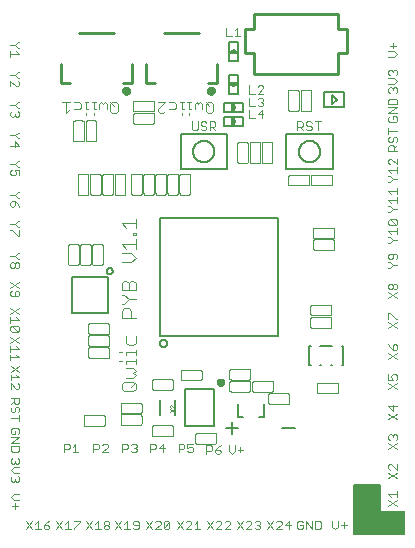
<source format=gbr>
G04 EAGLE Gerber RS-274X export*
G75*
%MOMM*%
%FSLAX34Y34*%
%LPD*%
%INSilkscreen Top*%
%IPPOS*%
%AMOC8*
5,1,8,0,0,1.08239X$1,22.5*%
G01*
%ADD10C,0.076200*%
%ADD11C,0.101600*%
%ADD12C,0.152400*%
%ADD13C,0.127000*%
%ADD14C,0.254000*%
%ADD15C,0.400000*%
%ADD16C,0.200000*%
%ADD17C,0.406400*%
%ADD18C,0.050800*%

G36*
X447602Y61827D02*
X447602Y61827D01*
X447704Y61835D01*
X447732Y61847D01*
X447763Y61852D01*
X447855Y61896D01*
X447951Y61934D01*
X447974Y61954D01*
X448002Y61967D01*
X448077Y62037D01*
X448157Y62102D01*
X448174Y62128D01*
X448196Y62149D01*
X448247Y62238D01*
X448304Y62323D01*
X448310Y62347D01*
X448328Y62379D01*
X448386Y62639D01*
X448383Y62677D01*
X448388Y62700D01*
X448388Y81242D01*
X448373Y81344D01*
X448365Y81446D01*
X448353Y81474D01*
X448348Y81505D01*
X448304Y81597D01*
X448266Y81693D01*
X448246Y81716D01*
X448233Y81744D01*
X448163Y81819D01*
X448098Y81899D01*
X448072Y81916D01*
X448051Y81938D01*
X447962Y81989D01*
X447877Y82046D01*
X447853Y82052D01*
X447821Y82070D01*
X447561Y82128D01*
X447523Y82125D01*
X447500Y82130D01*
X427532Y82130D01*
X427532Y103848D01*
X427517Y103950D01*
X427509Y104052D01*
X427497Y104080D01*
X427492Y104111D01*
X427448Y104203D01*
X427410Y104299D01*
X427390Y104322D01*
X427377Y104350D01*
X427307Y104425D01*
X427242Y104505D01*
X427216Y104522D01*
X427195Y104544D01*
X427106Y104595D01*
X427021Y104652D01*
X426997Y104658D01*
X426965Y104676D01*
X426705Y104734D01*
X426667Y104731D01*
X426644Y104736D01*
X405054Y104736D01*
X404952Y104721D01*
X404850Y104713D01*
X404822Y104701D01*
X404791Y104696D01*
X404699Y104652D01*
X404603Y104614D01*
X404580Y104594D01*
X404552Y104581D01*
X404477Y104511D01*
X404397Y104446D01*
X404380Y104420D01*
X404358Y104399D01*
X404307Y104310D01*
X404250Y104225D01*
X404244Y104201D01*
X404226Y104169D01*
X404168Y103909D01*
X404171Y103871D01*
X404166Y103848D01*
X404166Y62700D01*
X404181Y62598D01*
X404189Y62496D01*
X404201Y62468D01*
X404206Y62437D01*
X404250Y62345D01*
X404288Y62249D01*
X404308Y62226D01*
X404321Y62198D01*
X404391Y62123D01*
X404456Y62043D01*
X404482Y62026D01*
X404503Y62004D01*
X404592Y61953D01*
X404677Y61896D01*
X404701Y61890D01*
X404733Y61872D01*
X404993Y61814D01*
X405031Y61817D01*
X405054Y61812D01*
X447500Y61812D01*
X447602Y61827D01*
G37*
D10*
X296291Y491369D02*
X296291Y483997D01*
X301206Y483997D01*
X303775Y488912D02*
X306233Y491369D01*
X306233Y483997D01*
X308690Y483997D02*
X303775Y483997D01*
X315849Y442601D02*
X315849Y435229D01*
X320764Y435229D01*
X323333Y435229D02*
X328248Y435229D01*
X323333Y435229D02*
X328248Y440144D01*
X328248Y441373D01*
X327019Y442601D01*
X324562Y442601D01*
X323333Y441373D01*
X315849Y431933D02*
X315849Y424561D01*
X320764Y424561D01*
X323333Y430705D02*
X324562Y431933D01*
X327019Y431933D01*
X328248Y430705D01*
X328248Y429476D01*
X327019Y428247D01*
X325791Y428247D01*
X327019Y428247D02*
X328248Y427018D01*
X328248Y425790D01*
X327019Y424561D01*
X324562Y424561D01*
X323333Y425790D01*
X315849Y421773D02*
X315849Y414401D01*
X320764Y414401D01*
X327019Y414401D02*
X327019Y421773D01*
X323333Y418087D01*
X328248Y418087D01*
X360429Y73793D02*
X361658Y72565D01*
X360429Y73793D02*
X357972Y73793D01*
X356743Y72565D01*
X356743Y67650D01*
X357972Y66421D01*
X360429Y66421D01*
X361658Y67650D01*
X361658Y70107D01*
X359200Y70107D01*
X364227Y66421D02*
X364227Y73793D01*
X369142Y66421D01*
X369142Y73793D01*
X371711Y73793D02*
X371711Y66421D01*
X375397Y66421D01*
X376626Y67650D01*
X376626Y72565D01*
X375397Y73793D01*
X371711Y73793D01*
X336258Y66421D02*
X331343Y73793D01*
X336258Y73793D02*
X331343Y66421D01*
X338827Y66421D02*
X343742Y66421D01*
X338827Y66421D02*
X343742Y71336D01*
X343742Y72565D01*
X342513Y73793D01*
X340056Y73793D01*
X338827Y72565D01*
X349997Y73793D02*
X349997Y66421D01*
X346311Y70107D02*
X349997Y73793D01*
X351226Y70107D02*
X346311Y70107D01*
D11*
X218015Y183388D02*
X210219Y183388D01*
X208270Y185337D01*
X208270Y189235D01*
X210219Y191184D01*
X218015Y191184D01*
X219964Y189235D01*
X219964Y185337D01*
X218015Y183388D01*
X216066Y187286D02*
X219964Y191184D01*
X218015Y195082D02*
X212168Y195082D01*
X218015Y195082D02*
X219964Y197031D01*
X218015Y198980D01*
X219964Y200929D01*
X218015Y202878D01*
X212168Y202878D01*
X212168Y206776D02*
X212168Y208725D01*
X219964Y208725D01*
X219964Y206776D02*
X219964Y210674D01*
X208270Y208725D02*
X206321Y208725D01*
X212168Y214572D02*
X212168Y216521D01*
X219964Y216521D01*
X219964Y214572D02*
X219964Y218470D01*
X208270Y216521D02*
X206321Y216521D01*
X212168Y224317D02*
X212168Y230164D01*
X212168Y224317D02*
X214117Y222368D01*
X218015Y222368D01*
X219964Y224317D01*
X219964Y230164D01*
X219964Y245756D02*
X208270Y245756D01*
X208270Y251603D01*
X210219Y253552D01*
X214117Y253552D01*
X216066Y251603D01*
X216066Y245756D01*
X210219Y257450D02*
X208270Y257450D01*
X210219Y257450D02*
X214117Y261348D01*
X210219Y265246D01*
X208270Y265246D01*
X214117Y261348D02*
X219964Y261348D01*
X219964Y269144D02*
X208270Y269144D01*
X208270Y274991D01*
X210219Y276940D01*
X212168Y276940D01*
X214117Y274991D01*
X216066Y276940D01*
X218015Y276940D01*
X219964Y274991D01*
X219964Y269144D01*
X214117Y269144D02*
X214117Y274991D01*
X216066Y292532D02*
X208270Y292532D01*
X216066Y292532D02*
X219964Y296430D01*
X216066Y300328D01*
X208270Y300328D01*
X212168Y304226D02*
X208270Y308124D01*
X219964Y308124D01*
X219964Y304226D02*
X219964Y312022D01*
X219964Y315920D02*
X218015Y315920D01*
X218015Y317869D01*
X219964Y317869D01*
X219964Y315920D01*
X212168Y321767D02*
X208270Y325665D01*
X219964Y325665D01*
X219964Y321767D02*
X219964Y329563D01*
D10*
X204851Y420533D02*
X204851Y426803D01*
X204851Y420533D02*
X203283Y418965D01*
X200148Y418965D01*
X198580Y420533D01*
X198580Y426803D01*
X200148Y428371D01*
X203283Y428371D01*
X204851Y426803D01*
X201716Y425236D02*
X198580Y428371D01*
X195496Y426803D02*
X195496Y422100D01*
X195496Y426803D02*
X193928Y428371D01*
X192360Y426803D01*
X190793Y428371D01*
X189225Y426803D01*
X189225Y422100D01*
X186141Y422100D02*
X184573Y422100D01*
X184573Y428371D01*
X186141Y428371D02*
X183005Y428371D01*
X184573Y418965D02*
X184573Y417397D01*
X179904Y422100D02*
X178336Y422100D01*
X178336Y428371D01*
X176769Y428371D02*
X179904Y428371D01*
X178336Y418965D02*
X178336Y417397D01*
X172099Y422100D02*
X167396Y422100D01*
X172099Y422100D02*
X173667Y423668D01*
X173667Y426803D01*
X172099Y428371D01*
X167396Y428371D01*
X164312Y422100D02*
X161177Y418965D01*
X161177Y428371D01*
X164312Y428371D02*
X158041Y428371D01*
X285623Y426803D02*
X285623Y420533D01*
X284055Y418965D01*
X280920Y418965D01*
X279352Y420533D01*
X279352Y426803D01*
X280920Y428371D01*
X284055Y428371D01*
X285623Y426803D01*
X282488Y425236D02*
X279352Y428371D01*
X276268Y426803D02*
X276268Y422100D01*
X276268Y426803D02*
X274700Y428371D01*
X273132Y426803D01*
X271565Y428371D01*
X269997Y426803D01*
X269997Y422100D01*
X266913Y422100D02*
X265345Y422100D01*
X265345Y428371D01*
X266913Y428371D02*
X263777Y428371D01*
X265345Y418965D02*
X265345Y417397D01*
X260676Y422100D02*
X259108Y422100D01*
X259108Y428371D01*
X257541Y428371D02*
X260676Y428371D01*
X259108Y418965D02*
X259108Y417397D01*
X252871Y422100D02*
X248168Y422100D01*
X252871Y422100D02*
X254439Y423668D01*
X254439Y426803D01*
X252871Y428371D01*
X248168Y428371D01*
X245084Y428371D02*
X238813Y428371D01*
X245084Y428371D02*
X238813Y422100D01*
X238813Y420533D01*
X240381Y418965D01*
X243516Y418965D01*
X245084Y420533D01*
X305689Y73793D02*
X310604Y66421D01*
X305689Y66421D02*
X310604Y73793D01*
X313173Y66421D02*
X318088Y66421D01*
X313173Y66421D02*
X318088Y71336D01*
X318088Y72565D01*
X316859Y73793D01*
X314402Y73793D01*
X313173Y72565D01*
X320657Y72565D02*
X321886Y73793D01*
X324343Y73793D01*
X325572Y72565D01*
X325572Y71336D01*
X324343Y70107D01*
X323115Y70107D01*
X324343Y70107D02*
X325572Y68878D01*
X325572Y67650D01*
X324343Y66421D01*
X321886Y66421D01*
X320657Y67650D01*
X285204Y66421D02*
X280289Y73793D01*
X285204Y73793D02*
X280289Y66421D01*
X287773Y66421D02*
X292688Y66421D01*
X287773Y66421D02*
X292688Y71336D01*
X292688Y72565D01*
X291459Y73793D01*
X289002Y73793D01*
X287773Y72565D01*
X295257Y66421D02*
X300172Y66421D01*
X295257Y66421D02*
X300172Y71336D01*
X300172Y72565D01*
X298943Y73793D01*
X296486Y73793D01*
X295257Y72565D01*
X259804Y66421D02*
X254889Y73793D01*
X259804Y73793D02*
X254889Y66421D01*
X262373Y66421D02*
X267288Y66421D01*
X262373Y66421D02*
X267288Y71336D01*
X267288Y72565D01*
X266059Y73793D01*
X263602Y73793D01*
X262373Y72565D01*
X269857Y71336D02*
X272315Y73793D01*
X272315Y66421D01*
X274772Y66421D02*
X269857Y66421D01*
X233642Y66421D02*
X228727Y73793D01*
X233642Y73793D02*
X228727Y66421D01*
X236211Y66421D02*
X241126Y66421D01*
X236211Y66421D02*
X241126Y71336D01*
X241126Y72565D01*
X239897Y73793D01*
X237440Y73793D01*
X236211Y72565D01*
X243695Y72565D02*
X243695Y67650D01*
X243695Y72565D02*
X244924Y73793D01*
X247381Y73793D01*
X248610Y72565D01*
X248610Y67650D01*
X247381Y66421D01*
X244924Y66421D01*
X243695Y67650D01*
X248610Y72565D01*
X207734Y66421D02*
X202819Y73793D01*
X207734Y73793D02*
X202819Y66421D01*
X210303Y71336D02*
X212761Y73793D01*
X212761Y66421D01*
X215218Y66421D02*
X210303Y66421D01*
X217787Y67650D02*
X219016Y66421D01*
X221473Y66421D01*
X222702Y67650D01*
X222702Y72565D01*
X221473Y73793D01*
X219016Y73793D01*
X217787Y72565D01*
X217787Y71336D01*
X219016Y70107D01*
X222702Y70107D01*
X182842Y66421D02*
X177927Y73793D01*
X182842Y73793D02*
X177927Y66421D01*
X185411Y71336D02*
X187869Y73793D01*
X187869Y66421D01*
X190326Y66421D02*
X185411Y66421D01*
X192895Y72565D02*
X194124Y73793D01*
X196581Y73793D01*
X197810Y72565D01*
X197810Y71336D01*
X196581Y70107D01*
X197810Y68878D01*
X197810Y67650D01*
X196581Y66421D01*
X194124Y66421D01*
X192895Y67650D01*
X192895Y68878D01*
X194124Y70107D01*
X192895Y71336D01*
X192895Y72565D01*
X194124Y70107D02*
X196581Y70107D01*
X157696Y66421D02*
X152781Y73793D01*
X157696Y73793D02*
X152781Y66421D01*
X160265Y71336D02*
X162723Y73793D01*
X162723Y66421D01*
X165180Y66421D02*
X160265Y66421D01*
X167749Y73793D02*
X172664Y73793D01*
X172664Y72565D01*
X167749Y67650D01*
X167749Y66421D01*
X132042Y66421D02*
X127127Y73793D01*
X132042Y73793D02*
X127127Y66421D01*
X134611Y71336D02*
X137069Y73793D01*
X137069Y66421D01*
X139526Y66421D02*
X134611Y66421D01*
X144553Y72565D02*
X147010Y73793D01*
X144553Y72565D02*
X142095Y70107D01*
X142095Y67650D01*
X143324Y66421D01*
X145781Y66421D01*
X147010Y67650D01*
X147010Y68878D01*
X145781Y70107D01*
X142095Y70107D01*
X386207Y68878D02*
X386207Y73793D01*
X386207Y68878D02*
X388664Y66421D01*
X391122Y68878D01*
X391122Y73793D01*
X393691Y70107D02*
X398606Y70107D01*
X396149Y67650D02*
X396149Y72565D01*
X121545Y96393D02*
X116630Y96393D01*
X114173Y93936D01*
X116630Y91478D01*
X121545Y91478D01*
X117859Y88909D02*
X117859Y83994D01*
X115402Y86451D02*
X120317Y86451D01*
X121545Y125644D02*
X120317Y126873D01*
X121545Y125644D02*
X121545Y123187D01*
X120317Y121958D01*
X119088Y121958D01*
X117859Y123187D01*
X117859Y124416D01*
X117859Y123187D02*
X116630Y121958D01*
X115402Y121958D01*
X114173Y123187D01*
X114173Y125644D01*
X115402Y126873D01*
X116630Y119389D02*
X121545Y119389D01*
X116630Y119389D02*
X114173Y116931D01*
X116630Y114474D01*
X121545Y114474D01*
X120317Y111905D02*
X121545Y110676D01*
X121545Y108219D01*
X120317Y106990D01*
X119088Y106990D01*
X117859Y108219D01*
X117859Y109447D01*
X117859Y108219D02*
X116630Y106990D01*
X115402Y106990D01*
X114173Y108219D01*
X114173Y110676D01*
X115402Y111905D01*
X120317Y147104D02*
X121545Y148333D01*
X121545Y150790D01*
X120317Y152019D01*
X115402Y152019D01*
X114173Y150790D01*
X114173Y148333D01*
X115402Y147104D01*
X117859Y147104D01*
X117859Y149562D01*
X114173Y144535D02*
X121545Y144535D01*
X114173Y139620D01*
X121545Y139620D01*
X121545Y137051D02*
X114173Y137051D01*
X114173Y133365D01*
X115402Y132136D01*
X120317Y132136D01*
X121545Y133365D01*
X121545Y137051D01*
X121545Y177927D02*
X114173Y177927D01*
X121545Y177927D02*
X121545Y174241D01*
X120317Y173012D01*
X117859Y173012D01*
X116630Y174241D01*
X116630Y177927D01*
X116630Y175470D02*
X114173Y173012D01*
X121545Y166757D02*
X120317Y165528D01*
X121545Y166757D02*
X121545Y169214D01*
X120317Y170443D01*
X119088Y170443D01*
X117859Y169214D01*
X117859Y166757D01*
X116630Y165528D01*
X115402Y165528D01*
X114173Y166757D01*
X114173Y169214D01*
X115402Y170443D01*
X114173Y160501D02*
X121545Y160501D01*
X121545Y158044D02*
X121545Y162959D01*
X114173Y200190D02*
X121545Y205105D01*
X121545Y200190D02*
X114173Y205105D01*
X119088Y197621D02*
X121545Y195163D01*
X114173Y195163D01*
X114173Y192706D02*
X114173Y197621D01*
X114173Y190137D02*
X114173Y185222D01*
X114173Y190137D02*
X119088Y185222D01*
X120317Y185222D01*
X121545Y186451D01*
X121545Y188908D01*
X120317Y190137D01*
X113919Y224574D02*
X121291Y229489D01*
X121291Y224574D02*
X113919Y229489D01*
X118834Y222005D02*
X121291Y219547D01*
X113919Y219547D01*
X113919Y217090D02*
X113919Y222005D01*
X118834Y214521D02*
X121291Y212063D01*
X113919Y212063D01*
X113919Y209606D02*
X113919Y214521D01*
X113919Y248958D02*
X121291Y253873D01*
X121291Y248958D02*
X113919Y253873D01*
X118834Y246389D02*
X121291Y243931D01*
X113919Y243931D01*
X113919Y241474D02*
X113919Y246389D01*
X115148Y238905D02*
X120063Y238905D01*
X121291Y237676D01*
X121291Y235219D01*
X120063Y233990D01*
X115148Y233990D01*
X113919Y235219D01*
X113919Y237676D01*
X115148Y238905D01*
X120063Y233990D01*
X113919Y271310D02*
X121291Y276225D01*
X121291Y271310D02*
X113919Y276225D01*
X115148Y268741D02*
X113919Y267512D01*
X113919Y265055D01*
X115148Y263826D01*
X120063Y263826D01*
X121291Y265055D01*
X121291Y267512D01*
X120063Y268741D01*
X118834Y268741D01*
X117605Y267512D01*
X117605Y263826D01*
X120063Y300101D02*
X121291Y300101D01*
X120063Y300101D02*
X117605Y297644D01*
X120063Y295186D01*
X121291Y295186D01*
X117605Y297644D02*
X113919Y297644D01*
X120063Y292617D02*
X121291Y291388D01*
X121291Y288931D01*
X120063Y287702D01*
X118834Y287702D01*
X117605Y288931D01*
X116376Y287702D01*
X115148Y287702D01*
X113919Y288931D01*
X113919Y291388D01*
X115148Y292617D01*
X116376Y292617D01*
X117605Y291388D01*
X118834Y292617D01*
X120063Y292617D01*
X117605Y291388D02*
X117605Y288931D01*
X120063Y327279D02*
X121291Y327279D01*
X120063Y327279D02*
X117605Y324822D01*
X120063Y322364D01*
X121291Y322364D01*
X117605Y324822D02*
X113919Y324822D01*
X121291Y319795D02*
X121291Y314880D01*
X120063Y314880D01*
X115148Y319795D01*
X113919Y319795D01*
X120063Y351917D02*
X121291Y351917D01*
X120063Y351917D02*
X117605Y349460D01*
X120063Y347002D01*
X121291Y347002D01*
X117605Y349460D02*
X113919Y349460D01*
X120063Y341975D02*
X121291Y339518D01*
X120063Y341975D02*
X117605Y344433D01*
X115148Y344433D01*
X113919Y343204D01*
X113919Y340747D01*
X115148Y339518D01*
X116376Y339518D01*
X117605Y340747D01*
X117605Y344433D01*
X120063Y378587D02*
X121291Y378587D01*
X120063Y378587D02*
X117605Y376130D01*
X120063Y373672D01*
X121291Y373672D01*
X117605Y376130D02*
X113919Y376130D01*
X121291Y371103D02*
X121291Y366188D01*
X121291Y371103D02*
X117605Y371103D01*
X118834Y368645D01*
X118834Y367417D01*
X117605Y366188D01*
X115148Y366188D01*
X113919Y367417D01*
X113919Y369874D01*
X115148Y371103D01*
X120063Y402463D02*
X121291Y402463D01*
X120063Y402463D02*
X117605Y400006D01*
X120063Y397548D01*
X121291Y397548D01*
X117605Y400006D02*
X113919Y400006D01*
X113919Y391293D02*
X121291Y391293D01*
X117605Y394979D01*
X117605Y390064D01*
X120063Y428117D02*
X121291Y428117D01*
X120063Y428117D02*
X117605Y425660D01*
X120063Y423202D01*
X121291Y423202D01*
X117605Y425660D02*
X113919Y425660D01*
X120063Y420633D02*
X121291Y419404D01*
X121291Y416947D01*
X120063Y415718D01*
X118834Y415718D01*
X117605Y416947D01*
X117605Y418175D01*
X117605Y416947D02*
X116376Y415718D01*
X115148Y415718D01*
X113919Y416947D01*
X113919Y419404D01*
X115148Y420633D01*
X120063Y454025D02*
X121291Y454025D01*
X120063Y454025D02*
X117605Y451568D01*
X120063Y449110D01*
X121291Y449110D01*
X117605Y451568D02*
X113919Y451568D01*
X113919Y446541D02*
X113919Y441626D01*
X113919Y446541D02*
X118834Y441626D01*
X120063Y441626D01*
X121291Y442855D01*
X121291Y445312D01*
X120063Y446541D01*
X120063Y478917D02*
X121291Y478917D01*
X120063Y478917D02*
X117605Y476460D01*
X120063Y474002D01*
X121291Y474002D01*
X117605Y476460D02*
X113919Y476460D01*
X118834Y471433D02*
X121291Y468975D01*
X113919Y468975D01*
X113919Y466518D02*
X113919Y471433D01*
X433953Y86487D02*
X441325Y91402D01*
X441325Y86487D02*
X433953Y91402D01*
X436410Y93971D02*
X433953Y96429D01*
X441325Y96429D01*
X441325Y98886D02*
X441325Y93971D01*
X433953Y109601D02*
X441325Y114516D01*
X441325Y109601D02*
X433953Y114516D01*
X441325Y117085D02*
X441325Y122000D01*
X441325Y117085D02*
X436410Y122000D01*
X435181Y122000D01*
X433953Y120771D01*
X433953Y118314D01*
X435181Y117085D01*
X433953Y134493D02*
X441325Y139408D01*
X441325Y134493D02*
X433953Y139408D01*
X435181Y141977D02*
X433953Y143206D01*
X433953Y145663D01*
X435181Y146892D01*
X436410Y146892D01*
X437639Y145663D01*
X437639Y144435D01*
X437639Y145663D02*
X438868Y146892D01*
X440096Y146892D01*
X441325Y145663D01*
X441325Y143206D01*
X440096Y141977D01*
X433953Y159639D02*
X441325Y164554D01*
X441325Y159639D02*
X433953Y164554D01*
X433953Y170809D02*
X441325Y170809D01*
X437639Y167123D02*
X433953Y170809D01*
X437639Y172038D02*
X437639Y167123D01*
X433953Y185293D02*
X441325Y190208D01*
X441325Y185293D02*
X433953Y190208D01*
X433953Y192777D02*
X433953Y197692D01*
X433953Y192777D02*
X437639Y192777D01*
X436410Y195235D01*
X436410Y196463D01*
X437639Y197692D01*
X440096Y197692D01*
X441325Y196463D01*
X441325Y194006D01*
X440096Y192777D01*
X433953Y210947D02*
X441325Y215862D01*
X441325Y210947D02*
X433953Y215862D01*
X435181Y220889D02*
X433953Y223346D01*
X435181Y220889D02*
X437639Y218431D01*
X440096Y218431D01*
X441325Y219660D01*
X441325Y222117D01*
X440096Y223346D01*
X438868Y223346D01*
X437639Y222117D01*
X437639Y218431D01*
X433953Y237109D02*
X441325Y242024D01*
X441325Y237109D02*
X433953Y242024D01*
X433953Y244593D02*
X433953Y249508D01*
X435181Y249508D01*
X440096Y244593D01*
X441325Y244593D01*
X433953Y262255D02*
X441325Y267170D01*
X441325Y262255D02*
X433953Y267170D01*
X435181Y269739D02*
X433953Y270968D01*
X433953Y273425D01*
X435181Y274654D01*
X436410Y274654D01*
X437639Y273425D01*
X438868Y274654D01*
X440096Y274654D01*
X441325Y273425D01*
X441325Y270968D01*
X440096Y269739D01*
X438868Y269739D01*
X437639Y270968D01*
X436410Y269739D01*
X435181Y269739D01*
X437639Y270968D02*
X437639Y273425D01*
X435181Y287655D02*
X433953Y287655D01*
X435181Y287655D02*
X437639Y290112D01*
X435181Y292570D01*
X433953Y292570D01*
X437639Y290112D02*
X441325Y290112D01*
X440096Y295139D02*
X441325Y296368D01*
X441325Y298825D01*
X440096Y300054D01*
X435181Y300054D01*
X433953Y298825D01*
X433953Y296368D01*
X435181Y295139D01*
X436410Y295139D01*
X437639Y296368D01*
X437639Y300054D01*
X435181Y309245D02*
X433953Y309245D01*
X435181Y309245D02*
X437639Y311702D01*
X435181Y314160D01*
X433953Y314160D01*
X437639Y311702D02*
X441325Y311702D01*
X436410Y316729D02*
X433953Y319187D01*
X441325Y319187D01*
X441325Y321644D02*
X441325Y316729D01*
X440096Y324213D02*
X435181Y324213D01*
X433953Y325442D01*
X433953Y327899D01*
X435181Y329128D01*
X440096Y329128D01*
X441325Y327899D01*
X441325Y325442D01*
X440096Y324213D01*
X435181Y329128D01*
X435181Y335407D02*
X433953Y335407D01*
X435181Y335407D02*
X437639Y337864D01*
X435181Y340322D01*
X433953Y340322D01*
X437639Y337864D02*
X441325Y337864D01*
X436410Y342891D02*
X433953Y345349D01*
X441325Y345349D01*
X441325Y347806D02*
X441325Y342891D01*
X436410Y350375D02*
X433953Y352833D01*
X441325Y352833D01*
X441325Y355290D02*
X441325Y350375D01*
X435181Y360553D02*
X433953Y360553D01*
X435181Y360553D02*
X437639Y363010D01*
X435181Y365468D01*
X433953Y365468D01*
X437639Y363010D02*
X441325Y363010D01*
X436410Y368037D02*
X433953Y370495D01*
X441325Y370495D01*
X441325Y372952D02*
X441325Y368037D01*
X441325Y375521D02*
X441325Y380436D01*
X441325Y375521D02*
X436410Y380436D01*
X435181Y380436D01*
X433953Y379207D01*
X433953Y376750D01*
X435181Y375521D01*
X433953Y386715D02*
X441325Y386715D01*
X433953Y386715D02*
X433953Y390401D01*
X435181Y391630D01*
X437639Y391630D01*
X438868Y390401D01*
X438868Y386715D01*
X438868Y389172D02*
X441325Y391630D01*
X433953Y397885D02*
X435181Y399114D01*
X433953Y397885D02*
X433953Y395428D01*
X435181Y394199D01*
X436410Y394199D01*
X437639Y395428D01*
X437639Y397885D01*
X438868Y399114D01*
X440096Y399114D01*
X441325Y397885D01*
X441325Y395428D01*
X440096Y394199D01*
X441325Y404141D02*
X433953Y404141D01*
X433953Y406598D02*
X433953Y401683D01*
X433953Y415039D02*
X435181Y416268D01*
X433953Y415039D02*
X433953Y412582D01*
X435181Y411353D01*
X440096Y411353D01*
X441325Y412582D01*
X441325Y415039D01*
X440096Y416268D01*
X437639Y416268D01*
X437639Y413810D01*
X441325Y418837D02*
X433953Y418837D01*
X441325Y423752D01*
X433953Y423752D01*
X433953Y426321D02*
X441325Y426321D01*
X441325Y430007D01*
X440096Y431236D01*
X435181Y431236D01*
X433953Y430007D01*
X433953Y426321D01*
X435181Y435991D02*
X433953Y437220D01*
X433953Y439677D01*
X435181Y440906D01*
X436410Y440906D01*
X437639Y439677D01*
X437639Y438448D01*
X437639Y439677D02*
X438868Y440906D01*
X440096Y440906D01*
X441325Y439677D01*
X441325Y437220D01*
X440096Y435991D01*
X438868Y443475D02*
X433953Y443475D01*
X438868Y443475D02*
X441325Y445933D01*
X438868Y448390D01*
X433953Y448390D01*
X435181Y450959D02*
X433953Y452188D01*
X433953Y454645D01*
X435181Y455874D01*
X436410Y455874D01*
X437639Y454645D01*
X437639Y453417D01*
X437639Y454645D02*
X438868Y455874D01*
X440096Y455874D01*
X441325Y454645D01*
X441325Y452188D01*
X440096Y450959D01*
X438868Y466217D02*
X433953Y466217D01*
X438868Y466217D02*
X441325Y468674D01*
X438868Y471132D01*
X433953Y471132D01*
X437639Y473701D02*
X437639Y478616D01*
X440096Y476159D02*
X435181Y476159D01*
X267589Y411867D02*
X267589Y405724D01*
X268818Y404495D01*
X271275Y404495D01*
X272504Y405724D01*
X272504Y411867D01*
X278759Y411867D02*
X279988Y410639D01*
X278759Y411867D02*
X276302Y411867D01*
X275073Y410639D01*
X275073Y409410D01*
X276302Y408181D01*
X278759Y408181D01*
X279988Y406952D01*
X279988Y405724D01*
X278759Y404495D01*
X276302Y404495D01*
X275073Y405724D01*
X282557Y404495D02*
X282557Y411867D01*
X286243Y411867D01*
X287472Y410639D01*
X287472Y408181D01*
X286243Y406952D01*
X282557Y406952D01*
X285015Y406952D02*
X287472Y404495D01*
X356743Y404495D02*
X356743Y411867D01*
X360429Y411867D01*
X361658Y410639D01*
X361658Y408181D01*
X360429Y406952D01*
X356743Y406952D01*
X359200Y406952D02*
X361658Y404495D01*
X367913Y411867D02*
X369142Y410639D01*
X367913Y411867D02*
X365456Y411867D01*
X364227Y410639D01*
X364227Y409410D01*
X365456Y408181D01*
X367913Y408181D01*
X369142Y406952D01*
X369142Y405724D01*
X367913Y404495D01*
X365456Y404495D01*
X364227Y405724D01*
X374169Y404495D02*
X374169Y411867D01*
X376626Y411867D02*
X371711Y411867D01*
X159131Y139071D02*
X159131Y131699D01*
X159131Y139071D02*
X162817Y139071D01*
X164046Y137843D01*
X164046Y135385D01*
X162817Y134156D01*
X159131Y134156D01*
X166615Y136614D02*
X169073Y139071D01*
X169073Y131699D01*
X171530Y131699D02*
X166615Y131699D01*
X184277Y131699D02*
X184277Y139071D01*
X187963Y139071D01*
X189192Y137843D01*
X189192Y135385D01*
X187963Y134156D01*
X184277Y134156D01*
X191761Y131699D02*
X196676Y131699D01*
X191761Y131699D02*
X196676Y136614D01*
X196676Y137843D01*
X195447Y139071D01*
X192990Y139071D01*
X191761Y137843D01*
X208407Y139071D02*
X208407Y131699D01*
X208407Y139071D02*
X212093Y139071D01*
X213322Y137843D01*
X213322Y135385D01*
X212093Y134156D01*
X208407Y134156D01*
X215891Y137843D02*
X217120Y139071D01*
X219577Y139071D01*
X220806Y137843D01*
X220806Y136614D01*
X219577Y135385D01*
X218349Y135385D01*
X219577Y135385D02*
X220806Y134156D01*
X220806Y132928D01*
X219577Y131699D01*
X217120Y131699D01*
X215891Y132928D01*
X232283Y131699D02*
X232283Y139071D01*
X235969Y139071D01*
X237198Y137843D01*
X237198Y135385D01*
X235969Y134156D01*
X232283Y134156D01*
X243453Y131699D02*
X243453Y139071D01*
X239767Y135385D01*
X244682Y135385D01*
X256413Y131699D02*
X256413Y139071D01*
X260099Y139071D01*
X261328Y137843D01*
X261328Y135385D01*
X260099Y134156D01*
X256413Y134156D01*
X263897Y139071D02*
X268812Y139071D01*
X263897Y139071D02*
X263897Y135385D01*
X266355Y136614D01*
X267583Y136614D01*
X268812Y135385D01*
X268812Y132928D01*
X267583Y131699D01*
X265126Y131699D01*
X263897Y132928D01*
X279781Y130429D02*
X279781Y137801D01*
X283467Y137801D01*
X284696Y136573D01*
X284696Y134115D01*
X283467Y132886D01*
X279781Y132886D01*
X289723Y136573D02*
X292180Y137801D01*
X289723Y136573D02*
X287265Y134115D01*
X287265Y131658D01*
X288494Y130429D01*
X290951Y130429D01*
X292180Y131658D01*
X292180Y132886D01*
X290951Y134115D01*
X287265Y134115D01*
X298831Y132886D02*
X298831Y137801D01*
X298831Y132886D02*
X301288Y130429D01*
X303746Y132886D01*
X303746Y137801D01*
X306315Y134115D02*
X311230Y134115D01*
X308773Y131658D02*
X308773Y136573D01*
D12*
X343662Y152407D02*
X354509Y152407D01*
X307011Y152407D02*
X296164Y152407D01*
X301587Y157830D02*
X301587Y146984D01*
D10*
X275768Y200495D02*
X275766Y200564D01*
X275761Y200632D01*
X275751Y200700D01*
X275738Y200768D01*
X275722Y200835D01*
X275702Y200901D01*
X275678Y200965D01*
X275651Y201028D01*
X275620Y201090D01*
X275586Y201150D01*
X275549Y201208D01*
X275509Y201264D01*
X275466Y201317D01*
X275420Y201368D01*
X275371Y201417D01*
X275320Y201463D01*
X275267Y201506D01*
X275211Y201546D01*
X275153Y201583D01*
X275093Y201617D01*
X275031Y201648D01*
X274968Y201675D01*
X274904Y201699D01*
X274838Y201719D01*
X274771Y201735D01*
X274703Y201748D01*
X274635Y201758D01*
X274567Y201763D01*
X274498Y201765D01*
X275768Y200495D02*
X275768Y194145D01*
X275766Y194076D01*
X275761Y194008D01*
X275751Y193940D01*
X275738Y193872D01*
X275722Y193805D01*
X275702Y193739D01*
X275678Y193675D01*
X275651Y193612D01*
X275620Y193550D01*
X275586Y193490D01*
X275549Y193432D01*
X275509Y193376D01*
X275466Y193323D01*
X275420Y193272D01*
X275371Y193223D01*
X275320Y193177D01*
X275267Y193134D01*
X275211Y193094D01*
X275153Y193057D01*
X275093Y193023D01*
X275031Y192992D01*
X274968Y192965D01*
X274904Y192941D01*
X274838Y192921D01*
X274771Y192905D01*
X274703Y192892D01*
X274635Y192882D01*
X274567Y192877D01*
X274498Y192875D01*
X259258Y192875D01*
X259189Y192877D01*
X259121Y192882D01*
X259053Y192892D01*
X258985Y192905D01*
X258918Y192921D01*
X258852Y192941D01*
X258788Y192965D01*
X258725Y192992D01*
X258663Y193023D01*
X258603Y193057D01*
X258545Y193094D01*
X258489Y193134D01*
X258436Y193177D01*
X258385Y193223D01*
X258336Y193272D01*
X258290Y193323D01*
X258247Y193376D01*
X258207Y193432D01*
X258170Y193490D01*
X258136Y193550D01*
X258105Y193612D01*
X258078Y193675D01*
X258054Y193739D01*
X258034Y193805D01*
X258018Y193872D01*
X258005Y193940D01*
X257995Y194008D01*
X257990Y194076D01*
X257988Y194145D01*
X257988Y200495D01*
X257990Y200564D01*
X257995Y200632D01*
X258005Y200700D01*
X258018Y200768D01*
X258034Y200835D01*
X258054Y200901D01*
X258078Y200965D01*
X258105Y201028D01*
X258136Y201090D01*
X258170Y201150D01*
X258207Y201208D01*
X258247Y201264D01*
X258290Y201317D01*
X258336Y201368D01*
X258385Y201417D01*
X258436Y201463D01*
X258489Y201506D01*
X258545Y201546D01*
X258603Y201583D01*
X258663Y201617D01*
X258725Y201648D01*
X258788Y201675D01*
X258852Y201699D01*
X258918Y201719D01*
X258985Y201735D01*
X259053Y201748D01*
X259121Y201758D01*
X259189Y201763D01*
X259258Y201765D01*
X274498Y201765D01*
X299390Y184493D02*
X299392Y184424D01*
X299397Y184356D01*
X299407Y184288D01*
X299420Y184220D01*
X299436Y184153D01*
X299456Y184087D01*
X299480Y184023D01*
X299507Y183960D01*
X299538Y183898D01*
X299572Y183838D01*
X299609Y183780D01*
X299649Y183724D01*
X299692Y183671D01*
X299738Y183620D01*
X299787Y183571D01*
X299838Y183525D01*
X299891Y183482D01*
X299947Y183442D01*
X300005Y183405D01*
X300065Y183371D01*
X300127Y183340D01*
X300190Y183313D01*
X300254Y183289D01*
X300320Y183269D01*
X300387Y183253D01*
X300455Y183240D01*
X300523Y183230D01*
X300591Y183225D01*
X300660Y183223D01*
X299390Y184493D02*
X299390Y190843D01*
X299392Y190912D01*
X299397Y190980D01*
X299407Y191048D01*
X299420Y191116D01*
X299436Y191183D01*
X299456Y191249D01*
X299480Y191313D01*
X299507Y191376D01*
X299538Y191438D01*
X299572Y191498D01*
X299609Y191556D01*
X299649Y191612D01*
X299692Y191665D01*
X299738Y191716D01*
X299787Y191765D01*
X299838Y191811D01*
X299891Y191854D01*
X299947Y191894D01*
X300005Y191931D01*
X300065Y191965D01*
X300127Y191996D01*
X300190Y192023D01*
X300254Y192047D01*
X300320Y192067D01*
X300387Y192083D01*
X300455Y192096D01*
X300523Y192106D01*
X300591Y192111D01*
X300660Y192113D01*
X315900Y192113D01*
X315969Y192111D01*
X316037Y192106D01*
X316105Y192096D01*
X316173Y192083D01*
X316240Y192067D01*
X316306Y192047D01*
X316370Y192023D01*
X316433Y191996D01*
X316495Y191965D01*
X316555Y191931D01*
X316613Y191894D01*
X316669Y191854D01*
X316722Y191811D01*
X316773Y191765D01*
X316822Y191716D01*
X316868Y191665D01*
X316911Y191612D01*
X316951Y191556D01*
X316988Y191498D01*
X317022Y191438D01*
X317053Y191376D01*
X317080Y191313D01*
X317104Y191249D01*
X317124Y191183D01*
X317140Y191116D01*
X317153Y191048D01*
X317163Y190980D01*
X317168Y190912D01*
X317170Y190843D01*
X317170Y184493D01*
X317168Y184424D01*
X317163Y184356D01*
X317153Y184288D01*
X317140Y184220D01*
X317124Y184153D01*
X317104Y184087D01*
X317080Y184023D01*
X317053Y183960D01*
X317022Y183898D01*
X316988Y183838D01*
X316951Y183780D01*
X316911Y183724D01*
X316868Y183671D01*
X316822Y183620D01*
X316773Y183571D01*
X316722Y183525D01*
X316669Y183482D01*
X316613Y183442D01*
X316555Y183405D01*
X316495Y183371D01*
X316433Y183340D01*
X316370Y183313D01*
X316306Y183289D01*
X316240Y183269D01*
X316173Y183253D01*
X316105Y183240D01*
X316037Y183230D01*
X315969Y183225D01*
X315900Y183223D01*
X300660Y183223D01*
X235128Y184747D02*
X235059Y184749D01*
X234991Y184754D01*
X234923Y184764D01*
X234855Y184777D01*
X234788Y184793D01*
X234722Y184813D01*
X234658Y184837D01*
X234595Y184864D01*
X234533Y184895D01*
X234473Y184929D01*
X234415Y184966D01*
X234359Y185006D01*
X234306Y185049D01*
X234255Y185095D01*
X234206Y185144D01*
X234160Y185195D01*
X234117Y185248D01*
X234077Y185304D01*
X234040Y185362D01*
X234006Y185422D01*
X233975Y185484D01*
X233948Y185547D01*
X233924Y185611D01*
X233904Y185677D01*
X233888Y185744D01*
X233875Y185812D01*
X233865Y185880D01*
X233860Y185948D01*
X233858Y186017D01*
X233858Y192367D01*
X233860Y192436D01*
X233865Y192504D01*
X233875Y192572D01*
X233888Y192640D01*
X233904Y192707D01*
X233924Y192773D01*
X233948Y192837D01*
X233975Y192900D01*
X234006Y192962D01*
X234040Y193022D01*
X234077Y193080D01*
X234117Y193136D01*
X234160Y193189D01*
X234206Y193240D01*
X234255Y193289D01*
X234306Y193335D01*
X234359Y193378D01*
X234415Y193418D01*
X234473Y193455D01*
X234533Y193489D01*
X234595Y193520D01*
X234658Y193547D01*
X234722Y193571D01*
X234788Y193591D01*
X234855Y193607D01*
X234923Y193620D01*
X234991Y193630D01*
X235059Y193635D01*
X235128Y193637D01*
X250368Y193637D01*
X250437Y193635D01*
X250505Y193630D01*
X250573Y193620D01*
X250641Y193607D01*
X250708Y193591D01*
X250774Y193571D01*
X250838Y193547D01*
X250901Y193520D01*
X250963Y193489D01*
X251023Y193455D01*
X251081Y193418D01*
X251137Y193378D01*
X251190Y193335D01*
X251241Y193289D01*
X251290Y193240D01*
X251336Y193189D01*
X251379Y193136D01*
X251419Y193080D01*
X251456Y193022D01*
X251490Y192962D01*
X251521Y192900D01*
X251548Y192837D01*
X251572Y192773D01*
X251592Y192707D01*
X251608Y192640D01*
X251621Y192572D01*
X251631Y192504D01*
X251636Y192436D01*
X251638Y192367D01*
X251638Y186017D01*
X251636Y185948D01*
X251631Y185880D01*
X251621Y185812D01*
X251608Y185744D01*
X251592Y185677D01*
X251572Y185611D01*
X251548Y185547D01*
X251521Y185484D01*
X251490Y185422D01*
X251456Y185362D01*
X251419Y185304D01*
X251379Y185248D01*
X251336Y185195D01*
X251290Y185144D01*
X251241Y185095D01*
X251190Y185049D01*
X251137Y185006D01*
X251081Y184966D01*
X251023Y184929D01*
X250963Y184895D01*
X250901Y184864D01*
X250838Y184837D01*
X250774Y184813D01*
X250708Y184793D01*
X250641Y184777D01*
X250573Y184764D01*
X250505Y184754D01*
X250437Y184749D01*
X250368Y184747D01*
X235128Y184747D01*
X233858Y146901D02*
X233860Y146832D01*
X233865Y146764D01*
X233875Y146696D01*
X233888Y146628D01*
X233904Y146561D01*
X233924Y146495D01*
X233948Y146431D01*
X233975Y146368D01*
X234006Y146306D01*
X234040Y146246D01*
X234077Y146188D01*
X234117Y146132D01*
X234160Y146079D01*
X234206Y146028D01*
X234255Y145979D01*
X234306Y145933D01*
X234359Y145890D01*
X234415Y145850D01*
X234473Y145813D01*
X234533Y145779D01*
X234595Y145748D01*
X234658Y145721D01*
X234722Y145697D01*
X234788Y145677D01*
X234855Y145661D01*
X234923Y145648D01*
X234991Y145638D01*
X235059Y145633D01*
X235128Y145631D01*
X233858Y146901D02*
X233858Y153251D01*
X233860Y153320D01*
X233865Y153388D01*
X233875Y153456D01*
X233888Y153524D01*
X233904Y153591D01*
X233924Y153657D01*
X233948Y153721D01*
X233975Y153784D01*
X234006Y153846D01*
X234040Y153906D01*
X234077Y153964D01*
X234117Y154020D01*
X234160Y154073D01*
X234206Y154124D01*
X234255Y154173D01*
X234306Y154219D01*
X234359Y154262D01*
X234415Y154302D01*
X234473Y154339D01*
X234533Y154373D01*
X234595Y154404D01*
X234658Y154431D01*
X234722Y154455D01*
X234788Y154475D01*
X234855Y154491D01*
X234923Y154504D01*
X234991Y154514D01*
X235059Y154519D01*
X235128Y154521D01*
X250368Y154521D01*
X250437Y154519D01*
X250505Y154514D01*
X250573Y154504D01*
X250641Y154491D01*
X250708Y154475D01*
X250774Y154455D01*
X250838Y154431D01*
X250901Y154404D01*
X250963Y154373D01*
X251023Y154339D01*
X251081Y154302D01*
X251137Y154262D01*
X251190Y154219D01*
X251241Y154173D01*
X251290Y154124D01*
X251336Y154073D01*
X251379Y154020D01*
X251419Y153964D01*
X251456Y153906D01*
X251490Y153846D01*
X251521Y153784D01*
X251548Y153721D01*
X251572Y153657D01*
X251592Y153591D01*
X251608Y153524D01*
X251621Y153456D01*
X251631Y153388D01*
X251636Y153320D01*
X251638Y153251D01*
X251638Y146901D01*
X251636Y146832D01*
X251631Y146764D01*
X251621Y146696D01*
X251608Y146628D01*
X251592Y146561D01*
X251572Y146495D01*
X251548Y146431D01*
X251521Y146368D01*
X251490Y146306D01*
X251456Y146246D01*
X251419Y146188D01*
X251379Y146132D01*
X251336Y146079D01*
X251290Y146028D01*
X251241Y145979D01*
X251190Y145933D01*
X251137Y145890D01*
X251081Y145850D01*
X251023Y145813D01*
X250963Y145779D01*
X250901Y145748D01*
X250838Y145721D01*
X250774Y145697D01*
X250708Y145677D01*
X250641Y145661D01*
X250573Y145648D01*
X250505Y145638D01*
X250437Y145633D01*
X250368Y145631D01*
X235128Y145631D01*
X386258Y365341D02*
X386256Y365410D01*
X386251Y365478D01*
X386241Y365546D01*
X386228Y365614D01*
X386212Y365681D01*
X386192Y365747D01*
X386168Y365811D01*
X386141Y365874D01*
X386110Y365936D01*
X386076Y365996D01*
X386039Y366054D01*
X385999Y366110D01*
X385956Y366163D01*
X385910Y366214D01*
X385861Y366263D01*
X385810Y366309D01*
X385757Y366352D01*
X385701Y366392D01*
X385643Y366429D01*
X385583Y366463D01*
X385521Y366494D01*
X385458Y366521D01*
X385394Y366545D01*
X385328Y366565D01*
X385261Y366581D01*
X385193Y366594D01*
X385125Y366604D01*
X385057Y366609D01*
X384988Y366611D01*
X386258Y365341D02*
X386258Y358991D01*
X386256Y358922D01*
X386251Y358854D01*
X386241Y358786D01*
X386228Y358718D01*
X386212Y358651D01*
X386192Y358585D01*
X386168Y358521D01*
X386141Y358458D01*
X386110Y358396D01*
X386076Y358336D01*
X386039Y358278D01*
X385999Y358222D01*
X385956Y358169D01*
X385910Y358118D01*
X385861Y358069D01*
X385810Y358023D01*
X385757Y357980D01*
X385701Y357940D01*
X385643Y357903D01*
X385583Y357869D01*
X385521Y357838D01*
X385458Y357811D01*
X385394Y357787D01*
X385328Y357767D01*
X385261Y357751D01*
X385193Y357738D01*
X385125Y357728D01*
X385057Y357723D01*
X384988Y357721D01*
X369748Y357721D01*
X369679Y357723D01*
X369611Y357728D01*
X369543Y357738D01*
X369475Y357751D01*
X369408Y357767D01*
X369342Y357787D01*
X369278Y357811D01*
X369215Y357838D01*
X369153Y357869D01*
X369093Y357903D01*
X369035Y357940D01*
X368979Y357980D01*
X368926Y358023D01*
X368875Y358069D01*
X368826Y358118D01*
X368780Y358169D01*
X368737Y358222D01*
X368697Y358278D01*
X368660Y358336D01*
X368626Y358396D01*
X368595Y358458D01*
X368568Y358521D01*
X368544Y358585D01*
X368524Y358651D01*
X368508Y358718D01*
X368495Y358786D01*
X368485Y358854D01*
X368480Y358922D01*
X368478Y358991D01*
X368478Y365341D01*
X368480Y365410D01*
X368485Y365478D01*
X368495Y365546D01*
X368508Y365614D01*
X368524Y365681D01*
X368544Y365747D01*
X368568Y365811D01*
X368595Y365874D01*
X368626Y365936D01*
X368660Y365996D01*
X368697Y366054D01*
X368737Y366110D01*
X368780Y366163D01*
X368826Y366214D01*
X368875Y366263D01*
X368926Y366309D01*
X368979Y366352D01*
X369035Y366392D01*
X369093Y366429D01*
X369153Y366463D01*
X369215Y366494D01*
X369278Y366521D01*
X369342Y366545D01*
X369408Y366565D01*
X369475Y366581D01*
X369543Y366594D01*
X369611Y366604D01*
X369679Y366609D01*
X369748Y366611D01*
X384988Y366611D01*
X181026Y231991D02*
X180957Y231993D01*
X180889Y231998D01*
X180821Y232008D01*
X180753Y232021D01*
X180686Y232037D01*
X180620Y232057D01*
X180556Y232081D01*
X180493Y232108D01*
X180431Y232139D01*
X180371Y232173D01*
X180313Y232210D01*
X180257Y232250D01*
X180204Y232293D01*
X180153Y232339D01*
X180104Y232388D01*
X180058Y232439D01*
X180015Y232492D01*
X179975Y232548D01*
X179938Y232606D01*
X179904Y232666D01*
X179873Y232728D01*
X179846Y232791D01*
X179822Y232855D01*
X179802Y232921D01*
X179786Y232988D01*
X179773Y233056D01*
X179763Y233124D01*
X179758Y233192D01*
X179756Y233261D01*
X179756Y239611D01*
X179758Y239680D01*
X179763Y239748D01*
X179773Y239816D01*
X179786Y239884D01*
X179802Y239951D01*
X179822Y240017D01*
X179846Y240081D01*
X179873Y240144D01*
X179904Y240206D01*
X179938Y240266D01*
X179975Y240324D01*
X180015Y240380D01*
X180058Y240433D01*
X180104Y240484D01*
X180153Y240533D01*
X180204Y240579D01*
X180257Y240622D01*
X180313Y240662D01*
X180371Y240699D01*
X180431Y240733D01*
X180493Y240764D01*
X180556Y240791D01*
X180620Y240815D01*
X180686Y240835D01*
X180753Y240851D01*
X180821Y240864D01*
X180889Y240874D01*
X180957Y240879D01*
X181026Y240881D01*
X196266Y240881D01*
X196335Y240879D01*
X196403Y240874D01*
X196471Y240864D01*
X196539Y240851D01*
X196606Y240835D01*
X196672Y240815D01*
X196736Y240791D01*
X196799Y240764D01*
X196861Y240733D01*
X196921Y240699D01*
X196979Y240662D01*
X197035Y240622D01*
X197088Y240579D01*
X197139Y240533D01*
X197188Y240484D01*
X197234Y240433D01*
X197277Y240380D01*
X197317Y240324D01*
X197354Y240266D01*
X197388Y240206D01*
X197419Y240144D01*
X197446Y240081D01*
X197470Y240017D01*
X197490Y239951D01*
X197506Y239884D01*
X197519Y239816D01*
X197529Y239748D01*
X197534Y239680D01*
X197536Y239611D01*
X197536Y233261D01*
X197534Y233192D01*
X197529Y233124D01*
X197519Y233056D01*
X197506Y232988D01*
X197490Y232921D01*
X197470Y232855D01*
X197446Y232791D01*
X197419Y232728D01*
X197388Y232666D01*
X197354Y232606D01*
X197317Y232548D01*
X197277Y232492D01*
X197234Y232439D01*
X197188Y232388D01*
X197139Y232339D01*
X197088Y232293D01*
X197035Y232250D01*
X196979Y232210D01*
X196921Y232173D01*
X196861Y232139D01*
X196799Y232108D01*
X196736Y232081D01*
X196672Y232057D01*
X196606Y232037D01*
X196539Y232021D01*
X196471Y232008D01*
X196403Y231998D01*
X196335Y231993D01*
X196266Y231991D01*
X181026Y231991D01*
X183185Y306794D02*
X183187Y306863D01*
X183192Y306931D01*
X183202Y306999D01*
X183215Y307067D01*
X183231Y307134D01*
X183251Y307200D01*
X183275Y307264D01*
X183302Y307327D01*
X183333Y307389D01*
X183367Y307449D01*
X183404Y307507D01*
X183444Y307563D01*
X183487Y307616D01*
X183533Y307667D01*
X183582Y307716D01*
X183633Y307762D01*
X183686Y307805D01*
X183742Y307845D01*
X183800Y307882D01*
X183860Y307916D01*
X183922Y307947D01*
X183985Y307974D01*
X184049Y307998D01*
X184115Y308018D01*
X184182Y308034D01*
X184250Y308047D01*
X184318Y308057D01*
X184386Y308062D01*
X184455Y308064D01*
X190805Y308064D01*
X190874Y308062D01*
X190942Y308057D01*
X191010Y308047D01*
X191078Y308034D01*
X191145Y308018D01*
X191211Y307998D01*
X191275Y307974D01*
X191338Y307947D01*
X191400Y307916D01*
X191460Y307882D01*
X191518Y307845D01*
X191574Y307805D01*
X191627Y307762D01*
X191678Y307716D01*
X191727Y307667D01*
X191773Y307616D01*
X191816Y307563D01*
X191856Y307507D01*
X191893Y307449D01*
X191927Y307389D01*
X191958Y307327D01*
X191985Y307264D01*
X192009Y307200D01*
X192029Y307134D01*
X192045Y307067D01*
X192058Y306999D01*
X192068Y306931D01*
X192073Y306863D01*
X192075Y306794D01*
X192075Y291554D01*
X192073Y291485D01*
X192068Y291417D01*
X192058Y291349D01*
X192045Y291281D01*
X192029Y291214D01*
X192009Y291148D01*
X191985Y291084D01*
X191958Y291021D01*
X191927Y290959D01*
X191893Y290899D01*
X191856Y290841D01*
X191816Y290785D01*
X191773Y290732D01*
X191727Y290681D01*
X191678Y290632D01*
X191627Y290586D01*
X191574Y290543D01*
X191518Y290503D01*
X191460Y290466D01*
X191400Y290432D01*
X191338Y290401D01*
X191275Y290374D01*
X191211Y290350D01*
X191145Y290330D01*
X191078Y290314D01*
X191010Y290301D01*
X190942Y290291D01*
X190874Y290286D01*
X190805Y290284D01*
X184455Y290284D01*
X184386Y290286D01*
X184318Y290291D01*
X184250Y290301D01*
X184182Y290314D01*
X184115Y290330D01*
X184049Y290350D01*
X183985Y290374D01*
X183922Y290401D01*
X183860Y290432D01*
X183800Y290466D01*
X183742Y290503D01*
X183686Y290543D01*
X183633Y290586D01*
X183582Y290632D01*
X183533Y290681D01*
X183487Y290732D01*
X183444Y290785D01*
X183404Y290841D01*
X183367Y290899D01*
X183333Y290959D01*
X183302Y291021D01*
X183275Y291084D01*
X183251Y291148D01*
X183231Y291214D01*
X183215Y291281D01*
X183202Y291349D01*
X183192Y291417D01*
X183187Y291485D01*
X183185Y291554D01*
X183185Y306794D01*
X216205Y366484D02*
X216207Y366553D01*
X216212Y366621D01*
X216222Y366689D01*
X216235Y366757D01*
X216251Y366824D01*
X216271Y366890D01*
X216295Y366954D01*
X216322Y367017D01*
X216353Y367079D01*
X216387Y367139D01*
X216424Y367197D01*
X216464Y367253D01*
X216507Y367306D01*
X216553Y367357D01*
X216602Y367406D01*
X216653Y367452D01*
X216706Y367495D01*
X216762Y367535D01*
X216820Y367572D01*
X216880Y367606D01*
X216942Y367637D01*
X217005Y367664D01*
X217069Y367688D01*
X217135Y367708D01*
X217202Y367724D01*
X217270Y367737D01*
X217338Y367747D01*
X217406Y367752D01*
X217475Y367754D01*
X223825Y367754D01*
X223894Y367752D01*
X223962Y367747D01*
X224030Y367737D01*
X224098Y367724D01*
X224165Y367708D01*
X224231Y367688D01*
X224295Y367664D01*
X224358Y367637D01*
X224420Y367606D01*
X224480Y367572D01*
X224538Y367535D01*
X224594Y367495D01*
X224647Y367452D01*
X224698Y367406D01*
X224747Y367357D01*
X224793Y367306D01*
X224836Y367253D01*
X224876Y367197D01*
X224913Y367139D01*
X224947Y367079D01*
X224978Y367017D01*
X225005Y366954D01*
X225029Y366890D01*
X225049Y366824D01*
X225065Y366757D01*
X225078Y366689D01*
X225088Y366621D01*
X225093Y366553D01*
X225095Y366484D01*
X225095Y351244D01*
X225093Y351175D01*
X225088Y351107D01*
X225078Y351039D01*
X225065Y350971D01*
X225049Y350904D01*
X225029Y350838D01*
X225005Y350774D01*
X224978Y350711D01*
X224947Y350649D01*
X224913Y350589D01*
X224876Y350531D01*
X224836Y350475D01*
X224793Y350422D01*
X224747Y350371D01*
X224698Y350322D01*
X224647Y350276D01*
X224594Y350233D01*
X224538Y350193D01*
X224480Y350156D01*
X224420Y350122D01*
X224358Y350091D01*
X224295Y350064D01*
X224231Y350040D01*
X224165Y350020D01*
X224098Y350004D01*
X224030Y349991D01*
X223962Y349981D01*
X223894Y349976D01*
X223825Y349974D01*
X217475Y349974D01*
X217406Y349976D01*
X217338Y349981D01*
X217270Y349991D01*
X217202Y350004D01*
X217135Y350020D01*
X217069Y350040D01*
X217005Y350064D01*
X216942Y350091D01*
X216880Y350122D01*
X216820Y350156D01*
X216762Y350193D01*
X216706Y350233D01*
X216653Y350276D01*
X216602Y350322D01*
X216553Y350371D01*
X216507Y350422D01*
X216464Y350475D01*
X216424Y350531D01*
X216387Y350589D01*
X216353Y350649D01*
X216322Y350711D01*
X216295Y350774D01*
X216271Y350838D01*
X216251Y350904D01*
X216235Y350971D01*
X216222Y351039D01*
X216212Y351107D01*
X216207Y351175D01*
X216205Y351244D01*
X216205Y366484D01*
X373558Y182969D02*
X373560Y182900D01*
X373565Y182832D01*
X373575Y182764D01*
X373588Y182696D01*
X373604Y182629D01*
X373624Y182563D01*
X373648Y182499D01*
X373675Y182436D01*
X373706Y182374D01*
X373740Y182314D01*
X373777Y182256D01*
X373817Y182200D01*
X373860Y182147D01*
X373906Y182096D01*
X373955Y182047D01*
X374006Y182001D01*
X374059Y181958D01*
X374115Y181918D01*
X374173Y181881D01*
X374233Y181847D01*
X374295Y181816D01*
X374358Y181789D01*
X374422Y181765D01*
X374488Y181745D01*
X374555Y181729D01*
X374623Y181716D01*
X374691Y181706D01*
X374759Y181701D01*
X374828Y181699D01*
X373558Y182969D02*
X373558Y189319D01*
X373560Y189388D01*
X373565Y189456D01*
X373575Y189524D01*
X373588Y189592D01*
X373604Y189659D01*
X373624Y189725D01*
X373648Y189789D01*
X373675Y189852D01*
X373706Y189914D01*
X373740Y189974D01*
X373777Y190032D01*
X373817Y190088D01*
X373860Y190141D01*
X373906Y190192D01*
X373955Y190241D01*
X374006Y190287D01*
X374059Y190330D01*
X374115Y190370D01*
X374173Y190407D01*
X374233Y190441D01*
X374295Y190472D01*
X374358Y190499D01*
X374422Y190523D01*
X374488Y190543D01*
X374555Y190559D01*
X374623Y190572D01*
X374691Y190582D01*
X374759Y190587D01*
X374828Y190589D01*
X390068Y190589D01*
X390137Y190587D01*
X390205Y190582D01*
X390273Y190572D01*
X390341Y190559D01*
X390408Y190543D01*
X390474Y190523D01*
X390538Y190499D01*
X390601Y190472D01*
X390663Y190441D01*
X390723Y190407D01*
X390781Y190370D01*
X390837Y190330D01*
X390890Y190287D01*
X390941Y190241D01*
X390990Y190192D01*
X391036Y190141D01*
X391079Y190088D01*
X391119Y190032D01*
X391156Y189974D01*
X391190Y189914D01*
X391221Y189852D01*
X391248Y189789D01*
X391272Y189725D01*
X391292Y189659D01*
X391308Y189592D01*
X391321Y189524D01*
X391331Y189456D01*
X391336Y189388D01*
X391338Y189319D01*
X391338Y182969D01*
X391336Y182900D01*
X391331Y182832D01*
X391321Y182764D01*
X391308Y182696D01*
X391292Y182629D01*
X391272Y182563D01*
X391248Y182499D01*
X391221Y182436D01*
X391190Y182374D01*
X391156Y182314D01*
X391119Y182256D01*
X391079Y182200D01*
X391036Y182147D01*
X390990Y182096D01*
X390941Y182047D01*
X390890Y182001D01*
X390837Y181958D01*
X390781Y181918D01*
X390723Y181881D01*
X390663Y181847D01*
X390601Y181816D01*
X390538Y181789D01*
X390474Y181765D01*
X390408Y181745D01*
X390341Y181729D01*
X390273Y181716D01*
X390205Y181706D01*
X390137Y181701D01*
X390068Y181699D01*
X374828Y181699D01*
X385750Y244945D02*
X385748Y245014D01*
X385743Y245082D01*
X385733Y245150D01*
X385720Y245218D01*
X385704Y245285D01*
X385684Y245351D01*
X385660Y245415D01*
X385633Y245478D01*
X385602Y245540D01*
X385568Y245600D01*
X385531Y245658D01*
X385491Y245714D01*
X385448Y245767D01*
X385402Y245818D01*
X385353Y245867D01*
X385302Y245913D01*
X385249Y245956D01*
X385193Y245996D01*
X385135Y246033D01*
X385075Y246067D01*
X385013Y246098D01*
X384950Y246125D01*
X384886Y246149D01*
X384820Y246169D01*
X384753Y246185D01*
X384685Y246198D01*
X384617Y246208D01*
X384549Y246213D01*
X384480Y246215D01*
X385750Y244945D02*
X385750Y238595D01*
X385748Y238526D01*
X385743Y238458D01*
X385733Y238390D01*
X385720Y238322D01*
X385704Y238255D01*
X385684Y238189D01*
X385660Y238125D01*
X385633Y238062D01*
X385602Y238000D01*
X385568Y237940D01*
X385531Y237882D01*
X385491Y237826D01*
X385448Y237773D01*
X385402Y237722D01*
X385353Y237673D01*
X385302Y237627D01*
X385249Y237584D01*
X385193Y237544D01*
X385135Y237507D01*
X385075Y237473D01*
X385013Y237442D01*
X384950Y237415D01*
X384886Y237391D01*
X384820Y237371D01*
X384753Y237355D01*
X384685Y237342D01*
X384617Y237332D01*
X384549Y237327D01*
X384480Y237325D01*
X369240Y237325D01*
X369171Y237327D01*
X369103Y237332D01*
X369035Y237342D01*
X368967Y237355D01*
X368900Y237371D01*
X368834Y237391D01*
X368770Y237415D01*
X368707Y237442D01*
X368645Y237473D01*
X368585Y237507D01*
X368527Y237544D01*
X368471Y237584D01*
X368418Y237627D01*
X368367Y237673D01*
X368318Y237722D01*
X368272Y237773D01*
X368229Y237826D01*
X368189Y237882D01*
X368152Y237940D01*
X368118Y238000D01*
X368087Y238062D01*
X368060Y238125D01*
X368036Y238189D01*
X368016Y238255D01*
X368000Y238322D01*
X367987Y238390D01*
X367977Y238458D01*
X367972Y238526D01*
X367970Y238595D01*
X367970Y244945D01*
X367972Y245014D01*
X367977Y245082D01*
X367987Y245150D01*
X368000Y245218D01*
X368016Y245285D01*
X368036Y245351D01*
X368060Y245415D01*
X368087Y245478D01*
X368118Y245540D01*
X368152Y245600D01*
X368189Y245658D01*
X368229Y245714D01*
X368272Y245767D01*
X368318Y245818D01*
X368367Y245867D01*
X368418Y245913D01*
X368471Y245956D01*
X368527Y245996D01*
X368585Y246033D01*
X368645Y246067D01*
X368707Y246098D01*
X368770Y246125D01*
X368834Y246149D01*
X368900Y246169D01*
X368967Y246185D01*
X369035Y246198D01*
X369103Y246208D01*
X369171Y246213D01*
X369240Y246215D01*
X384480Y246215D01*
X388036Y310731D02*
X388034Y310800D01*
X388029Y310868D01*
X388019Y310936D01*
X388006Y311004D01*
X387990Y311071D01*
X387970Y311137D01*
X387946Y311201D01*
X387919Y311264D01*
X387888Y311326D01*
X387854Y311386D01*
X387817Y311444D01*
X387777Y311500D01*
X387734Y311553D01*
X387688Y311604D01*
X387639Y311653D01*
X387588Y311699D01*
X387535Y311742D01*
X387479Y311782D01*
X387421Y311819D01*
X387361Y311853D01*
X387299Y311884D01*
X387236Y311911D01*
X387172Y311935D01*
X387106Y311955D01*
X387039Y311971D01*
X386971Y311984D01*
X386903Y311994D01*
X386835Y311999D01*
X386766Y312001D01*
X388036Y310731D02*
X388036Y304381D01*
X388034Y304312D01*
X388029Y304244D01*
X388019Y304176D01*
X388006Y304108D01*
X387990Y304041D01*
X387970Y303975D01*
X387946Y303911D01*
X387919Y303848D01*
X387888Y303786D01*
X387854Y303726D01*
X387817Y303668D01*
X387777Y303612D01*
X387734Y303559D01*
X387688Y303508D01*
X387639Y303459D01*
X387588Y303413D01*
X387535Y303370D01*
X387479Y303330D01*
X387421Y303293D01*
X387361Y303259D01*
X387299Y303228D01*
X387236Y303201D01*
X387172Y303177D01*
X387106Y303157D01*
X387039Y303141D01*
X386971Y303128D01*
X386903Y303118D01*
X386835Y303113D01*
X386766Y303111D01*
X371526Y303111D01*
X371457Y303113D01*
X371389Y303118D01*
X371321Y303128D01*
X371253Y303141D01*
X371186Y303157D01*
X371120Y303177D01*
X371056Y303201D01*
X370993Y303228D01*
X370931Y303259D01*
X370871Y303293D01*
X370813Y303330D01*
X370757Y303370D01*
X370704Y303413D01*
X370653Y303459D01*
X370604Y303508D01*
X370558Y303559D01*
X370515Y303612D01*
X370475Y303668D01*
X370438Y303726D01*
X370404Y303786D01*
X370373Y303848D01*
X370346Y303911D01*
X370322Y303975D01*
X370302Y304041D01*
X370286Y304108D01*
X370273Y304176D01*
X370263Y304244D01*
X370258Y304312D01*
X370256Y304381D01*
X370256Y310731D01*
X370258Y310800D01*
X370263Y310868D01*
X370273Y310936D01*
X370286Y311004D01*
X370302Y311071D01*
X370322Y311137D01*
X370346Y311201D01*
X370373Y311264D01*
X370404Y311326D01*
X370438Y311386D01*
X370475Y311444D01*
X370515Y311500D01*
X370558Y311553D01*
X370604Y311604D01*
X370653Y311653D01*
X370704Y311699D01*
X370757Y311742D01*
X370813Y311782D01*
X370871Y311819D01*
X370931Y311853D01*
X370993Y311884D01*
X371056Y311911D01*
X371120Y311935D01*
X371186Y311955D01*
X371253Y311971D01*
X371321Y311984D01*
X371389Y311994D01*
X371457Y311999D01*
X371526Y312001D01*
X386766Y312001D01*
X270434Y140297D02*
X270436Y140228D01*
X270441Y140160D01*
X270451Y140092D01*
X270464Y140024D01*
X270480Y139957D01*
X270500Y139891D01*
X270524Y139827D01*
X270551Y139764D01*
X270582Y139702D01*
X270616Y139642D01*
X270653Y139584D01*
X270693Y139528D01*
X270736Y139475D01*
X270782Y139424D01*
X270831Y139375D01*
X270882Y139329D01*
X270935Y139286D01*
X270991Y139246D01*
X271049Y139209D01*
X271109Y139175D01*
X271171Y139144D01*
X271234Y139117D01*
X271298Y139093D01*
X271364Y139073D01*
X271431Y139057D01*
X271499Y139044D01*
X271567Y139034D01*
X271635Y139029D01*
X271704Y139027D01*
X270434Y140297D02*
X270434Y146647D01*
X270436Y146716D01*
X270441Y146784D01*
X270451Y146852D01*
X270464Y146920D01*
X270480Y146987D01*
X270500Y147053D01*
X270524Y147117D01*
X270551Y147180D01*
X270582Y147242D01*
X270616Y147302D01*
X270653Y147360D01*
X270693Y147416D01*
X270736Y147469D01*
X270782Y147520D01*
X270831Y147569D01*
X270882Y147615D01*
X270935Y147658D01*
X270991Y147698D01*
X271049Y147735D01*
X271109Y147769D01*
X271171Y147800D01*
X271234Y147827D01*
X271298Y147851D01*
X271364Y147871D01*
X271431Y147887D01*
X271499Y147900D01*
X271567Y147910D01*
X271635Y147915D01*
X271704Y147917D01*
X286944Y147917D01*
X287013Y147915D01*
X287081Y147910D01*
X287149Y147900D01*
X287217Y147887D01*
X287284Y147871D01*
X287350Y147851D01*
X287414Y147827D01*
X287477Y147800D01*
X287539Y147769D01*
X287599Y147735D01*
X287657Y147698D01*
X287713Y147658D01*
X287766Y147615D01*
X287817Y147569D01*
X287866Y147520D01*
X287912Y147469D01*
X287955Y147416D01*
X287995Y147360D01*
X288032Y147302D01*
X288066Y147242D01*
X288097Y147180D01*
X288124Y147117D01*
X288148Y147053D01*
X288168Y146987D01*
X288184Y146920D01*
X288197Y146852D01*
X288207Y146784D01*
X288212Y146716D01*
X288214Y146647D01*
X288214Y140297D01*
X288212Y140228D01*
X288207Y140160D01*
X288197Y140092D01*
X288184Y140024D01*
X288168Y139957D01*
X288148Y139891D01*
X288124Y139827D01*
X288097Y139764D01*
X288066Y139702D01*
X288032Y139642D01*
X287995Y139584D01*
X287955Y139528D01*
X287912Y139475D01*
X287866Y139424D01*
X287817Y139375D01*
X287766Y139329D01*
X287713Y139286D01*
X287657Y139246D01*
X287599Y139209D01*
X287539Y139175D01*
X287477Y139144D01*
X287414Y139117D01*
X287350Y139093D01*
X287284Y139073D01*
X287217Y139057D01*
X287149Y139044D01*
X287081Y139034D01*
X287013Y139029D01*
X286944Y139027D01*
X271704Y139027D01*
X246939Y366484D02*
X246941Y366553D01*
X246946Y366621D01*
X246956Y366689D01*
X246969Y366757D01*
X246985Y366824D01*
X247005Y366890D01*
X247029Y366954D01*
X247056Y367017D01*
X247087Y367079D01*
X247121Y367139D01*
X247158Y367197D01*
X247198Y367253D01*
X247241Y367306D01*
X247287Y367357D01*
X247336Y367406D01*
X247387Y367452D01*
X247440Y367495D01*
X247496Y367535D01*
X247554Y367572D01*
X247614Y367606D01*
X247676Y367637D01*
X247739Y367664D01*
X247803Y367688D01*
X247869Y367708D01*
X247936Y367724D01*
X248004Y367737D01*
X248072Y367747D01*
X248140Y367752D01*
X248209Y367754D01*
X254559Y367754D01*
X254628Y367752D01*
X254696Y367747D01*
X254764Y367737D01*
X254832Y367724D01*
X254899Y367708D01*
X254965Y367688D01*
X255029Y367664D01*
X255092Y367637D01*
X255154Y367606D01*
X255214Y367572D01*
X255272Y367535D01*
X255328Y367495D01*
X255381Y367452D01*
X255432Y367406D01*
X255481Y367357D01*
X255527Y367306D01*
X255570Y367253D01*
X255610Y367197D01*
X255647Y367139D01*
X255681Y367079D01*
X255712Y367017D01*
X255739Y366954D01*
X255763Y366890D01*
X255783Y366824D01*
X255799Y366757D01*
X255812Y366689D01*
X255822Y366621D01*
X255827Y366553D01*
X255829Y366484D01*
X255829Y351244D01*
X255827Y351175D01*
X255822Y351107D01*
X255812Y351039D01*
X255799Y350971D01*
X255783Y350904D01*
X255763Y350838D01*
X255739Y350774D01*
X255712Y350711D01*
X255681Y350649D01*
X255647Y350589D01*
X255610Y350531D01*
X255570Y350475D01*
X255527Y350422D01*
X255481Y350371D01*
X255432Y350322D01*
X255381Y350276D01*
X255328Y350233D01*
X255272Y350193D01*
X255214Y350156D01*
X255154Y350122D01*
X255092Y350091D01*
X255029Y350064D01*
X254965Y350040D01*
X254899Y350020D01*
X254832Y350004D01*
X254764Y349991D01*
X254696Y349981D01*
X254628Y349976D01*
X254559Y349974D01*
X248209Y349974D01*
X248140Y349976D01*
X248072Y349981D01*
X248004Y349991D01*
X247936Y350004D01*
X247869Y350020D01*
X247803Y350040D01*
X247739Y350064D01*
X247676Y350091D01*
X247614Y350122D01*
X247554Y350156D01*
X247496Y350193D01*
X247440Y350233D01*
X247387Y350276D01*
X247336Y350322D01*
X247287Y350371D01*
X247241Y350422D01*
X247198Y350475D01*
X247158Y350531D01*
X247121Y350589D01*
X247087Y350649D01*
X247056Y350711D01*
X247029Y350774D01*
X247005Y350838D01*
X246985Y350904D01*
X246969Y350971D01*
X246956Y351039D01*
X246946Y351107D01*
X246941Y351175D01*
X246939Y351244D01*
X246939Y366484D01*
X227889Y367754D02*
X227820Y367752D01*
X227752Y367747D01*
X227684Y367737D01*
X227616Y367724D01*
X227549Y367708D01*
X227483Y367688D01*
X227419Y367664D01*
X227356Y367637D01*
X227294Y367606D01*
X227234Y367572D01*
X227176Y367535D01*
X227120Y367495D01*
X227067Y367452D01*
X227016Y367406D01*
X226967Y367357D01*
X226921Y367306D01*
X226878Y367253D01*
X226838Y367197D01*
X226801Y367139D01*
X226767Y367079D01*
X226736Y367017D01*
X226709Y366954D01*
X226685Y366890D01*
X226665Y366824D01*
X226649Y366757D01*
X226636Y366689D01*
X226626Y366621D01*
X226621Y366553D01*
X226619Y366484D01*
X227889Y367754D02*
X234239Y367754D01*
X234308Y367752D01*
X234376Y367747D01*
X234444Y367737D01*
X234512Y367724D01*
X234579Y367708D01*
X234645Y367688D01*
X234709Y367664D01*
X234772Y367637D01*
X234834Y367606D01*
X234894Y367572D01*
X234952Y367535D01*
X235008Y367495D01*
X235061Y367452D01*
X235112Y367406D01*
X235161Y367357D01*
X235207Y367306D01*
X235250Y367253D01*
X235290Y367197D01*
X235327Y367139D01*
X235361Y367079D01*
X235392Y367017D01*
X235419Y366954D01*
X235443Y366890D01*
X235463Y366824D01*
X235479Y366757D01*
X235492Y366689D01*
X235502Y366621D01*
X235507Y366553D01*
X235509Y366484D01*
X235509Y351244D01*
X235507Y351175D01*
X235502Y351107D01*
X235492Y351039D01*
X235479Y350971D01*
X235463Y350904D01*
X235443Y350838D01*
X235419Y350774D01*
X235392Y350711D01*
X235361Y350649D01*
X235327Y350589D01*
X235290Y350531D01*
X235250Y350475D01*
X235207Y350422D01*
X235161Y350371D01*
X235112Y350322D01*
X235061Y350276D01*
X235008Y350233D01*
X234952Y350193D01*
X234894Y350156D01*
X234834Y350122D01*
X234772Y350091D01*
X234709Y350064D01*
X234645Y350040D01*
X234579Y350020D01*
X234512Y350004D01*
X234444Y349991D01*
X234376Y349981D01*
X234308Y349976D01*
X234239Y349974D01*
X227889Y349974D01*
X227820Y349976D01*
X227752Y349981D01*
X227684Y349991D01*
X227616Y350004D01*
X227549Y350020D01*
X227483Y350040D01*
X227419Y350064D01*
X227356Y350091D01*
X227294Y350122D01*
X227234Y350156D01*
X227176Y350193D01*
X227120Y350233D01*
X227067Y350276D01*
X227016Y350322D01*
X226967Y350371D01*
X226921Y350422D01*
X226878Y350475D01*
X226838Y350531D01*
X226801Y350589D01*
X226767Y350649D01*
X226736Y350711D01*
X226709Y350774D01*
X226685Y350838D01*
X226665Y350904D01*
X226649Y350971D01*
X226636Y351039D01*
X226626Y351107D01*
X226621Y351175D01*
X226619Y351244D01*
X226619Y366484D01*
X386766Y321907D02*
X386835Y321905D01*
X386903Y321900D01*
X386971Y321890D01*
X387039Y321877D01*
X387106Y321861D01*
X387172Y321841D01*
X387236Y321817D01*
X387299Y321790D01*
X387361Y321759D01*
X387421Y321725D01*
X387479Y321688D01*
X387535Y321648D01*
X387588Y321605D01*
X387639Y321559D01*
X387688Y321510D01*
X387734Y321459D01*
X387777Y321406D01*
X387817Y321350D01*
X387854Y321292D01*
X387888Y321232D01*
X387919Y321170D01*
X387946Y321107D01*
X387970Y321043D01*
X387990Y320977D01*
X388006Y320910D01*
X388019Y320842D01*
X388029Y320774D01*
X388034Y320706D01*
X388036Y320637D01*
X388036Y314287D01*
X388034Y314218D01*
X388029Y314150D01*
X388019Y314082D01*
X388006Y314014D01*
X387990Y313947D01*
X387970Y313881D01*
X387946Y313817D01*
X387919Y313754D01*
X387888Y313692D01*
X387854Y313632D01*
X387817Y313574D01*
X387777Y313518D01*
X387734Y313465D01*
X387688Y313414D01*
X387639Y313365D01*
X387588Y313319D01*
X387535Y313276D01*
X387479Y313236D01*
X387421Y313199D01*
X387361Y313165D01*
X387299Y313134D01*
X387236Y313107D01*
X387172Y313083D01*
X387106Y313063D01*
X387039Y313047D01*
X386971Y313034D01*
X386903Y313024D01*
X386835Y313019D01*
X386766Y313017D01*
X371526Y313017D01*
X371457Y313019D01*
X371389Y313024D01*
X371321Y313034D01*
X371253Y313047D01*
X371186Y313063D01*
X371120Y313083D01*
X371056Y313107D01*
X370993Y313134D01*
X370931Y313165D01*
X370871Y313199D01*
X370813Y313236D01*
X370757Y313276D01*
X370704Y313319D01*
X370653Y313365D01*
X370604Y313414D01*
X370558Y313465D01*
X370515Y313518D01*
X370475Y313574D01*
X370438Y313632D01*
X370404Y313692D01*
X370373Y313754D01*
X370346Y313817D01*
X370322Y313881D01*
X370302Y313947D01*
X370286Y314014D01*
X370273Y314082D01*
X370263Y314150D01*
X370258Y314218D01*
X370256Y314287D01*
X370256Y320637D01*
X370258Y320706D01*
X370263Y320774D01*
X370273Y320842D01*
X370286Y320910D01*
X370302Y320977D01*
X370322Y321043D01*
X370346Y321107D01*
X370373Y321170D01*
X370404Y321232D01*
X370438Y321292D01*
X370475Y321350D01*
X370515Y321406D01*
X370558Y321459D01*
X370604Y321510D01*
X370653Y321559D01*
X370704Y321605D01*
X370757Y321648D01*
X370813Y321688D01*
X370871Y321725D01*
X370931Y321759D01*
X370993Y321790D01*
X371056Y321817D01*
X371120Y321841D01*
X371186Y321861D01*
X371253Y321877D01*
X371321Y321890D01*
X371389Y321900D01*
X371457Y321905D01*
X371526Y321907D01*
X386766Y321907D01*
X384480Y256629D02*
X384549Y256627D01*
X384617Y256622D01*
X384685Y256612D01*
X384753Y256599D01*
X384820Y256583D01*
X384886Y256563D01*
X384950Y256539D01*
X385013Y256512D01*
X385075Y256481D01*
X385135Y256447D01*
X385193Y256410D01*
X385249Y256370D01*
X385302Y256327D01*
X385353Y256281D01*
X385402Y256232D01*
X385448Y256181D01*
X385491Y256128D01*
X385531Y256072D01*
X385568Y256014D01*
X385602Y255954D01*
X385633Y255892D01*
X385660Y255829D01*
X385684Y255765D01*
X385704Y255699D01*
X385720Y255632D01*
X385733Y255564D01*
X385743Y255496D01*
X385748Y255428D01*
X385750Y255359D01*
X385750Y249009D01*
X385748Y248940D01*
X385743Y248872D01*
X385733Y248804D01*
X385720Y248736D01*
X385704Y248669D01*
X385684Y248603D01*
X385660Y248539D01*
X385633Y248476D01*
X385602Y248414D01*
X385568Y248354D01*
X385531Y248296D01*
X385491Y248240D01*
X385448Y248187D01*
X385402Y248136D01*
X385353Y248087D01*
X385302Y248041D01*
X385249Y247998D01*
X385193Y247958D01*
X385135Y247921D01*
X385075Y247887D01*
X385013Y247856D01*
X384950Y247829D01*
X384886Y247805D01*
X384820Y247785D01*
X384753Y247769D01*
X384685Y247756D01*
X384617Y247746D01*
X384549Y247741D01*
X384480Y247739D01*
X369240Y247739D01*
X369171Y247741D01*
X369103Y247746D01*
X369035Y247756D01*
X368967Y247769D01*
X368900Y247785D01*
X368834Y247805D01*
X368770Y247829D01*
X368707Y247856D01*
X368645Y247887D01*
X368585Y247921D01*
X368527Y247958D01*
X368471Y247998D01*
X368418Y248041D01*
X368367Y248087D01*
X368318Y248136D01*
X368272Y248187D01*
X368229Y248240D01*
X368189Y248296D01*
X368152Y248354D01*
X368118Y248414D01*
X368087Y248476D01*
X368060Y248539D01*
X368036Y248603D01*
X368016Y248669D01*
X368000Y248736D01*
X367987Y248804D01*
X367977Y248872D01*
X367972Y248940D01*
X367970Y249009D01*
X367970Y255359D01*
X367972Y255428D01*
X367977Y255496D01*
X367987Y255564D01*
X368000Y255632D01*
X368016Y255699D01*
X368036Y255765D01*
X368060Y255829D01*
X368087Y255892D01*
X368118Y255954D01*
X368152Y256014D01*
X368189Y256072D01*
X368229Y256128D01*
X368272Y256181D01*
X368318Y256232D01*
X368367Y256281D01*
X368418Y256327D01*
X368471Y256370D01*
X368527Y256410D01*
X368585Y256447D01*
X368645Y256481D01*
X368707Y256512D01*
X368770Y256539D01*
X368834Y256563D01*
X368900Y256583D01*
X368967Y256599D01*
X369035Y256612D01*
X369103Y256622D01*
X369171Y256627D01*
X369240Y256629D01*
X384480Y256629D01*
X181026Y221831D02*
X180957Y221833D01*
X180889Y221838D01*
X180821Y221848D01*
X180753Y221861D01*
X180686Y221877D01*
X180620Y221897D01*
X180556Y221921D01*
X180493Y221948D01*
X180431Y221979D01*
X180371Y222013D01*
X180313Y222050D01*
X180257Y222090D01*
X180204Y222133D01*
X180153Y222179D01*
X180104Y222228D01*
X180058Y222279D01*
X180015Y222332D01*
X179975Y222388D01*
X179938Y222446D01*
X179904Y222506D01*
X179873Y222568D01*
X179846Y222631D01*
X179822Y222695D01*
X179802Y222761D01*
X179786Y222828D01*
X179773Y222896D01*
X179763Y222964D01*
X179758Y223032D01*
X179756Y223101D01*
X179756Y229451D01*
X179758Y229520D01*
X179763Y229588D01*
X179773Y229656D01*
X179786Y229724D01*
X179802Y229791D01*
X179822Y229857D01*
X179846Y229921D01*
X179873Y229984D01*
X179904Y230046D01*
X179938Y230106D01*
X179975Y230164D01*
X180015Y230220D01*
X180058Y230273D01*
X180104Y230324D01*
X180153Y230373D01*
X180204Y230419D01*
X180257Y230462D01*
X180313Y230502D01*
X180371Y230539D01*
X180431Y230573D01*
X180493Y230604D01*
X180556Y230631D01*
X180620Y230655D01*
X180686Y230675D01*
X180753Y230691D01*
X180821Y230704D01*
X180889Y230714D01*
X180957Y230719D01*
X181026Y230721D01*
X196266Y230721D01*
X196335Y230719D01*
X196403Y230714D01*
X196471Y230704D01*
X196539Y230691D01*
X196606Y230675D01*
X196672Y230655D01*
X196736Y230631D01*
X196799Y230604D01*
X196861Y230573D01*
X196921Y230539D01*
X196979Y230502D01*
X197035Y230462D01*
X197088Y230419D01*
X197139Y230373D01*
X197188Y230324D01*
X197234Y230273D01*
X197277Y230220D01*
X197317Y230164D01*
X197354Y230106D01*
X197388Y230046D01*
X197419Y229984D01*
X197446Y229921D01*
X197470Y229857D01*
X197490Y229791D01*
X197506Y229724D01*
X197519Y229656D01*
X197529Y229588D01*
X197534Y229520D01*
X197536Y229451D01*
X197536Y223101D01*
X197534Y223032D01*
X197529Y222964D01*
X197519Y222896D01*
X197506Y222828D01*
X197490Y222761D01*
X197470Y222695D01*
X197446Y222631D01*
X197419Y222568D01*
X197388Y222506D01*
X197354Y222446D01*
X197317Y222388D01*
X197277Y222332D01*
X197234Y222279D01*
X197188Y222228D01*
X197139Y222179D01*
X197088Y222133D01*
X197035Y222090D01*
X196979Y222050D01*
X196921Y222013D01*
X196861Y221979D01*
X196799Y221948D01*
X196736Y221921D01*
X196672Y221897D01*
X196606Y221877D01*
X196539Y221861D01*
X196471Y221848D01*
X196403Y221838D01*
X196335Y221833D01*
X196266Y221831D01*
X181026Y221831D01*
X179756Y212941D02*
X179758Y212872D01*
X179763Y212804D01*
X179773Y212736D01*
X179786Y212668D01*
X179802Y212601D01*
X179822Y212535D01*
X179846Y212471D01*
X179873Y212408D01*
X179904Y212346D01*
X179938Y212286D01*
X179975Y212228D01*
X180015Y212172D01*
X180058Y212119D01*
X180104Y212068D01*
X180153Y212019D01*
X180204Y211973D01*
X180257Y211930D01*
X180313Y211890D01*
X180371Y211853D01*
X180431Y211819D01*
X180493Y211788D01*
X180556Y211761D01*
X180620Y211737D01*
X180686Y211717D01*
X180753Y211701D01*
X180821Y211688D01*
X180889Y211678D01*
X180957Y211673D01*
X181026Y211671D01*
X179756Y212941D02*
X179756Y219291D01*
X179758Y219360D01*
X179763Y219428D01*
X179773Y219496D01*
X179786Y219564D01*
X179802Y219631D01*
X179822Y219697D01*
X179846Y219761D01*
X179873Y219824D01*
X179904Y219886D01*
X179938Y219946D01*
X179975Y220004D01*
X180015Y220060D01*
X180058Y220113D01*
X180104Y220164D01*
X180153Y220213D01*
X180204Y220259D01*
X180257Y220302D01*
X180313Y220342D01*
X180371Y220379D01*
X180431Y220413D01*
X180493Y220444D01*
X180556Y220471D01*
X180620Y220495D01*
X180686Y220515D01*
X180753Y220531D01*
X180821Y220544D01*
X180889Y220554D01*
X180957Y220559D01*
X181026Y220561D01*
X196266Y220561D01*
X196335Y220559D01*
X196403Y220554D01*
X196471Y220544D01*
X196539Y220531D01*
X196606Y220515D01*
X196672Y220495D01*
X196736Y220471D01*
X196799Y220444D01*
X196861Y220413D01*
X196921Y220379D01*
X196979Y220342D01*
X197035Y220302D01*
X197088Y220259D01*
X197139Y220213D01*
X197188Y220164D01*
X197234Y220113D01*
X197277Y220060D01*
X197317Y220004D01*
X197354Y219946D01*
X197388Y219886D01*
X197419Y219824D01*
X197446Y219761D01*
X197470Y219697D01*
X197490Y219631D01*
X197506Y219564D01*
X197519Y219496D01*
X197529Y219428D01*
X197534Y219360D01*
X197536Y219291D01*
X197536Y212941D01*
X197534Y212872D01*
X197529Y212804D01*
X197519Y212736D01*
X197506Y212668D01*
X197490Y212601D01*
X197470Y212535D01*
X197446Y212471D01*
X197419Y212408D01*
X197388Y212346D01*
X197354Y212286D01*
X197317Y212228D01*
X197277Y212172D01*
X197234Y212119D01*
X197188Y212068D01*
X197139Y212019D01*
X197088Y211973D01*
X197035Y211930D01*
X196979Y211890D01*
X196921Y211853D01*
X196861Y211819D01*
X196799Y211788D01*
X196736Y211761D01*
X196672Y211737D01*
X196606Y211717D01*
X196539Y211701D01*
X196471Y211688D01*
X196403Y211678D01*
X196335Y211673D01*
X196266Y211671D01*
X181026Y211671D01*
X223698Y173825D02*
X223767Y173823D01*
X223835Y173818D01*
X223903Y173808D01*
X223971Y173795D01*
X224038Y173779D01*
X224104Y173759D01*
X224168Y173735D01*
X224231Y173708D01*
X224293Y173677D01*
X224353Y173643D01*
X224411Y173606D01*
X224467Y173566D01*
X224520Y173523D01*
X224571Y173477D01*
X224620Y173428D01*
X224666Y173377D01*
X224709Y173324D01*
X224749Y173268D01*
X224786Y173210D01*
X224820Y173150D01*
X224851Y173088D01*
X224878Y173025D01*
X224902Y172961D01*
X224922Y172895D01*
X224938Y172828D01*
X224951Y172760D01*
X224961Y172692D01*
X224966Y172624D01*
X224968Y172555D01*
X224968Y166205D01*
X224966Y166136D01*
X224961Y166068D01*
X224951Y166000D01*
X224938Y165932D01*
X224922Y165865D01*
X224902Y165799D01*
X224878Y165735D01*
X224851Y165672D01*
X224820Y165610D01*
X224786Y165550D01*
X224749Y165492D01*
X224709Y165436D01*
X224666Y165383D01*
X224620Y165332D01*
X224571Y165283D01*
X224520Y165237D01*
X224467Y165194D01*
X224411Y165154D01*
X224353Y165117D01*
X224293Y165083D01*
X224231Y165052D01*
X224168Y165025D01*
X224104Y165001D01*
X224038Y164981D01*
X223971Y164965D01*
X223903Y164952D01*
X223835Y164942D01*
X223767Y164937D01*
X223698Y164935D01*
X208458Y164935D01*
X208389Y164937D01*
X208321Y164942D01*
X208253Y164952D01*
X208185Y164965D01*
X208118Y164981D01*
X208052Y165001D01*
X207988Y165025D01*
X207925Y165052D01*
X207863Y165083D01*
X207803Y165117D01*
X207745Y165154D01*
X207689Y165194D01*
X207636Y165237D01*
X207585Y165283D01*
X207536Y165332D01*
X207490Y165383D01*
X207447Y165436D01*
X207407Y165492D01*
X207370Y165550D01*
X207336Y165610D01*
X207305Y165672D01*
X207278Y165735D01*
X207254Y165799D01*
X207234Y165865D01*
X207218Y165932D01*
X207205Y166000D01*
X207195Y166068D01*
X207190Y166136D01*
X207188Y166205D01*
X207188Y172555D01*
X207190Y172624D01*
X207195Y172692D01*
X207205Y172760D01*
X207218Y172828D01*
X207234Y172895D01*
X207254Y172961D01*
X207278Y173025D01*
X207305Y173088D01*
X207336Y173150D01*
X207370Y173210D01*
X207407Y173268D01*
X207447Y173324D01*
X207490Y173377D01*
X207536Y173428D01*
X207585Y173477D01*
X207636Y173523D01*
X207689Y173566D01*
X207745Y173606D01*
X207803Y173643D01*
X207863Y173677D01*
X207925Y173708D01*
X207988Y173735D01*
X208052Y173759D01*
X208118Y173779D01*
X208185Y173795D01*
X208253Y173808D01*
X208321Y173818D01*
X208389Y173823D01*
X208458Y173825D01*
X223698Y173825D01*
X299390Y194653D02*
X299392Y194584D01*
X299397Y194516D01*
X299407Y194448D01*
X299420Y194380D01*
X299436Y194313D01*
X299456Y194247D01*
X299480Y194183D01*
X299507Y194120D01*
X299538Y194058D01*
X299572Y193998D01*
X299609Y193940D01*
X299649Y193884D01*
X299692Y193831D01*
X299738Y193780D01*
X299787Y193731D01*
X299838Y193685D01*
X299891Y193642D01*
X299947Y193602D01*
X300005Y193565D01*
X300065Y193531D01*
X300127Y193500D01*
X300190Y193473D01*
X300254Y193449D01*
X300320Y193429D01*
X300387Y193413D01*
X300455Y193400D01*
X300523Y193390D01*
X300591Y193385D01*
X300660Y193383D01*
X299390Y194653D02*
X299390Y201003D01*
X299392Y201072D01*
X299397Y201140D01*
X299407Y201208D01*
X299420Y201276D01*
X299436Y201343D01*
X299456Y201409D01*
X299480Y201473D01*
X299507Y201536D01*
X299538Y201598D01*
X299572Y201658D01*
X299609Y201716D01*
X299649Y201772D01*
X299692Y201825D01*
X299738Y201876D01*
X299787Y201925D01*
X299838Y201971D01*
X299891Y202014D01*
X299947Y202054D01*
X300005Y202091D01*
X300065Y202125D01*
X300127Y202156D01*
X300190Y202183D01*
X300254Y202207D01*
X300320Y202227D01*
X300387Y202243D01*
X300455Y202256D01*
X300523Y202266D01*
X300591Y202271D01*
X300660Y202273D01*
X315900Y202273D01*
X315969Y202271D01*
X316037Y202266D01*
X316105Y202256D01*
X316173Y202243D01*
X316240Y202227D01*
X316306Y202207D01*
X316370Y202183D01*
X316433Y202156D01*
X316495Y202125D01*
X316555Y202091D01*
X316613Y202054D01*
X316669Y202014D01*
X316722Y201971D01*
X316773Y201925D01*
X316822Y201876D01*
X316868Y201825D01*
X316911Y201772D01*
X316951Y201716D01*
X316988Y201658D01*
X317022Y201598D01*
X317053Y201536D01*
X317080Y201473D01*
X317104Y201409D01*
X317124Y201343D01*
X317140Y201276D01*
X317153Y201208D01*
X317163Y201140D01*
X317168Y201072D01*
X317170Y201003D01*
X317170Y194653D01*
X317168Y194584D01*
X317163Y194516D01*
X317153Y194448D01*
X317140Y194380D01*
X317124Y194313D01*
X317104Y194247D01*
X317080Y194183D01*
X317053Y194120D01*
X317022Y194058D01*
X316988Y193998D01*
X316951Y193940D01*
X316911Y193884D01*
X316868Y193831D01*
X316822Y193780D01*
X316773Y193731D01*
X316722Y193685D01*
X316669Y193642D01*
X316613Y193602D01*
X316555Y193565D01*
X316495Y193531D01*
X316433Y193500D01*
X316370Y193473D01*
X316306Y193449D01*
X316240Y193429D01*
X316173Y193413D01*
X316105Y193400D01*
X316037Y193390D01*
X315969Y193385D01*
X315900Y193383D01*
X300660Y193383D01*
D13*
X396282Y423988D02*
X396282Y436488D01*
X396282Y423988D02*
X379282Y423988D01*
X379282Y436488D01*
X396282Y436488D01*
X386382Y434048D02*
X386382Y426428D01*
X390322Y430238D02*
X386512Y434048D01*
X390322Y430238D02*
X386512Y426428D01*
X310946Y415696D02*
X294946Y415696D01*
X310946Y415696D02*
X310946Y407696D01*
X294946Y407696D01*
X294946Y415696D01*
X301676Y415506D02*
X301676Y407886D01*
X302946Y409791D01*
X304216Y411696D01*
X302946Y413601D01*
X301676Y415506D01*
X302311Y414236D02*
X302311Y409156D01*
X302946Y409791D02*
X302946Y413601D01*
X294946Y427888D02*
X310946Y427888D01*
X310946Y419888D01*
X294946Y419888D01*
X294946Y427888D01*
X301676Y427698D02*
X301676Y420078D01*
X302946Y421983D01*
X304216Y423888D01*
X302946Y425793D01*
X301676Y427698D01*
X302311Y426428D02*
X302311Y421348D01*
X302946Y421983D02*
X302946Y425793D01*
X306946Y434938D02*
X306946Y450938D01*
X306946Y434938D02*
X298946Y434938D01*
X298946Y450938D01*
X306946Y450938D01*
X306756Y444208D02*
X299136Y444208D01*
X301041Y442938D01*
X302946Y441668D01*
X304851Y442938D01*
X306756Y444208D01*
X305486Y443573D02*
X300406Y443573D01*
X301041Y442938D02*
X304851Y442938D01*
X298946Y462878D02*
X298946Y478878D01*
X306946Y478878D01*
X306946Y462878D01*
X298946Y462878D01*
X299136Y469608D02*
X306756Y469608D01*
X304851Y470878D01*
X302946Y472148D01*
X301041Y470878D01*
X299136Y469608D01*
X300406Y470243D02*
X305486Y470243D01*
X304851Y470878D02*
X301041Y470878D01*
X240246Y329870D02*
X240246Y229870D01*
X240246Y329870D02*
X340246Y329870D01*
X340246Y229870D01*
X240246Y229870D01*
X240445Y224140D02*
X240447Y224251D01*
X240453Y224361D01*
X240463Y224471D01*
X240477Y224581D01*
X240495Y224690D01*
X240517Y224798D01*
X240542Y224906D01*
X240572Y225012D01*
X240605Y225117D01*
X240642Y225221D01*
X240683Y225324D01*
X240728Y225425D01*
X240776Y225525D01*
X240828Y225622D01*
X240883Y225718D01*
X240942Y225812D01*
X241004Y225903D01*
X241069Y225992D01*
X241138Y226079D01*
X241209Y226163D01*
X241284Y226245D01*
X241361Y226324D01*
X241441Y226400D01*
X241524Y226473D01*
X241610Y226543D01*
X241698Y226610D01*
X241788Y226674D01*
X241881Y226734D01*
X241975Y226791D01*
X242072Y226844D01*
X242171Y226894D01*
X242271Y226941D01*
X242373Y226984D01*
X242476Y227023D01*
X242581Y227058D01*
X242687Y227089D01*
X242794Y227117D01*
X242902Y227141D01*
X243011Y227161D01*
X243120Y227177D01*
X243230Y227189D01*
X243340Y227197D01*
X243451Y227201D01*
X243561Y227201D01*
X243672Y227197D01*
X243782Y227189D01*
X243892Y227177D01*
X244001Y227161D01*
X244110Y227141D01*
X244218Y227117D01*
X244325Y227089D01*
X244431Y227058D01*
X244536Y227023D01*
X244639Y226984D01*
X244741Y226941D01*
X244841Y226894D01*
X244940Y226844D01*
X245036Y226791D01*
X245131Y226734D01*
X245224Y226674D01*
X245314Y226610D01*
X245402Y226543D01*
X245488Y226473D01*
X245571Y226400D01*
X245651Y226324D01*
X245728Y226245D01*
X245803Y226163D01*
X245874Y226079D01*
X245943Y225992D01*
X246008Y225903D01*
X246070Y225812D01*
X246129Y225718D01*
X246184Y225622D01*
X246236Y225525D01*
X246284Y225425D01*
X246329Y225324D01*
X246370Y225221D01*
X246407Y225117D01*
X246440Y225012D01*
X246470Y224906D01*
X246495Y224798D01*
X246517Y224690D01*
X246535Y224581D01*
X246549Y224471D01*
X246559Y224361D01*
X246565Y224251D01*
X246567Y224140D01*
X246565Y224029D01*
X246559Y223919D01*
X246549Y223809D01*
X246535Y223699D01*
X246517Y223590D01*
X246495Y223482D01*
X246470Y223374D01*
X246440Y223268D01*
X246407Y223163D01*
X246370Y223059D01*
X246329Y222956D01*
X246284Y222855D01*
X246236Y222755D01*
X246184Y222658D01*
X246129Y222562D01*
X246070Y222468D01*
X246008Y222377D01*
X245943Y222288D01*
X245874Y222201D01*
X245803Y222117D01*
X245728Y222035D01*
X245651Y221956D01*
X245571Y221880D01*
X245488Y221807D01*
X245402Y221737D01*
X245314Y221670D01*
X245224Y221606D01*
X245131Y221546D01*
X245037Y221489D01*
X244940Y221436D01*
X244841Y221386D01*
X244741Y221339D01*
X244639Y221296D01*
X244536Y221257D01*
X244431Y221222D01*
X244325Y221191D01*
X244218Y221163D01*
X244110Y221139D01*
X244001Y221119D01*
X243892Y221103D01*
X243782Y221091D01*
X243672Y221083D01*
X243561Y221079D01*
X243451Y221079D01*
X243340Y221083D01*
X243230Y221091D01*
X243120Y221103D01*
X243011Y221119D01*
X242902Y221139D01*
X242794Y221163D01*
X242687Y221191D01*
X242581Y221222D01*
X242476Y221257D01*
X242373Y221296D01*
X242271Y221339D01*
X242171Y221386D01*
X242072Y221436D01*
X241975Y221489D01*
X241881Y221546D01*
X241788Y221606D01*
X241698Y221670D01*
X241610Y221737D01*
X241524Y221807D01*
X241441Y221880D01*
X241361Y221956D01*
X241284Y222035D01*
X241209Y222117D01*
X241138Y222201D01*
X241069Y222288D01*
X241004Y222377D01*
X240942Y222468D01*
X240883Y222562D01*
X240828Y222658D01*
X240776Y222755D01*
X240728Y222855D01*
X240683Y222956D01*
X240642Y223059D01*
X240605Y223163D01*
X240572Y223268D01*
X240542Y223374D01*
X240517Y223482D01*
X240495Y223590D01*
X240477Y223699D01*
X240463Y223809D01*
X240453Y223919D01*
X240447Y224029D01*
X240445Y224140D01*
D14*
X319964Y451828D02*
X391084Y451828D01*
X319964Y451828D02*
X319964Y469608D01*
X312344Y469608D01*
X312344Y489928D01*
X319964Y489928D01*
X319964Y502628D01*
X391084Y502628D01*
X391084Y489928D01*
X398704Y489928D01*
X398704Y469608D01*
X391084Y469608D01*
X391084Y451828D01*
D15*
X282336Y437779D02*
X282338Y437854D01*
X282344Y437928D01*
X282354Y438002D01*
X282367Y438075D01*
X282385Y438148D01*
X282406Y438219D01*
X282431Y438290D01*
X282460Y438359D01*
X282493Y438426D01*
X282529Y438491D01*
X282568Y438555D01*
X282610Y438616D01*
X282656Y438675D01*
X282705Y438732D01*
X282757Y438785D01*
X282811Y438836D01*
X282868Y438885D01*
X282928Y438929D01*
X282990Y438971D01*
X283054Y439010D01*
X283120Y439045D01*
X283187Y439076D01*
X283257Y439104D01*
X283327Y439128D01*
X283399Y439149D01*
X283472Y439165D01*
X283545Y439178D01*
X283620Y439187D01*
X283694Y439192D01*
X283769Y439193D01*
X283843Y439190D01*
X283918Y439183D01*
X283991Y439172D01*
X284065Y439158D01*
X284137Y439139D01*
X284208Y439117D01*
X284278Y439091D01*
X284347Y439061D01*
X284413Y439028D01*
X284478Y438991D01*
X284541Y438951D01*
X284602Y438907D01*
X284660Y438861D01*
X284716Y438811D01*
X284769Y438759D01*
X284820Y438704D01*
X284867Y438646D01*
X284911Y438586D01*
X284952Y438523D01*
X284990Y438459D01*
X285024Y438393D01*
X285055Y438324D01*
X285082Y438255D01*
X285105Y438184D01*
X285124Y438112D01*
X285140Y438039D01*
X285152Y437965D01*
X285160Y437891D01*
X285164Y437816D01*
X285164Y437742D01*
X285160Y437667D01*
X285152Y437593D01*
X285140Y437519D01*
X285124Y437446D01*
X285105Y437374D01*
X285082Y437303D01*
X285055Y437234D01*
X285024Y437165D01*
X284990Y437099D01*
X284952Y437035D01*
X284911Y436972D01*
X284867Y436912D01*
X284820Y436854D01*
X284769Y436799D01*
X284716Y436747D01*
X284660Y436697D01*
X284602Y436651D01*
X284541Y436607D01*
X284478Y436567D01*
X284413Y436530D01*
X284347Y436497D01*
X284278Y436467D01*
X284208Y436441D01*
X284137Y436419D01*
X284065Y436400D01*
X283991Y436386D01*
X283918Y436375D01*
X283843Y436368D01*
X283769Y436365D01*
X283694Y436366D01*
X283620Y436371D01*
X283545Y436380D01*
X283472Y436393D01*
X283399Y436409D01*
X283327Y436430D01*
X283257Y436454D01*
X283187Y436482D01*
X283120Y436513D01*
X283054Y436548D01*
X282990Y436587D01*
X282928Y436629D01*
X282868Y436673D01*
X282811Y436722D01*
X282757Y436773D01*
X282705Y436826D01*
X282656Y436883D01*
X282610Y436942D01*
X282568Y437003D01*
X282529Y437067D01*
X282493Y437132D01*
X282460Y437199D01*
X282431Y437268D01*
X282406Y437339D01*
X282385Y437410D01*
X282367Y437483D01*
X282354Y437556D01*
X282344Y437630D01*
X282338Y437704D01*
X282336Y437779D01*
D14*
X273750Y486779D02*
X243750Y486779D01*
X288750Y460779D02*
X288750Y444279D01*
X236250Y444279D02*
X228750Y444279D01*
X228750Y460779D01*
X281250Y444279D02*
X288750Y444279D01*
D15*
X210486Y437779D02*
X210488Y437854D01*
X210494Y437928D01*
X210504Y438002D01*
X210517Y438075D01*
X210535Y438148D01*
X210556Y438219D01*
X210581Y438290D01*
X210610Y438359D01*
X210643Y438426D01*
X210679Y438491D01*
X210718Y438555D01*
X210760Y438616D01*
X210806Y438675D01*
X210855Y438732D01*
X210907Y438785D01*
X210961Y438836D01*
X211018Y438885D01*
X211078Y438929D01*
X211140Y438971D01*
X211204Y439010D01*
X211270Y439045D01*
X211337Y439076D01*
X211407Y439104D01*
X211477Y439128D01*
X211549Y439149D01*
X211622Y439165D01*
X211695Y439178D01*
X211770Y439187D01*
X211844Y439192D01*
X211919Y439193D01*
X211993Y439190D01*
X212068Y439183D01*
X212141Y439172D01*
X212215Y439158D01*
X212287Y439139D01*
X212358Y439117D01*
X212428Y439091D01*
X212497Y439061D01*
X212563Y439028D01*
X212628Y438991D01*
X212691Y438951D01*
X212752Y438907D01*
X212810Y438861D01*
X212866Y438811D01*
X212919Y438759D01*
X212970Y438704D01*
X213017Y438646D01*
X213061Y438586D01*
X213102Y438523D01*
X213140Y438459D01*
X213174Y438393D01*
X213205Y438324D01*
X213232Y438255D01*
X213255Y438184D01*
X213274Y438112D01*
X213290Y438039D01*
X213302Y437965D01*
X213310Y437891D01*
X213314Y437816D01*
X213314Y437742D01*
X213310Y437667D01*
X213302Y437593D01*
X213290Y437519D01*
X213274Y437446D01*
X213255Y437374D01*
X213232Y437303D01*
X213205Y437234D01*
X213174Y437165D01*
X213140Y437099D01*
X213102Y437035D01*
X213061Y436972D01*
X213017Y436912D01*
X212970Y436854D01*
X212919Y436799D01*
X212866Y436747D01*
X212810Y436697D01*
X212752Y436651D01*
X212691Y436607D01*
X212628Y436567D01*
X212563Y436530D01*
X212497Y436497D01*
X212428Y436467D01*
X212358Y436441D01*
X212287Y436419D01*
X212215Y436400D01*
X212141Y436386D01*
X212068Y436375D01*
X211993Y436368D01*
X211919Y436365D01*
X211844Y436366D01*
X211770Y436371D01*
X211695Y436380D01*
X211622Y436393D01*
X211549Y436409D01*
X211477Y436430D01*
X211407Y436454D01*
X211337Y436482D01*
X211270Y436513D01*
X211204Y436548D01*
X211140Y436587D01*
X211078Y436629D01*
X211018Y436673D01*
X210961Y436722D01*
X210907Y436773D01*
X210855Y436826D01*
X210806Y436883D01*
X210760Y436942D01*
X210718Y437003D01*
X210679Y437067D01*
X210643Y437132D01*
X210610Y437199D01*
X210581Y437268D01*
X210556Y437339D01*
X210535Y437410D01*
X210517Y437483D01*
X210504Y437556D01*
X210494Y437630D01*
X210488Y437704D01*
X210486Y437779D01*
D14*
X201900Y486779D02*
X171900Y486779D01*
X216900Y460779D02*
X216900Y444279D01*
X164400Y444279D02*
X156900Y444279D01*
X156900Y460779D01*
X209400Y444279D02*
X216900Y444279D01*
D16*
X347708Y401050D02*
X386708Y401050D01*
X386708Y372050D01*
X347708Y372050D01*
X347708Y401050D01*
X358208Y386550D02*
X358211Y386771D01*
X358219Y386992D01*
X358232Y387212D01*
X358251Y387432D01*
X358276Y387652D01*
X358305Y387871D01*
X358341Y388089D01*
X358381Y388306D01*
X358427Y388522D01*
X358478Y388737D01*
X358534Y388950D01*
X358596Y389163D01*
X358662Y389373D01*
X358734Y389582D01*
X358811Y389789D01*
X358893Y389994D01*
X358980Y390197D01*
X359072Y390398D01*
X359169Y390597D01*
X359271Y390793D01*
X359377Y390986D01*
X359488Y391177D01*
X359604Y391365D01*
X359725Y391550D01*
X359850Y391732D01*
X359979Y391911D01*
X360113Y392087D01*
X360251Y392260D01*
X360393Y392429D01*
X360539Y392594D01*
X360690Y392756D01*
X360844Y392914D01*
X361002Y393068D01*
X361164Y393219D01*
X361329Y393365D01*
X361498Y393507D01*
X361671Y393645D01*
X361847Y393779D01*
X362026Y393908D01*
X362208Y394033D01*
X362393Y394154D01*
X362581Y394270D01*
X362772Y394381D01*
X362965Y394487D01*
X363161Y394589D01*
X363360Y394686D01*
X363561Y394778D01*
X363764Y394865D01*
X363969Y394947D01*
X364176Y395024D01*
X364385Y395096D01*
X364595Y395162D01*
X364808Y395224D01*
X365021Y395280D01*
X365236Y395331D01*
X365452Y395377D01*
X365669Y395417D01*
X365887Y395453D01*
X366106Y395482D01*
X366326Y395507D01*
X366546Y395526D01*
X366766Y395539D01*
X366987Y395547D01*
X367208Y395550D01*
X367429Y395547D01*
X367650Y395539D01*
X367870Y395526D01*
X368090Y395507D01*
X368310Y395482D01*
X368529Y395453D01*
X368747Y395417D01*
X368964Y395377D01*
X369180Y395331D01*
X369395Y395280D01*
X369608Y395224D01*
X369821Y395162D01*
X370031Y395096D01*
X370240Y395024D01*
X370447Y394947D01*
X370652Y394865D01*
X370855Y394778D01*
X371056Y394686D01*
X371255Y394589D01*
X371451Y394487D01*
X371644Y394381D01*
X371835Y394270D01*
X372023Y394154D01*
X372208Y394033D01*
X372390Y393908D01*
X372569Y393779D01*
X372745Y393645D01*
X372918Y393507D01*
X373087Y393365D01*
X373252Y393219D01*
X373414Y393068D01*
X373572Y392914D01*
X373726Y392756D01*
X373877Y392594D01*
X374023Y392429D01*
X374165Y392260D01*
X374303Y392087D01*
X374437Y391911D01*
X374566Y391732D01*
X374691Y391550D01*
X374812Y391365D01*
X374928Y391177D01*
X375039Y390986D01*
X375145Y390793D01*
X375247Y390597D01*
X375344Y390398D01*
X375436Y390197D01*
X375523Y389994D01*
X375605Y389789D01*
X375682Y389582D01*
X375754Y389373D01*
X375820Y389163D01*
X375882Y388950D01*
X375938Y388737D01*
X375989Y388522D01*
X376035Y388306D01*
X376075Y388089D01*
X376111Y387871D01*
X376140Y387652D01*
X376165Y387432D01*
X376184Y387212D01*
X376197Y386992D01*
X376205Y386771D01*
X376208Y386550D01*
X376205Y386329D01*
X376197Y386108D01*
X376184Y385888D01*
X376165Y385668D01*
X376140Y385448D01*
X376111Y385229D01*
X376075Y385011D01*
X376035Y384794D01*
X375989Y384578D01*
X375938Y384363D01*
X375882Y384150D01*
X375820Y383937D01*
X375754Y383727D01*
X375682Y383518D01*
X375605Y383311D01*
X375523Y383106D01*
X375436Y382903D01*
X375344Y382702D01*
X375247Y382503D01*
X375145Y382307D01*
X375039Y382114D01*
X374928Y381923D01*
X374812Y381735D01*
X374691Y381550D01*
X374566Y381368D01*
X374437Y381189D01*
X374303Y381013D01*
X374165Y380840D01*
X374023Y380671D01*
X373877Y380506D01*
X373726Y380344D01*
X373572Y380186D01*
X373414Y380032D01*
X373252Y379881D01*
X373087Y379735D01*
X372918Y379593D01*
X372745Y379455D01*
X372569Y379321D01*
X372390Y379192D01*
X372208Y379067D01*
X372023Y378946D01*
X371835Y378830D01*
X371644Y378719D01*
X371451Y378613D01*
X371255Y378511D01*
X371056Y378414D01*
X370855Y378322D01*
X370652Y378235D01*
X370447Y378153D01*
X370240Y378076D01*
X370031Y378004D01*
X369821Y377938D01*
X369608Y377876D01*
X369395Y377820D01*
X369180Y377769D01*
X368964Y377723D01*
X368747Y377683D01*
X368529Y377647D01*
X368310Y377618D01*
X368090Y377593D01*
X367870Y377574D01*
X367650Y377561D01*
X367429Y377553D01*
X367208Y377550D01*
X366987Y377553D01*
X366766Y377561D01*
X366546Y377574D01*
X366326Y377593D01*
X366106Y377618D01*
X365887Y377647D01*
X365669Y377683D01*
X365452Y377723D01*
X365236Y377769D01*
X365021Y377820D01*
X364808Y377876D01*
X364595Y377938D01*
X364385Y378004D01*
X364176Y378076D01*
X363969Y378153D01*
X363764Y378235D01*
X363561Y378322D01*
X363360Y378414D01*
X363161Y378511D01*
X362965Y378613D01*
X362772Y378719D01*
X362581Y378830D01*
X362393Y378946D01*
X362208Y379067D01*
X362026Y379192D01*
X361847Y379321D01*
X361671Y379455D01*
X361498Y379593D01*
X361329Y379735D01*
X361164Y379881D01*
X361002Y380032D01*
X360844Y380186D01*
X360690Y380344D01*
X360539Y380506D01*
X360393Y380671D01*
X360251Y380840D01*
X360113Y381013D01*
X359979Y381189D01*
X359850Y381368D01*
X359725Y381550D01*
X359604Y381735D01*
X359488Y381923D01*
X359377Y382114D01*
X359271Y382307D01*
X359169Y382503D01*
X359072Y382702D01*
X358980Y382903D01*
X358893Y383106D01*
X358811Y383311D01*
X358734Y383518D01*
X358662Y383727D01*
X358596Y383937D01*
X358534Y384150D01*
X358478Y384363D01*
X358427Y384578D01*
X358381Y384794D01*
X358341Y385011D01*
X358305Y385229D01*
X358276Y385448D01*
X358251Y385668D01*
X358232Y385888D01*
X358219Y386108D01*
X358211Y386329D01*
X358208Y386550D01*
X297046Y401050D02*
X258046Y401050D01*
X297046Y401050D02*
X297046Y372050D01*
X258046Y372050D01*
X258046Y401050D01*
X268546Y386550D02*
X268549Y386771D01*
X268557Y386992D01*
X268570Y387212D01*
X268589Y387432D01*
X268614Y387652D01*
X268643Y387871D01*
X268679Y388089D01*
X268719Y388306D01*
X268765Y388522D01*
X268816Y388737D01*
X268872Y388950D01*
X268934Y389163D01*
X269000Y389373D01*
X269072Y389582D01*
X269149Y389789D01*
X269231Y389994D01*
X269318Y390197D01*
X269410Y390398D01*
X269507Y390597D01*
X269609Y390793D01*
X269715Y390986D01*
X269826Y391177D01*
X269942Y391365D01*
X270063Y391550D01*
X270188Y391732D01*
X270317Y391911D01*
X270451Y392087D01*
X270589Y392260D01*
X270731Y392429D01*
X270877Y392594D01*
X271028Y392756D01*
X271182Y392914D01*
X271340Y393068D01*
X271502Y393219D01*
X271667Y393365D01*
X271836Y393507D01*
X272009Y393645D01*
X272185Y393779D01*
X272364Y393908D01*
X272546Y394033D01*
X272731Y394154D01*
X272919Y394270D01*
X273110Y394381D01*
X273303Y394487D01*
X273499Y394589D01*
X273698Y394686D01*
X273899Y394778D01*
X274102Y394865D01*
X274307Y394947D01*
X274514Y395024D01*
X274723Y395096D01*
X274933Y395162D01*
X275146Y395224D01*
X275359Y395280D01*
X275574Y395331D01*
X275790Y395377D01*
X276007Y395417D01*
X276225Y395453D01*
X276444Y395482D01*
X276664Y395507D01*
X276884Y395526D01*
X277104Y395539D01*
X277325Y395547D01*
X277546Y395550D01*
X277767Y395547D01*
X277988Y395539D01*
X278208Y395526D01*
X278428Y395507D01*
X278648Y395482D01*
X278867Y395453D01*
X279085Y395417D01*
X279302Y395377D01*
X279518Y395331D01*
X279733Y395280D01*
X279946Y395224D01*
X280159Y395162D01*
X280369Y395096D01*
X280578Y395024D01*
X280785Y394947D01*
X280990Y394865D01*
X281193Y394778D01*
X281394Y394686D01*
X281593Y394589D01*
X281789Y394487D01*
X281982Y394381D01*
X282173Y394270D01*
X282361Y394154D01*
X282546Y394033D01*
X282728Y393908D01*
X282907Y393779D01*
X283083Y393645D01*
X283256Y393507D01*
X283425Y393365D01*
X283590Y393219D01*
X283752Y393068D01*
X283910Y392914D01*
X284064Y392756D01*
X284215Y392594D01*
X284361Y392429D01*
X284503Y392260D01*
X284641Y392087D01*
X284775Y391911D01*
X284904Y391732D01*
X285029Y391550D01*
X285150Y391365D01*
X285266Y391177D01*
X285377Y390986D01*
X285483Y390793D01*
X285585Y390597D01*
X285682Y390398D01*
X285774Y390197D01*
X285861Y389994D01*
X285943Y389789D01*
X286020Y389582D01*
X286092Y389373D01*
X286158Y389163D01*
X286220Y388950D01*
X286276Y388737D01*
X286327Y388522D01*
X286373Y388306D01*
X286413Y388089D01*
X286449Y387871D01*
X286478Y387652D01*
X286503Y387432D01*
X286522Y387212D01*
X286535Y386992D01*
X286543Y386771D01*
X286546Y386550D01*
X286543Y386329D01*
X286535Y386108D01*
X286522Y385888D01*
X286503Y385668D01*
X286478Y385448D01*
X286449Y385229D01*
X286413Y385011D01*
X286373Y384794D01*
X286327Y384578D01*
X286276Y384363D01*
X286220Y384150D01*
X286158Y383937D01*
X286092Y383727D01*
X286020Y383518D01*
X285943Y383311D01*
X285861Y383106D01*
X285774Y382903D01*
X285682Y382702D01*
X285585Y382503D01*
X285483Y382307D01*
X285377Y382114D01*
X285266Y381923D01*
X285150Y381735D01*
X285029Y381550D01*
X284904Y381368D01*
X284775Y381189D01*
X284641Y381013D01*
X284503Y380840D01*
X284361Y380671D01*
X284215Y380506D01*
X284064Y380344D01*
X283910Y380186D01*
X283752Y380032D01*
X283590Y379881D01*
X283425Y379735D01*
X283256Y379593D01*
X283083Y379455D01*
X282907Y379321D01*
X282728Y379192D01*
X282546Y379067D01*
X282361Y378946D01*
X282173Y378830D01*
X281982Y378719D01*
X281789Y378613D01*
X281593Y378511D01*
X281394Y378414D01*
X281193Y378322D01*
X280990Y378235D01*
X280785Y378153D01*
X280578Y378076D01*
X280369Y378004D01*
X280159Y377938D01*
X279946Y377876D01*
X279733Y377820D01*
X279518Y377769D01*
X279302Y377723D01*
X279085Y377683D01*
X278867Y377647D01*
X278648Y377618D01*
X278428Y377593D01*
X278208Y377574D01*
X277988Y377561D01*
X277767Y377553D01*
X277546Y377550D01*
X277325Y377553D01*
X277104Y377561D01*
X276884Y377574D01*
X276664Y377593D01*
X276444Y377618D01*
X276225Y377647D01*
X276007Y377683D01*
X275790Y377723D01*
X275574Y377769D01*
X275359Y377820D01*
X275146Y377876D01*
X274933Y377938D01*
X274723Y378004D01*
X274514Y378076D01*
X274307Y378153D01*
X274102Y378235D01*
X273899Y378322D01*
X273698Y378414D01*
X273499Y378511D01*
X273303Y378613D01*
X273110Y378719D01*
X272919Y378830D01*
X272731Y378946D01*
X272546Y379067D01*
X272364Y379192D01*
X272185Y379321D01*
X272009Y379455D01*
X271836Y379593D01*
X271667Y379735D01*
X271502Y379881D01*
X271340Y380032D01*
X271182Y380186D01*
X271028Y380344D01*
X270877Y380506D01*
X270731Y380671D01*
X270589Y380840D01*
X270451Y381013D01*
X270317Y381189D01*
X270188Y381368D01*
X270063Y381550D01*
X269942Y381735D01*
X269826Y381923D01*
X269715Y382114D01*
X269609Y382307D01*
X269507Y382503D01*
X269410Y382702D01*
X269318Y382903D01*
X269231Y383106D01*
X269149Y383311D01*
X269072Y383518D01*
X269000Y383727D01*
X268934Y383937D01*
X268872Y384150D01*
X268816Y384363D01*
X268765Y384578D01*
X268719Y384794D01*
X268679Y385011D01*
X268643Y385229D01*
X268614Y385448D01*
X268589Y385668D01*
X268570Y385888D01*
X268557Y386108D01*
X268549Y386329D01*
X268546Y386550D01*
D10*
X335204Y192113D02*
X335273Y192111D01*
X335341Y192106D01*
X335409Y192096D01*
X335477Y192083D01*
X335544Y192067D01*
X335610Y192047D01*
X335674Y192023D01*
X335737Y191996D01*
X335799Y191965D01*
X335859Y191931D01*
X335917Y191894D01*
X335973Y191854D01*
X336026Y191811D01*
X336077Y191765D01*
X336126Y191716D01*
X336172Y191665D01*
X336215Y191612D01*
X336255Y191556D01*
X336292Y191498D01*
X336326Y191438D01*
X336357Y191376D01*
X336384Y191313D01*
X336408Y191249D01*
X336428Y191183D01*
X336444Y191116D01*
X336457Y191048D01*
X336467Y190980D01*
X336472Y190912D01*
X336474Y190843D01*
X336474Y184493D01*
X336472Y184424D01*
X336467Y184356D01*
X336457Y184288D01*
X336444Y184220D01*
X336428Y184153D01*
X336408Y184087D01*
X336384Y184023D01*
X336357Y183960D01*
X336326Y183898D01*
X336292Y183838D01*
X336255Y183780D01*
X336215Y183724D01*
X336172Y183671D01*
X336126Y183620D01*
X336077Y183571D01*
X336026Y183525D01*
X335973Y183482D01*
X335917Y183442D01*
X335859Y183405D01*
X335799Y183371D01*
X335737Y183340D01*
X335674Y183313D01*
X335610Y183289D01*
X335544Y183269D01*
X335477Y183253D01*
X335409Y183240D01*
X335341Y183230D01*
X335273Y183225D01*
X335204Y183223D01*
X319964Y183223D01*
X319895Y183225D01*
X319827Y183230D01*
X319759Y183240D01*
X319691Y183253D01*
X319624Y183269D01*
X319558Y183289D01*
X319494Y183313D01*
X319431Y183340D01*
X319369Y183371D01*
X319309Y183405D01*
X319251Y183442D01*
X319195Y183482D01*
X319142Y183525D01*
X319091Y183571D01*
X319042Y183620D01*
X318996Y183671D01*
X318953Y183724D01*
X318913Y183780D01*
X318876Y183838D01*
X318842Y183898D01*
X318811Y183960D01*
X318784Y184023D01*
X318760Y184087D01*
X318740Y184153D01*
X318724Y184220D01*
X318711Y184288D01*
X318701Y184356D01*
X318696Y184424D01*
X318694Y184493D01*
X318694Y190843D01*
X318696Y190912D01*
X318701Y190980D01*
X318711Y191048D01*
X318724Y191116D01*
X318740Y191183D01*
X318760Y191249D01*
X318784Y191313D01*
X318811Y191376D01*
X318842Y191438D01*
X318876Y191498D01*
X318913Y191556D01*
X318953Y191612D01*
X318996Y191665D01*
X319042Y191716D01*
X319091Y191765D01*
X319142Y191811D01*
X319195Y191854D01*
X319251Y191894D01*
X319309Y191931D01*
X319369Y191965D01*
X319431Y191996D01*
X319494Y192023D01*
X319558Y192047D01*
X319624Y192067D01*
X319691Y192083D01*
X319759Y192096D01*
X319827Y192106D01*
X319895Y192111D01*
X319964Y192113D01*
X335204Y192113D01*
D13*
X306678Y172786D02*
X306678Y161286D01*
X328678Y161286D02*
X328678Y172786D01*
X311178Y161286D02*
X306678Y161286D01*
X324178Y161286D02*
X328678Y161286D01*
D10*
X359715Y437350D02*
X359717Y437419D01*
X359722Y437487D01*
X359732Y437555D01*
X359745Y437623D01*
X359761Y437690D01*
X359781Y437756D01*
X359805Y437820D01*
X359832Y437883D01*
X359863Y437945D01*
X359897Y438005D01*
X359934Y438063D01*
X359974Y438119D01*
X360017Y438172D01*
X360063Y438223D01*
X360112Y438272D01*
X360163Y438318D01*
X360216Y438361D01*
X360272Y438401D01*
X360330Y438438D01*
X360390Y438472D01*
X360452Y438503D01*
X360515Y438530D01*
X360579Y438554D01*
X360645Y438574D01*
X360712Y438590D01*
X360780Y438603D01*
X360848Y438613D01*
X360916Y438618D01*
X360985Y438620D01*
X367335Y438620D01*
X367404Y438618D01*
X367472Y438613D01*
X367540Y438603D01*
X367608Y438590D01*
X367675Y438574D01*
X367741Y438554D01*
X367805Y438530D01*
X367868Y438503D01*
X367930Y438472D01*
X367990Y438438D01*
X368048Y438401D01*
X368104Y438361D01*
X368157Y438318D01*
X368208Y438272D01*
X368257Y438223D01*
X368303Y438172D01*
X368346Y438119D01*
X368386Y438063D01*
X368423Y438005D01*
X368457Y437945D01*
X368488Y437883D01*
X368515Y437820D01*
X368539Y437756D01*
X368559Y437690D01*
X368575Y437623D01*
X368588Y437555D01*
X368598Y437487D01*
X368603Y437419D01*
X368605Y437350D01*
X368605Y422110D01*
X368603Y422041D01*
X368598Y421973D01*
X368588Y421905D01*
X368575Y421837D01*
X368559Y421770D01*
X368539Y421704D01*
X368515Y421640D01*
X368488Y421577D01*
X368457Y421515D01*
X368423Y421455D01*
X368386Y421397D01*
X368346Y421341D01*
X368303Y421288D01*
X368257Y421237D01*
X368208Y421188D01*
X368157Y421142D01*
X368104Y421099D01*
X368048Y421059D01*
X367990Y421022D01*
X367930Y420988D01*
X367868Y420957D01*
X367805Y420930D01*
X367741Y420906D01*
X367675Y420886D01*
X367608Y420870D01*
X367540Y420857D01*
X367472Y420847D01*
X367404Y420842D01*
X367335Y420840D01*
X360985Y420840D01*
X360916Y420842D01*
X360848Y420847D01*
X360780Y420857D01*
X360712Y420870D01*
X360645Y420886D01*
X360579Y420906D01*
X360515Y420930D01*
X360452Y420957D01*
X360390Y420988D01*
X360330Y421022D01*
X360272Y421059D01*
X360216Y421099D01*
X360163Y421142D01*
X360112Y421188D01*
X360063Y421237D01*
X360017Y421288D01*
X359974Y421341D01*
X359934Y421397D01*
X359897Y421455D01*
X359863Y421515D01*
X359832Y421577D01*
X359805Y421640D01*
X359781Y421704D01*
X359761Y421770D01*
X359745Y421837D01*
X359732Y421905D01*
X359722Y421973D01*
X359717Y422041D01*
X359715Y422110D01*
X359715Y437350D01*
X327965Y394424D02*
X327896Y394422D01*
X327828Y394417D01*
X327760Y394407D01*
X327692Y394394D01*
X327625Y394378D01*
X327559Y394358D01*
X327495Y394334D01*
X327432Y394307D01*
X327370Y394276D01*
X327310Y394242D01*
X327252Y394205D01*
X327196Y394165D01*
X327143Y394122D01*
X327092Y394076D01*
X327043Y394027D01*
X326997Y393976D01*
X326954Y393923D01*
X326914Y393867D01*
X326877Y393809D01*
X326843Y393749D01*
X326812Y393687D01*
X326785Y393624D01*
X326761Y393560D01*
X326741Y393494D01*
X326725Y393427D01*
X326712Y393359D01*
X326702Y393291D01*
X326697Y393223D01*
X326695Y393154D01*
X327965Y394424D02*
X334315Y394424D01*
X334384Y394422D01*
X334452Y394417D01*
X334520Y394407D01*
X334588Y394394D01*
X334655Y394378D01*
X334721Y394358D01*
X334785Y394334D01*
X334848Y394307D01*
X334910Y394276D01*
X334970Y394242D01*
X335028Y394205D01*
X335084Y394165D01*
X335137Y394122D01*
X335188Y394076D01*
X335237Y394027D01*
X335283Y393976D01*
X335326Y393923D01*
X335366Y393867D01*
X335403Y393809D01*
X335437Y393749D01*
X335468Y393687D01*
X335495Y393624D01*
X335519Y393560D01*
X335539Y393494D01*
X335555Y393427D01*
X335568Y393359D01*
X335578Y393291D01*
X335583Y393223D01*
X335585Y393154D01*
X335585Y377914D01*
X335583Y377845D01*
X335578Y377777D01*
X335568Y377709D01*
X335555Y377641D01*
X335539Y377574D01*
X335519Y377508D01*
X335495Y377444D01*
X335468Y377381D01*
X335437Y377319D01*
X335403Y377259D01*
X335366Y377201D01*
X335326Y377145D01*
X335283Y377092D01*
X335237Y377041D01*
X335188Y376992D01*
X335137Y376946D01*
X335084Y376903D01*
X335028Y376863D01*
X334970Y376826D01*
X334910Y376792D01*
X334848Y376761D01*
X334785Y376734D01*
X334721Y376710D01*
X334655Y376690D01*
X334588Y376674D01*
X334520Y376661D01*
X334452Y376651D01*
X334384Y376646D01*
X334315Y376644D01*
X327965Y376644D01*
X327896Y376646D01*
X327828Y376651D01*
X327760Y376661D01*
X327692Y376674D01*
X327625Y376690D01*
X327559Y376710D01*
X327495Y376734D01*
X327432Y376761D01*
X327370Y376792D01*
X327310Y376826D01*
X327252Y376863D01*
X327196Y376903D01*
X327143Y376946D01*
X327092Y376992D01*
X327043Y377041D01*
X326997Y377092D01*
X326954Y377145D01*
X326914Y377201D01*
X326877Y377259D01*
X326843Y377319D01*
X326812Y377381D01*
X326785Y377444D01*
X326761Y377508D01*
X326741Y377574D01*
X326725Y377641D01*
X326712Y377709D01*
X326702Y377777D01*
X326697Y377845D01*
X326695Y377914D01*
X326695Y393154D01*
X235636Y417665D02*
X235634Y417734D01*
X235629Y417802D01*
X235619Y417870D01*
X235606Y417938D01*
X235590Y418005D01*
X235570Y418071D01*
X235546Y418135D01*
X235519Y418198D01*
X235488Y418260D01*
X235454Y418320D01*
X235417Y418378D01*
X235377Y418434D01*
X235334Y418487D01*
X235288Y418538D01*
X235239Y418587D01*
X235188Y418633D01*
X235135Y418676D01*
X235079Y418716D01*
X235021Y418753D01*
X234961Y418787D01*
X234899Y418818D01*
X234836Y418845D01*
X234772Y418869D01*
X234706Y418889D01*
X234639Y418905D01*
X234571Y418918D01*
X234503Y418928D01*
X234435Y418933D01*
X234366Y418935D01*
X235636Y417665D02*
X235636Y411315D01*
X235634Y411246D01*
X235629Y411178D01*
X235619Y411110D01*
X235606Y411042D01*
X235590Y410975D01*
X235570Y410909D01*
X235546Y410845D01*
X235519Y410782D01*
X235488Y410720D01*
X235454Y410660D01*
X235417Y410602D01*
X235377Y410546D01*
X235334Y410493D01*
X235288Y410442D01*
X235239Y410393D01*
X235188Y410347D01*
X235135Y410304D01*
X235079Y410264D01*
X235021Y410227D01*
X234961Y410193D01*
X234899Y410162D01*
X234836Y410135D01*
X234772Y410111D01*
X234706Y410091D01*
X234639Y410075D01*
X234571Y410062D01*
X234503Y410052D01*
X234435Y410047D01*
X234366Y410045D01*
X219126Y410045D01*
X219057Y410047D01*
X218989Y410052D01*
X218921Y410062D01*
X218853Y410075D01*
X218786Y410091D01*
X218720Y410111D01*
X218656Y410135D01*
X218593Y410162D01*
X218531Y410193D01*
X218471Y410227D01*
X218413Y410264D01*
X218357Y410304D01*
X218304Y410347D01*
X218253Y410393D01*
X218204Y410442D01*
X218158Y410493D01*
X218115Y410546D01*
X218075Y410602D01*
X218038Y410660D01*
X218004Y410720D01*
X217973Y410782D01*
X217946Y410845D01*
X217922Y410909D01*
X217902Y410975D01*
X217886Y411042D01*
X217873Y411110D01*
X217863Y411178D01*
X217858Y411246D01*
X217856Y411315D01*
X217856Y417665D01*
X217858Y417734D01*
X217863Y417802D01*
X217873Y417870D01*
X217886Y417938D01*
X217902Y418005D01*
X217922Y418071D01*
X217946Y418135D01*
X217973Y418198D01*
X218004Y418260D01*
X218038Y418320D01*
X218075Y418378D01*
X218115Y418434D01*
X218158Y418487D01*
X218204Y418538D01*
X218253Y418587D01*
X218304Y418633D01*
X218357Y418676D01*
X218413Y418716D01*
X218471Y418753D01*
X218531Y418787D01*
X218593Y418818D01*
X218656Y418845D01*
X218720Y418869D01*
X218786Y418889D01*
X218853Y418905D01*
X218921Y418918D01*
X218989Y418928D01*
X219057Y418933D01*
X219126Y418935D01*
X234366Y418935D01*
X235636Y428079D02*
X235634Y428148D01*
X235629Y428216D01*
X235619Y428284D01*
X235606Y428352D01*
X235590Y428419D01*
X235570Y428485D01*
X235546Y428549D01*
X235519Y428612D01*
X235488Y428674D01*
X235454Y428734D01*
X235417Y428792D01*
X235377Y428848D01*
X235334Y428901D01*
X235288Y428952D01*
X235239Y429001D01*
X235188Y429047D01*
X235135Y429090D01*
X235079Y429130D01*
X235021Y429167D01*
X234961Y429201D01*
X234899Y429232D01*
X234836Y429259D01*
X234772Y429283D01*
X234706Y429303D01*
X234639Y429319D01*
X234571Y429332D01*
X234503Y429342D01*
X234435Y429347D01*
X234366Y429349D01*
X235636Y428079D02*
X235636Y421729D01*
X235634Y421660D01*
X235629Y421592D01*
X235619Y421524D01*
X235606Y421456D01*
X235590Y421389D01*
X235570Y421323D01*
X235546Y421259D01*
X235519Y421196D01*
X235488Y421134D01*
X235454Y421074D01*
X235417Y421016D01*
X235377Y420960D01*
X235334Y420907D01*
X235288Y420856D01*
X235239Y420807D01*
X235188Y420761D01*
X235135Y420718D01*
X235079Y420678D01*
X235021Y420641D01*
X234961Y420607D01*
X234899Y420576D01*
X234836Y420549D01*
X234772Y420525D01*
X234706Y420505D01*
X234639Y420489D01*
X234571Y420476D01*
X234503Y420466D01*
X234435Y420461D01*
X234366Y420459D01*
X219126Y420459D01*
X219057Y420461D01*
X218989Y420466D01*
X218921Y420476D01*
X218853Y420489D01*
X218786Y420505D01*
X218720Y420525D01*
X218656Y420549D01*
X218593Y420576D01*
X218531Y420607D01*
X218471Y420641D01*
X218413Y420678D01*
X218357Y420718D01*
X218304Y420761D01*
X218253Y420807D01*
X218204Y420856D01*
X218158Y420907D01*
X218115Y420960D01*
X218075Y421016D01*
X218038Y421074D01*
X218004Y421134D01*
X217973Y421196D01*
X217946Y421259D01*
X217922Y421323D01*
X217902Y421389D01*
X217886Y421456D01*
X217873Y421524D01*
X217863Y421592D01*
X217858Y421660D01*
X217856Y421729D01*
X217856Y428079D01*
X217858Y428148D01*
X217863Y428216D01*
X217873Y428284D01*
X217886Y428352D01*
X217902Y428419D01*
X217922Y428485D01*
X217946Y428549D01*
X217973Y428612D01*
X218004Y428674D01*
X218038Y428734D01*
X218075Y428792D01*
X218115Y428848D01*
X218158Y428901D01*
X218204Y428952D01*
X218253Y429001D01*
X218304Y429047D01*
X218357Y429090D01*
X218413Y429130D01*
X218471Y429167D01*
X218531Y429201D01*
X218593Y429232D01*
X218656Y429259D01*
X218720Y429283D01*
X218786Y429303D01*
X218853Y429319D01*
X218921Y429332D01*
X218989Y429342D01*
X219057Y429347D01*
X219126Y429349D01*
X234366Y429349D01*
X238049Y367754D02*
X237980Y367752D01*
X237912Y367747D01*
X237844Y367737D01*
X237776Y367724D01*
X237709Y367708D01*
X237643Y367688D01*
X237579Y367664D01*
X237516Y367637D01*
X237454Y367606D01*
X237394Y367572D01*
X237336Y367535D01*
X237280Y367495D01*
X237227Y367452D01*
X237176Y367406D01*
X237127Y367357D01*
X237081Y367306D01*
X237038Y367253D01*
X236998Y367197D01*
X236961Y367139D01*
X236927Y367079D01*
X236896Y367017D01*
X236869Y366954D01*
X236845Y366890D01*
X236825Y366824D01*
X236809Y366757D01*
X236796Y366689D01*
X236786Y366621D01*
X236781Y366553D01*
X236779Y366484D01*
X238049Y367754D02*
X244399Y367754D01*
X244468Y367752D01*
X244536Y367747D01*
X244604Y367737D01*
X244672Y367724D01*
X244739Y367708D01*
X244805Y367688D01*
X244869Y367664D01*
X244932Y367637D01*
X244994Y367606D01*
X245054Y367572D01*
X245112Y367535D01*
X245168Y367495D01*
X245221Y367452D01*
X245272Y367406D01*
X245321Y367357D01*
X245367Y367306D01*
X245410Y367253D01*
X245450Y367197D01*
X245487Y367139D01*
X245521Y367079D01*
X245552Y367017D01*
X245579Y366954D01*
X245603Y366890D01*
X245623Y366824D01*
X245639Y366757D01*
X245652Y366689D01*
X245662Y366621D01*
X245667Y366553D01*
X245669Y366484D01*
X245669Y351244D01*
X245667Y351175D01*
X245662Y351107D01*
X245652Y351039D01*
X245639Y350971D01*
X245623Y350904D01*
X245603Y350838D01*
X245579Y350774D01*
X245552Y350711D01*
X245521Y350649D01*
X245487Y350589D01*
X245450Y350531D01*
X245410Y350475D01*
X245367Y350422D01*
X245321Y350371D01*
X245272Y350322D01*
X245221Y350276D01*
X245168Y350233D01*
X245112Y350193D01*
X245054Y350156D01*
X244994Y350122D01*
X244932Y350091D01*
X244869Y350064D01*
X244805Y350040D01*
X244739Y350020D01*
X244672Y350004D01*
X244604Y349991D01*
X244536Y349981D01*
X244468Y349976D01*
X244399Y349974D01*
X238049Y349974D01*
X237980Y349976D01*
X237912Y349981D01*
X237844Y349991D01*
X237776Y350004D01*
X237709Y350020D01*
X237643Y350040D01*
X237579Y350064D01*
X237516Y350091D01*
X237454Y350122D01*
X237394Y350156D01*
X237336Y350193D01*
X237280Y350233D01*
X237227Y350276D01*
X237176Y350322D01*
X237127Y350371D01*
X237081Y350422D01*
X237038Y350475D01*
X236998Y350531D01*
X236961Y350589D01*
X236927Y350649D01*
X236896Y350711D01*
X236869Y350774D01*
X236845Y350838D01*
X236825Y350904D01*
X236809Y350971D01*
X236796Y351039D01*
X236786Y351107D01*
X236781Y351175D01*
X236779Y351244D01*
X236779Y366484D01*
X174295Y308064D02*
X174226Y308062D01*
X174158Y308057D01*
X174090Y308047D01*
X174022Y308034D01*
X173955Y308018D01*
X173889Y307998D01*
X173825Y307974D01*
X173762Y307947D01*
X173700Y307916D01*
X173640Y307882D01*
X173582Y307845D01*
X173526Y307805D01*
X173473Y307762D01*
X173422Y307716D01*
X173373Y307667D01*
X173327Y307616D01*
X173284Y307563D01*
X173244Y307507D01*
X173207Y307449D01*
X173173Y307389D01*
X173142Y307327D01*
X173115Y307264D01*
X173091Y307200D01*
X173071Y307134D01*
X173055Y307067D01*
X173042Y306999D01*
X173032Y306931D01*
X173027Y306863D01*
X173025Y306794D01*
X174295Y308064D02*
X180645Y308064D01*
X180714Y308062D01*
X180782Y308057D01*
X180850Y308047D01*
X180918Y308034D01*
X180985Y308018D01*
X181051Y307998D01*
X181115Y307974D01*
X181178Y307947D01*
X181240Y307916D01*
X181300Y307882D01*
X181358Y307845D01*
X181414Y307805D01*
X181467Y307762D01*
X181518Y307716D01*
X181567Y307667D01*
X181613Y307616D01*
X181656Y307563D01*
X181696Y307507D01*
X181733Y307449D01*
X181767Y307389D01*
X181798Y307327D01*
X181825Y307264D01*
X181849Y307200D01*
X181869Y307134D01*
X181885Y307067D01*
X181898Y306999D01*
X181908Y306931D01*
X181913Y306863D01*
X181915Y306794D01*
X181915Y291554D01*
X181913Y291485D01*
X181908Y291417D01*
X181898Y291349D01*
X181885Y291281D01*
X181869Y291214D01*
X181849Y291148D01*
X181825Y291084D01*
X181798Y291021D01*
X181767Y290959D01*
X181733Y290899D01*
X181696Y290841D01*
X181656Y290785D01*
X181613Y290732D01*
X181567Y290681D01*
X181518Y290632D01*
X181467Y290586D01*
X181414Y290543D01*
X181358Y290503D01*
X181300Y290466D01*
X181240Y290432D01*
X181178Y290401D01*
X181115Y290374D01*
X181051Y290350D01*
X180985Y290330D01*
X180918Y290314D01*
X180850Y290301D01*
X180782Y290291D01*
X180714Y290286D01*
X180645Y290284D01*
X174295Y290284D01*
X174226Y290286D01*
X174158Y290291D01*
X174090Y290301D01*
X174022Y290314D01*
X173955Y290330D01*
X173889Y290350D01*
X173825Y290374D01*
X173762Y290401D01*
X173700Y290432D01*
X173640Y290466D01*
X173582Y290503D01*
X173526Y290543D01*
X173473Y290586D01*
X173422Y290632D01*
X173373Y290681D01*
X173327Y290732D01*
X173284Y290785D01*
X173244Y290841D01*
X173207Y290899D01*
X173173Y290959D01*
X173142Y291021D01*
X173115Y291084D01*
X173091Y291148D01*
X173071Y291214D01*
X173055Y291281D01*
X173042Y291349D01*
X173032Y291417D01*
X173027Y291485D01*
X173025Y291554D01*
X173025Y306794D01*
X175946Y155537D02*
X175948Y155468D01*
X175953Y155400D01*
X175963Y155332D01*
X175976Y155264D01*
X175992Y155197D01*
X176012Y155131D01*
X176036Y155067D01*
X176063Y155004D01*
X176094Y154942D01*
X176128Y154882D01*
X176165Y154824D01*
X176205Y154768D01*
X176248Y154715D01*
X176294Y154664D01*
X176343Y154615D01*
X176394Y154569D01*
X176447Y154526D01*
X176503Y154486D01*
X176561Y154449D01*
X176621Y154415D01*
X176683Y154384D01*
X176746Y154357D01*
X176810Y154333D01*
X176876Y154313D01*
X176943Y154297D01*
X177011Y154284D01*
X177079Y154274D01*
X177147Y154269D01*
X177216Y154267D01*
X175946Y155537D02*
X175946Y161887D01*
X175948Y161956D01*
X175953Y162024D01*
X175963Y162092D01*
X175976Y162160D01*
X175992Y162227D01*
X176012Y162293D01*
X176036Y162357D01*
X176063Y162420D01*
X176094Y162482D01*
X176128Y162542D01*
X176165Y162600D01*
X176205Y162656D01*
X176248Y162709D01*
X176294Y162760D01*
X176343Y162809D01*
X176394Y162855D01*
X176447Y162898D01*
X176503Y162938D01*
X176561Y162975D01*
X176621Y163009D01*
X176683Y163040D01*
X176746Y163067D01*
X176810Y163091D01*
X176876Y163111D01*
X176943Y163127D01*
X177011Y163140D01*
X177079Y163150D01*
X177147Y163155D01*
X177216Y163157D01*
X192456Y163157D01*
X192525Y163155D01*
X192593Y163150D01*
X192661Y163140D01*
X192729Y163127D01*
X192796Y163111D01*
X192862Y163091D01*
X192926Y163067D01*
X192989Y163040D01*
X193051Y163009D01*
X193111Y162975D01*
X193169Y162938D01*
X193225Y162898D01*
X193278Y162855D01*
X193329Y162809D01*
X193378Y162760D01*
X193424Y162709D01*
X193467Y162656D01*
X193507Y162600D01*
X193544Y162542D01*
X193578Y162482D01*
X193609Y162420D01*
X193636Y162357D01*
X193660Y162293D01*
X193680Y162227D01*
X193696Y162160D01*
X193709Y162092D01*
X193719Y162024D01*
X193724Y161956D01*
X193726Y161887D01*
X193726Y155537D01*
X193724Y155468D01*
X193719Y155400D01*
X193709Y155332D01*
X193696Y155264D01*
X193680Y155197D01*
X193660Y155131D01*
X193636Y155067D01*
X193609Y155004D01*
X193578Y154942D01*
X193544Y154882D01*
X193507Y154824D01*
X193467Y154768D01*
X193424Y154715D01*
X193378Y154664D01*
X193329Y154615D01*
X193278Y154569D01*
X193225Y154526D01*
X193169Y154486D01*
X193111Y154449D01*
X193051Y154415D01*
X192989Y154384D01*
X192926Y154357D01*
X192862Y154333D01*
X192796Y154313D01*
X192729Y154297D01*
X192661Y154284D01*
X192593Y154274D01*
X192525Y154269D01*
X192456Y154267D01*
X177216Y154267D01*
X316535Y393154D02*
X316537Y393223D01*
X316542Y393291D01*
X316552Y393359D01*
X316565Y393427D01*
X316581Y393494D01*
X316601Y393560D01*
X316625Y393624D01*
X316652Y393687D01*
X316683Y393749D01*
X316717Y393809D01*
X316754Y393867D01*
X316794Y393923D01*
X316837Y393976D01*
X316883Y394027D01*
X316932Y394076D01*
X316983Y394122D01*
X317036Y394165D01*
X317092Y394205D01*
X317150Y394242D01*
X317210Y394276D01*
X317272Y394307D01*
X317335Y394334D01*
X317399Y394358D01*
X317465Y394378D01*
X317532Y394394D01*
X317600Y394407D01*
X317668Y394417D01*
X317736Y394422D01*
X317805Y394424D01*
X324155Y394424D01*
X324224Y394422D01*
X324292Y394417D01*
X324360Y394407D01*
X324428Y394394D01*
X324495Y394378D01*
X324561Y394358D01*
X324625Y394334D01*
X324688Y394307D01*
X324750Y394276D01*
X324810Y394242D01*
X324868Y394205D01*
X324924Y394165D01*
X324977Y394122D01*
X325028Y394076D01*
X325077Y394027D01*
X325123Y393976D01*
X325166Y393923D01*
X325206Y393867D01*
X325243Y393809D01*
X325277Y393749D01*
X325308Y393687D01*
X325335Y393624D01*
X325359Y393560D01*
X325379Y393494D01*
X325395Y393427D01*
X325408Y393359D01*
X325418Y393291D01*
X325423Y393223D01*
X325425Y393154D01*
X325425Y377914D01*
X325423Y377845D01*
X325418Y377777D01*
X325408Y377709D01*
X325395Y377641D01*
X325379Y377574D01*
X325359Y377508D01*
X325335Y377444D01*
X325308Y377381D01*
X325277Y377319D01*
X325243Y377259D01*
X325206Y377201D01*
X325166Y377145D01*
X325123Y377092D01*
X325077Y377041D01*
X325028Y376992D01*
X324977Y376946D01*
X324924Y376903D01*
X324868Y376863D01*
X324810Y376826D01*
X324750Y376792D01*
X324688Y376761D01*
X324625Y376734D01*
X324561Y376710D01*
X324495Y376690D01*
X324428Y376674D01*
X324360Y376661D01*
X324292Y376651D01*
X324224Y376646D01*
X324155Y376644D01*
X317805Y376644D01*
X317736Y376646D01*
X317668Y376651D01*
X317600Y376661D01*
X317532Y376674D01*
X317465Y376690D01*
X317399Y376710D01*
X317335Y376734D01*
X317272Y376761D01*
X317210Y376792D01*
X317150Y376826D01*
X317092Y376863D01*
X317036Y376903D01*
X316983Y376946D01*
X316932Y376992D01*
X316883Y377041D01*
X316837Y377092D01*
X316794Y377145D01*
X316754Y377201D01*
X316717Y377259D01*
X316683Y377319D01*
X316652Y377381D01*
X316625Y377444D01*
X316601Y377508D01*
X316581Y377574D01*
X316565Y377641D01*
X316552Y377709D01*
X316542Y377777D01*
X316537Y377845D01*
X316535Y377914D01*
X316535Y393154D01*
X172263Y367246D02*
X172194Y367244D01*
X172126Y367239D01*
X172058Y367229D01*
X171990Y367216D01*
X171923Y367200D01*
X171857Y367180D01*
X171793Y367156D01*
X171730Y367129D01*
X171668Y367098D01*
X171608Y367064D01*
X171550Y367027D01*
X171494Y366987D01*
X171441Y366944D01*
X171390Y366898D01*
X171341Y366849D01*
X171295Y366798D01*
X171252Y366745D01*
X171212Y366689D01*
X171175Y366631D01*
X171141Y366571D01*
X171110Y366509D01*
X171083Y366446D01*
X171059Y366382D01*
X171039Y366316D01*
X171023Y366249D01*
X171010Y366181D01*
X171000Y366113D01*
X170995Y366045D01*
X170993Y365976D01*
X172263Y367246D02*
X178613Y367246D01*
X178682Y367244D01*
X178750Y367239D01*
X178818Y367229D01*
X178886Y367216D01*
X178953Y367200D01*
X179019Y367180D01*
X179083Y367156D01*
X179146Y367129D01*
X179208Y367098D01*
X179268Y367064D01*
X179326Y367027D01*
X179382Y366987D01*
X179435Y366944D01*
X179486Y366898D01*
X179535Y366849D01*
X179581Y366798D01*
X179624Y366745D01*
X179664Y366689D01*
X179701Y366631D01*
X179735Y366571D01*
X179766Y366509D01*
X179793Y366446D01*
X179817Y366382D01*
X179837Y366316D01*
X179853Y366249D01*
X179866Y366181D01*
X179876Y366113D01*
X179881Y366045D01*
X179883Y365976D01*
X179883Y350736D01*
X179881Y350667D01*
X179876Y350599D01*
X179866Y350531D01*
X179853Y350463D01*
X179837Y350396D01*
X179817Y350330D01*
X179793Y350266D01*
X179766Y350203D01*
X179735Y350141D01*
X179701Y350081D01*
X179664Y350023D01*
X179624Y349967D01*
X179581Y349914D01*
X179535Y349863D01*
X179486Y349814D01*
X179435Y349768D01*
X179382Y349725D01*
X179326Y349685D01*
X179268Y349648D01*
X179208Y349614D01*
X179146Y349583D01*
X179083Y349556D01*
X179019Y349532D01*
X178953Y349512D01*
X178886Y349496D01*
X178818Y349483D01*
X178750Y349473D01*
X178682Y349468D01*
X178613Y349466D01*
X172263Y349466D01*
X172194Y349468D01*
X172126Y349473D01*
X172058Y349483D01*
X171990Y349496D01*
X171923Y349512D01*
X171857Y349532D01*
X171793Y349556D01*
X171730Y349583D01*
X171668Y349614D01*
X171608Y349648D01*
X171550Y349685D01*
X171494Y349725D01*
X171441Y349768D01*
X171390Y349814D01*
X171341Y349863D01*
X171295Y349914D01*
X171252Y349967D01*
X171212Y350023D01*
X171175Y350081D01*
X171141Y350141D01*
X171110Y350203D01*
X171083Y350266D01*
X171059Y350330D01*
X171039Y350396D01*
X171023Y350463D01*
X171010Y350531D01*
X171000Y350599D01*
X170995Y350667D01*
X170993Y350736D01*
X170993Y365976D01*
X332156Y174079D02*
X332158Y174010D01*
X332163Y173942D01*
X332173Y173874D01*
X332186Y173806D01*
X332202Y173739D01*
X332222Y173673D01*
X332246Y173609D01*
X332273Y173546D01*
X332304Y173484D01*
X332338Y173424D01*
X332375Y173366D01*
X332415Y173310D01*
X332458Y173257D01*
X332504Y173206D01*
X332553Y173157D01*
X332604Y173111D01*
X332657Y173068D01*
X332713Y173028D01*
X332771Y172991D01*
X332831Y172957D01*
X332893Y172926D01*
X332956Y172899D01*
X333020Y172875D01*
X333086Y172855D01*
X333153Y172839D01*
X333221Y172826D01*
X333289Y172816D01*
X333357Y172811D01*
X333426Y172809D01*
X332156Y174079D02*
X332156Y180429D01*
X332158Y180498D01*
X332163Y180566D01*
X332173Y180634D01*
X332186Y180702D01*
X332202Y180769D01*
X332222Y180835D01*
X332246Y180899D01*
X332273Y180962D01*
X332304Y181024D01*
X332338Y181084D01*
X332375Y181142D01*
X332415Y181198D01*
X332458Y181251D01*
X332504Y181302D01*
X332553Y181351D01*
X332604Y181397D01*
X332657Y181440D01*
X332713Y181480D01*
X332771Y181517D01*
X332831Y181551D01*
X332893Y181582D01*
X332956Y181609D01*
X333020Y181633D01*
X333086Y181653D01*
X333153Y181669D01*
X333221Y181682D01*
X333289Y181692D01*
X333357Y181697D01*
X333426Y181699D01*
X348666Y181699D01*
X348735Y181697D01*
X348803Y181692D01*
X348871Y181682D01*
X348939Y181669D01*
X349006Y181653D01*
X349072Y181633D01*
X349136Y181609D01*
X349199Y181582D01*
X349261Y181551D01*
X349321Y181517D01*
X349379Y181480D01*
X349435Y181440D01*
X349488Y181397D01*
X349539Y181351D01*
X349588Y181302D01*
X349634Y181251D01*
X349677Y181198D01*
X349717Y181142D01*
X349754Y181084D01*
X349788Y181024D01*
X349819Y180962D01*
X349846Y180899D01*
X349870Y180835D01*
X349890Y180769D01*
X349906Y180702D01*
X349919Y180634D01*
X349929Y180566D01*
X349934Y180498D01*
X349936Y180429D01*
X349936Y174079D01*
X349934Y174010D01*
X349929Y173942D01*
X349919Y173874D01*
X349906Y173806D01*
X349890Y173739D01*
X349870Y173673D01*
X349846Y173609D01*
X349819Y173546D01*
X349788Y173484D01*
X349754Y173424D01*
X349717Y173366D01*
X349677Y173310D01*
X349634Y173257D01*
X349588Y173206D01*
X349539Y173157D01*
X349488Y173111D01*
X349435Y173068D01*
X349379Y173028D01*
X349321Y172991D01*
X349261Y172957D01*
X349199Y172926D01*
X349136Y172899D01*
X349072Y172875D01*
X349006Y172855D01*
X348939Y172839D01*
X348871Y172826D01*
X348803Y172816D01*
X348735Y172811D01*
X348666Y172809D01*
X333426Y172809D01*
X224968Y162649D02*
X224966Y162718D01*
X224961Y162786D01*
X224951Y162854D01*
X224938Y162922D01*
X224922Y162989D01*
X224902Y163055D01*
X224878Y163119D01*
X224851Y163182D01*
X224820Y163244D01*
X224786Y163304D01*
X224749Y163362D01*
X224709Y163418D01*
X224666Y163471D01*
X224620Y163522D01*
X224571Y163571D01*
X224520Y163617D01*
X224467Y163660D01*
X224411Y163700D01*
X224353Y163737D01*
X224293Y163771D01*
X224231Y163802D01*
X224168Y163829D01*
X224104Y163853D01*
X224038Y163873D01*
X223971Y163889D01*
X223903Y163902D01*
X223835Y163912D01*
X223767Y163917D01*
X223698Y163919D01*
X224968Y162649D02*
X224968Y156299D01*
X224966Y156230D01*
X224961Y156162D01*
X224951Y156094D01*
X224938Y156026D01*
X224922Y155959D01*
X224902Y155893D01*
X224878Y155829D01*
X224851Y155766D01*
X224820Y155704D01*
X224786Y155644D01*
X224749Y155586D01*
X224709Y155530D01*
X224666Y155477D01*
X224620Y155426D01*
X224571Y155377D01*
X224520Y155331D01*
X224467Y155288D01*
X224411Y155248D01*
X224353Y155211D01*
X224293Y155177D01*
X224231Y155146D01*
X224168Y155119D01*
X224104Y155095D01*
X224038Y155075D01*
X223971Y155059D01*
X223903Y155046D01*
X223835Y155036D01*
X223767Y155031D01*
X223698Y155029D01*
X208458Y155029D01*
X208389Y155031D01*
X208321Y155036D01*
X208253Y155046D01*
X208185Y155059D01*
X208118Y155075D01*
X208052Y155095D01*
X207988Y155119D01*
X207925Y155146D01*
X207863Y155177D01*
X207803Y155211D01*
X207745Y155248D01*
X207689Y155288D01*
X207636Y155331D01*
X207585Y155377D01*
X207536Y155426D01*
X207490Y155477D01*
X207447Y155530D01*
X207407Y155586D01*
X207370Y155644D01*
X207336Y155704D01*
X207305Y155766D01*
X207278Y155829D01*
X207254Y155893D01*
X207234Y155959D01*
X207218Y156026D01*
X207205Y156094D01*
X207195Y156162D01*
X207190Y156230D01*
X207188Y156299D01*
X207188Y162649D01*
X207190Y162718D01*
X207195Y162786D01*
X207205Y162854D01*
X207218Y162922D01*
X207234Y162989D01*
X207254Y163055D01*
X207278Y163119D01*
X207305Y163182D01*
X207336Y163244D01*
X207370Y163304D01*
X207407Y163362D01*
X207447Y163418D01*
X207490Y163471D01*
X207536Y163522D01*
X207585Y163571D01*
X207636Y163617D01*
X207689Y163660D01*
X207745Y163700D01*
X207803Y163737D01*
X207863Y163771D01*
X207925Y163802D01*
X207988Y163829D01*
X208052Y163853D01*
X208118Y163873D01*
X208185Y163889D01*
X208253Y163902D01*
X208321Y163912D01*
X208389Y163917D01*
X208458Y163919D01*
X223698Y163919D01*
X349047Y437350D02*
X349049Y437419D01*
X349054Y437487D01*
X349064Y437555D01*
X349077Y437623D01*
X349093Y437690D01*
X349113Y437756D01*
X349137Y437820D01*
X349164Y437883D01*
X349195Y437945D01*
X349229Y438005D01*
X349266Y438063D01*
X349306Y438119D01*
X349349Y438172D01*
X349395Y438223D01*
X349444Y438272D01*
X349495Y438318D01*
X349548Y438361D01*
X349604Y438401D01*
X349662Y438438D01*
X349722Y438472D01*
X349784Y438503D01*
X349847Y438530D01*
X349911Y438554D01*
X349977Y438574D01*
X350044Y438590D01*
X350112Y438603D01*
X350180Y438613D01*
X350248Y438618D01*
X350317Y438620D01*
X356667Y438620D01*
X356736Y438618D01*
X356804Y438613D01*
X356872Y438603D01*
X356940Y438590D01*
X357007Y438574D01*
X357073Y438554D01*
X357137Y438530D01*
X357200Y438503D01*
X357262Y438472D01*
X357322Y438438D01*
X357380Y438401D01*
X357436Y438361D01*
X357489Y438318D01*
X357540Y438272D01*
X357589Y438223D01*
X357635Y438172D01*
X357678Y438119D01*
X357718Y438063D01*
X357755Y438005D01*
X357789Y437945D01*
X357820Y437883D01*
X357847Y437820D01*
X357871Y437756D01*
X357891Y437690D01*
X357907Y437623D01*
X357920Y437555D01*
X357930Y437487D01*
X357935Y437419D01*
X357937Y437350D01*
X357937Y422110D01*
X357935Y422041D01*
X357930Y421973D01*
X357920Y421905D01*
X357907Y421837D01*
X357891Y421770D01*
X357871Y421704D01*
X357847Y421640D01*
X357820Y421577D01*
X357789Y421515D01*
X357755Y421455D01*
X357718Y421397D01*
X357678Y421341D01*
X357635Y421288D01*
X357589Y421237D01*
X357540Y421188D01*
X357489Y421142D01*
X357436Y421099D01*
X357380Y421059D01*
X357322Y421022D01*
X357262Y420988D01*
X357200Y420957D01*
X357137Y420930D01*
X357073Y420906D01*
X357007Y420886D01*
X356940Y420870D01*
X356872Y420857D01*
X356804Y420847D01*
X356736Y420842D01*
X356667Y420840D01*
X350317Y420840D01*
X350248Y420842D01*
X350180Y420847D01*
X350112Y420857D01*
X350044Y420870D01*
X349977Y420886D01*
X349911Y420906D01*
X349847Y420930D01*
X349784Y420957D01*
X349722Y420988D01*
X349662Y421022D01*
X349604Y421059D01*
X349548Y421099D01*
X349495Y421142D01*
X349444Y421188D01*
X349395Y421237D01*
X349349Y421288D01*
X349306Y421341D01*
X349266Y421397D01*
X349229Y421455D01*
X349195Y421515D01*
X349164Y421577D01*
X349137Y421640D01*
X349113Y421704D01*
X349093Y421770D01*
X349077Y421837D01*
X349064Y421905D01*
X349054Y421973D01*
X349049Y422041D01*
X349047Y422110D01*
X349047Y437350D01*
X164135Y308064D02*
X164066Y308062D01*
X163998Y308057D01*
X163930Y308047D01*
X163862Y308034D01*
X163795Y308018D01*
X163729Y307998D01*
X163665Y307974D01*
X163602Y307947D01*
X163540Y307916D01*
X163480Y307882D01*
X163422Y307845D01*
X163366Y307805D01*
X163313Y307762D01*
X163262Y307716D01*
X163213Y307667D01*
X163167Y307616D01*
X163124Y307563D01*
X163084Y307507D01*
X163047Y307449D01*
X163013Y307389D01*
X162982Y307327D01*
X162955Y307264D01*
X162931Y307200D01*
X162911Y307134D01*
X162895Y307067D01*
X162882Y306999D01*
X162872Y306931D01*
X162867Y306863D01*
X162865Y306794D01*
X164135Y308064D02*
X170485Y308064D01*
X170554Y308062D01*
X170622Y308057D01*
X170690Y308047D01*
X170758Y308034D01*
X170825Y308018D01*
X170891Y307998D01*
X170955Y307974D01*
X171018Y307947D01*
X171080Y307916D01*
X171140Y307882D01*
X171198Y307845D01*
X171254Y307805D01*
X171307Y307762D01*
X171358Y307716D01*
X171407Y307667D01*
X171453Y307616D01*
X171496Y307563D01*
X171536Y307507D01*
X171573Y307449D01*
X171607Y307389D01*
X171638Y307327D01*
X171665Y307264D01*
X171689Y307200D01*
X171709Y307134D01*
X171725Y307067D01*
X171738Y306999D01*
X171748Y306931D01*
X171753Y306863D01*
X171755Y306794D01*
X171755Y291554D01*
X171753Y291485D01*
X171748Y291417D01*
X171738Y291349D01*
X171725Y291281D01*
X171709Y291214D01*
X171689Y291148D01*
X171665Y291084D01*
X171638Y291021D01*
X171607Y290959D01*
X171573Y290899D01*
X171536Y290841D01*
X171496Y290785D01*
X171453Y290732D01*
X171407Y290681D01*
X171358Y290632D01*
X171307Y290586D01*
X171254Y290543D01*
X171198Y290503D01*
X171140Y290466D01*
X171080Y290432D01*
X171018Y290401D01*
X170955Y290374D01*
X170891Y290350D01*
X170825Y290330D01*
X170758Y290314D01*
X170690Y290301D01*
X170622Y290291D01*
X170554Y290286D01*
X170485Y290284D01*
X164135Y290284D01*
X164066Y290286D01*
X163998Y290291D01*
X163930Y290301D01*
X163862Y290314D01*
X163795Y290330D01*
X163729Y290350D01*
X163665Y290374D01*
X163602Y290401D01*
X163540Y290432D01*
X163480Y290466D01*
X163422Y290503D01*
X163366Y290543D01*
X163313Y290586D01*
X163262Y290632D01*
X163213Y290681D01*
X163167Y290732D01*
X163124Y290785D01*
X163084Y290841D01*
X163047Y290899D01*
X163013Y290959D01*
X162982Y291021D01*
X162955Y291084D01*
X162931Y291148D01*
X162911Y291214D01*
X162895Y291281D01*
X162882Y291349D01*
X162872Y291417D01*
X162867Y291485D01*
X162865Y291554D01*
X162865Y306794D01*
X365684Y366611D02*
X365753Y366609D01*
X365821Y366604D01*
X365889Y366594D01*
X365957Y366581D01*
X366024Y366565D01*
X366090Y366545D01*
X366154Y366521D01*
X366217Y366494D01*
X366279Y366463D01*
X366339Y366429D01*
X366397Y366392D01*
X366453Y366352D01*
X366506Y366309D01*
X366557Y366263D01*
X366606Y366214D01*
X366652Y366163D01*
X366695Y366110D01*
X366735Y366054D01*
X366772Y365996D01*
X366806Y365936D01*
X366837Y365874D01*
X366864Y365811D01*
X366888Y365747D01*
X366908Y365681D01*
X366924Y365614D01*
X366937Y365546D01*
X366947Y365478D01*
X366952Y365410D01*
X366954Y365341D01*
X366954Y358991D01*
X366952Y358922D01*
X366947Y358854D01*
X366937Y358786D01*
X366924Y358718D01*
X366908Y358651D01*
X366888Y358585D01*
X366864Y358521D01*
X366837Y358458D01*
X366806Y358396D01*
X366772Y358336D01*
X366735Y358278D01*
X366695Y358222D01*
X366652Y358169D01*
X366606Y358118D01*
X366557Y358069D01*
X366506Y358023D01*
X366453Y357980D01*
X366397Y357940D01*
X366339Y357903D01*
X366279Y357869D01*
X366217Y357838D01*
X366154Y357811D01*
X366090Y357787D01*
X366024Y357767D01*
X365957Y357751D01*
X365889Y357738D01*
X365821Y357728D01*
X365753Y357723D01*
X365684Y357721D01*
X350444Y357721D01*
X350375Y357723D01*
X350307Y357728D01*
X350239Y357738D01*
X350171Y357751D01*
X350104Y357767D01*
X350038Y357787D01*
X349974Y357811D01*
X349911Y357838D01*
X349849Y357869D01*
X349789Y357903D01*
X349731Y357940D01*
X349675Y357980D01*
X349622Y358023D01*
X349571Y358069D01*
X349522Y358118D01*
X349476Y358169D01*
X349433Y358222D01*
X349393Y358278D01*
X349356Y358336D01*
X349322Y358396D01*
X349291Y358458D01*
X349264Y358521D01*
X349240Y358585D01*
X349220Y358651D01*
X349204Y358718D01*
X349191Y358786D01*
X349181Y358854D01*
X349176Y358922D01*
X349174Y358991D01*
X349174Y365341D01*
X349176Y365410D01*
X349181Y365478D01*
X349191Y365546D01*
X349204Y365614D01*
X349220Y365681D01*
X349240Y365747D01*
X349264Y365811D01*
X349291Y365874D01*
X349322Y365936D01*
X349356Y365996D01*
X349393Y366054D01*
X349433Y366110D01*
X349476Y366163D01*
X349522Y366214D01*
X349571Y366263D01*
X349622Y366309D01*
X349675Y366352D01*
X349731Y366392D01*
X349789Y366429D01*
X349849Y366463D01*
X349911Y366494D01*
X349974Y366521D01*
X350038Y366545D01*
X350104Y366565D01*
X350171Y366581D01*
X350239Y366594D01*
X350307Y366604D01*
X350375Y366609D01*
X350444Y366611D01*
X365684Y366611D01*
X265989Y351244D02*
X265987Y351175D01*
X265982Y351107D01*
X265972Y351039D01*
X265959Y350971D01*
X265943Y350904D01*
X265923Y350838D01*
X265899Y350774D01*
X265872Y350711D01*
X265841Y350649D01*
X265807Y350589D01*
X265770Y350531D01*
X265730Y350475D01*
X265687Y350422D01*
X265641Y350371D01*
X265592Y350322D01*
X265541Y350276D01*
X265488Y350233D01*
X265432Y350193D01*
X265374Y350156D01*
X265314Y350122D01*
X265252Y350091D01*
X265189Y350064D01*
X265125Y350040D01*
X265059Y350020D01*
X264992Y350004D01*
X264924Y349991D01*
X264856Y349981D01*
X264788Y349976D01*
X264719Y349974D01*
X258369Y349974D01*
X258300Y349976D01*
X258232Y349981D01*
X258164Y349991D01*
X258096Y350004D01*
X258029Y350020D01*
X257963Y350040D01*
X257899Y350064D01*
X257836Y350091D01*
X257774Y350122D01*
X257714Y350156D01*
X257656Y350193D01*
X257600Y350233D01*
X257547Y350276D01*
X257496Y350322D01*
X257447Y350371D01*
X257401Y350422D01*
X257358Y350475D01*
X257318Y350531D01*
X257281Y350589D01*
X257247Y350649D01*
X257216Y350711D01*
X257189Y350774D01*
X257165Y350838D01*
X257145Y350904D01*
X257129Y350971D01*
X257116Y351039D01*
X257106Y351107D01*
X257101Y351175D01*
X257099Y351244D01*
X257099Y366484D01*
X257101Y366553D01*
X257106Y366621D01*
X257116Y366689D01*
X257129Y366757D01*
X257145Y366824D01*
X257165Y366890D01*
X257189Y366954D01*
X257216Y367017D01*
X257247Y367079D01*
X257281Y367139D01*
X257318Y367197D01*
X257358Y367253D01*
X257401Y367306D01*
X257447Y367357D01*
X257496Y367406D01*
X257547Y367452D01*
X257600Y367495D01*
X257656Y367535D01*
X257714Y367572D01*
X257774Y367606D01*
X257836Y367637D01*
X257899Y367664D01*
X257963Y367688D01*
X258029Y367708D01*
X258096Y367724D01*
X258164Y367737D01*
X258232Y367747D01*
X258300Y367752D01*
X258369Y367754D01*
X264719Y367754D01*
X264788Y367752D01*
X264856Y367747D01*
X264924Y367737D01*
X264992Y367724D01*
X265059Y367708D01*
X265125Y367688D01*
X265189Y367664D01*
X265252Y367637D01*
X265314Y367606D01*
X265374Y367572D01*
X265432Y367535D01*
X265488Y367495D01*
X265541Y367452D01*
X265592Y367406D01*
X265641Y367357D01*
X265687Y367306D01*
X265730Y367253D01*
X265770Y367197D01*
X265807Y367139D01*
X265841Y367079D01*
X265872Y367017D01*
X265899Y366954D01*
X265923Y366890D01*
X265943Y366824D01*
X265959Y366757D01*
X265972Y366689D01*
X265982Y366621D01*
X265987Y366553D01*
X265989Y366484D01*
X265989Y351244D01*
X190297Y350990D02*
X190295Y350921D01*
X190290Y350853D01*
X190280Y350785D01*
X190267Y350717D01*
X190251Y350650D01*
X190231Y350584D01*
X190207Y350520D01*
X190180Y350457D01*
X190149Y350395D01*
X190115Y350335D01*
X190078Y350277D01*
X190038Y350221D01*
X189995Y350168D01*
X189949Y350117D01*
X189900Y350068D01*
X189849Y350022D01*
X189796Y349979D01*
X189740Y349939D01*
X189682Y349902D01*
X189622Y349868D01*
X189560Y349837D01*
X189497Y349810D01*
X189433Y349786D01*
X189367Y349766D01*
X189300Y349750D01*
X189232Y349737D01*
X189164Y349727D01*
X189096Y349722D01*
X189027Y349720D01*
X182677Y349720D01*
X182608Y349722D01*
X182540Y349727D01*
X182472Y349737D01*
X182404Y349750D01*
X182337Y349766D01*
X182271Y349786D01*
X182207Y349810D01*
X182144Y349837D01*
X182082Y349868D01*
X182022Y349902D01*
X181964Y349939D01*
X181908Y349979D01*
X181855Y350022D01*
X181804Y350068D01*
X181755Y350117D01*
X181709Y350168D01*
X181666Y350221D01*
X181626Y350277D01*
X181589Y350335D01*
X181555Y350395D01*
X181524Y350457D01*
X181497Y350520D01*
X181473Y350584D01*
X181453Y350650D01*
X181437Y350717D01*
X181424Y350785D01*
X181414Y350853D01*
X181409Y350921D01*
X181407Y350990D01*
X181407Y366230D01*
X181409Y366299D01*
X181414Y366367D01*
X181424Y366435D01*
X181437Y366503D01*
X181453Y366570D01*
X181473Y366636D01*
X181497Y366700D01*
X181524Y366763D01*
X181555Y366825D01*
X181589Y366885D01*
X181626Y366943D01*
X181666Y366999D01*
X181709Y367052D01*
X181755Y367103D01*
X181804Y367152D01*
X181855Y367198D01*
X181908Y367241D01*
X181964Y367281D01*
X182022Y367318D01*
X182082Y367352D01*
X182144Y367383D01*
X182207Y367410D01*
X182271Y367434D01*
X182337Y367454D01*
X182404Y367470D01*
X182472Y367483D01*
X182540Y367493D01*
X182608Y367498D01*
X182677Y367500D01*
X189027Y367500D01*
X189096Y367498D01*
X189164Y367493D01*
X189232Y367483D01*
X189300Y367470D01*
X189367Y367454D01*
X189433Y367434D01*
X189497Y367410D01*
X189560Y367383D01*
X189622Y367352D01*
X189682Y367318D01*
X189740Y367281D01*
X189796Y367241D01*
X189849Y367198D01*
X189900Y367152D01*
X189949Y367103D01*
X189995Y367052D01*
X190038Y366999D01*
X190078Y366943D01*
X190115Y366885D01*
X190149Y366825D01*
X190180Y366763D01*
X190207Y366700D01*
X190231Y366636D01*
X190251Y366570D01*
X190267Y366503D01*
X190280Y366435D01*
X190290Y366367D01*
X190295Y366299D01*
X190297Y366230D01*
X190297Y350990D01*
X210109Y349720D02*
X210178Y349722D01*
X210246Y349727D01*
X210314Y349737D01*
X210382Y349750D01*
X210449Y349766D01*
X210515Y349786D01*
X210579Y349810D01*
X210642Y349837D01*
X210704Y349868D01*
X210764Y349902D01*
X210822Y349939D01*
X210878Y349979D01*
X210931Y350022D01*
X210982Y350068D01*
X211031Y350117D01*
X211077Y350168D01*
X211120Y350221D01*
X211160Y350277D01*
X211197Y350335D01*
X211231Y350395D01*
X211262Y350457D01*
X211289Y350520D01*
X211313Y350584D01*
X211333Y350650D01*
X211349Y350717D01*
X211362Y350785D01*
X211372Y350853D01*
X211377Y350921D01*
X211379Y350990D01*
X210109Y349720D02*
X203759Y349720D01*
X203690Y349722D01*
X203622Y349727D01*
X203554Y349737D01*
X203486Y349750D01*
X203419Y349766D01*
X203353Y349786D01*
X203289Y349810D01*
X203226Y349837D01*
X203164Y349868D01*
X203104Y349902D01*
X203046Y349939D01*
X202990Y349979D01*
X202937Y350022D01*
X202886Y350068D01*
X202837Y350117D01*
X202791Y350168D01*
X202748Y350221D01*
X202708Y350277D01*
X202671Y350335D01*
X202637Y350395D01*
X202606Y350457D01*
X202579Y350520D01*
X202555Y350584D01*
X202535Y350650D01*
X202519Y350717D01*
X202506Y350785D01*
X202496Y350853D01*
X202491Y350921D01*
X202489Y350990D01*
X202489Y366230D01*
X202491Y366299D01*
X202496Y366367D01*
X202506Y366435D01*
X202519Y366503D01*
X202535Y366570D01*
X202555Y366636D01*
X202579Y366700D01*
X202606Y366763D01*
X202637Y366825D01*
X202671Y366885D01*
X202708Y366943D01*
X202748Y366999D01*
X202791Y367052D01*
X202837Y367103D01*
X202886Y367152D01*
X202937Y367198D01*
X202990Y367241D01*
X203046Y367281D01*
X203104Y367318D01*
X203164Y367352D01*
X203226Y367383D01*
X203289Y367410D01*
X203353Y367434D01*
X203419Y367454D01*
X203486Y367470D01*
X203554Y367483D01*
X203622Y367493D01*
X203690Y367498D01*
X203759Y367500D01*
X210109Y367500D01*
X210178Y367498D01*
X210246Y367493D01*
X210314Y367483D01*
X210382Y367470D01*
X210449Y367454D01*
X210515Y367434D01*
X210579Y367410D01*
X210642Y367383D01*
X210704Y367352D01*
X210764Y367318D01*
X210822Y367281D01*
X210878Y367241D01*
X210931Y367198D01*
X210982Y367152D01*
X211031Y367103D01*
X211077Y367052D01*
X211120Y366999D01*
X211160Y366943D01*
X211197Y366885D01*
X211231Y366825D01*
X211262Y366763D01*
X211289Y366700D01*
X211313Y366636D01*
X211333Y366570D01*
X211349Y366503D01*
X211362Y366435D01*
X211372Y366367D01*
X211377Y366299D01*
X211379Y366230D01*
X211379Y350990D01*
X200711Y350990D02*
X200709Y350921D01*
X200704Y350853D01*
X200694Y350785D01*
X200681Y350717D01*
X200665Y350650D01*
X200645Y350584D01*
X200621Y350520D01*
X200594Y350457D01*
X200563Y350395D01*
X200529Y350335D01*
X200492Y350277D01*
X200452Y350221D01*
X200409Y350168D01*
X200363Y350117D01*
X200314Y350068D01*
X200263Y350022D01*
X200210Y349979D01*
X200154Y349939D01*
X200096Y349902D01*
X200036Y349868D01*
X199974Y349837D01*
X199911Y349810D01*
X199847Y349786D01*
X199781Y349766D01*
X199714Y349750D01*
X199646Y349737D01*
X199578Y349727D01*
X199510Y349722D01*
X199441Y349720D01*
X193091Y349720D01*
X193022Y349722D01*
X192954Y349727D01*
X192886Y349737D01*
X192818Y349750D01*
X192751Y349766D01*
X192685Y349786D01*
X192621Y349810D01*
X192558Y349837D01*
X192496Y349868D01*
X192436Y349902D01*
X192378Y349939D01*
X192322Y349979D01*
X192269Y350022D01*
X192218Y350068D01*
X192169Y350117D01*
X192123Y350168D01*
X192080Y350221D01*
X192040Y350277D01*
X192003Y350335D01*
X191969Y350395D01*
X191938Y350457D01*
X191911Y350520D01*
X191887Y350584D01*
X191867Y350650D01*
X191851Y350717D01*
X191838Y350785D01*
X191828Y350853D01*
X191823Y350921D01*
X191821Y350990D01*
X191821Y366230D01*
X191823Y366299D01*
X191828Y366367D01*
X191838Y366435D01*
X191851Y366503D01*
X191867Y366570D01*
X191887Y366636D01*
X191911Y366700D01*
X191938Y366763D01*
X191969Y366825D01*
X192003Y366885D01*
X192040Y366943D01*
X192080Y366999D01*
X192123Y367052D01*
X192169Y367103D01*
X192218Y367152D01*
X192269Y367198D01*
X192322Y367241D01*
X192378Y367281D01*
X192436Y367318D01*
X192496Y367352D01*
X192558Y367383D01*
X192621Y367410D01*
X192685Y367434D01*
X192751Y367454D01*
X192818Y367470D01*
X192886Y367483D01*
X192954Y367493D01*
X193022Y367498D01*
X193091Y367500D01*
X199441Y367500D01*
X199510Y367498D01*
X199578Y367493D01*
X199646Y367483D01*
X199714Y367470D01*
X199781Y367454D01*
X199847Y367434D01*
X199911Y367410D01*
X199974Y367383D01*
X200036Y367352D01*
X200096Y367318D01*
X200154Y367281D01*
X200210Y367241D01*
X200263Y367198D01*
X200314Y367152D01*
X200363Y367103D01*
X200409Y367052D01*
X200452Y366999D01*
X200492Y366943D01*
X200529Y366885D01*
X200563Y366825D01*
X200594Y366763D01*
X200621Y366700D01*
X200645Y366636D01*
X200665Y366570D01*
X200681Y366503D01*
X200694Y366435D01*
X200704Y366367D01*
X200709Y366299D01*
X200711Y366230D01*
X200711Y350990D01*
X177597Y411442D02*
X177599Y411511D01*
X177604Y411579D01*
X177614Y411647D01*
X177627Y411715D01*
X177643Y411782D01*
X177663Y411848D01*
X177687Y411912D01*
X177714Y411975D01*
X177745Y412037D01*
X177779Y412097D01*
X177816Y412155D01*
X177856Y412211D01*
X177899Y412264D01*
X177945Y412315D01*
X177994Y412364D01*
X178045Y412410D01*
X178098Y412453D01*
X178154Y412493D01*
X178212Y412530D01*
X178272Y412564D01*
X178334Y412595D01*
X178397Y412622D01*
X178461Y412646D01*
X178527Y412666D01*
X178594Y412682D01*
X178662Y412695D01*
X178730Y412705D01*
X178798Y412710D01*
X178867Y412712D01*
X185217Y412712D01*
X185286Y412710D01*
X185354Y412705D01*
X185422Y412695D01*
X185490Y412682D01*
X185557Y412666D01*
X185623Y412646D01*
X185687Y412622D01*
X185750Y412595D01*
X185812Y412564D01*
X185872Y412530D01*
X185930Y412493D01*
X185986Y412453D01*
X186039Y412410D01*
X186090Y412364D01*
X186139Y412315D01*
X186185Y412264D01*
X186228Y412211D01*
X186268Y412155D01*
X186305Y412097D01*
X186339Y412037D01*
X186370Y411975D01*
X186397Y411912D01*
X186421Y411848D01*
X186441Y411782D01*
X186457Y411715D01*
X186470Y411647D01*
X186480Y411579D01*
X186485Y411511D01*
X186487Y411442D01*
X186487Y396202D01*
X186485Y396133D01*
X186480Y396065D01*
X186470Y395997D01*
X186457Y395929D01*
X186441Y395862D01*
X186421Y395796D01*
X186397Y395732D01*
X186370Y395669D01*
X186339Y395607D01*
X186305Y395547D01*
X186268Y395489D01*
X186228Y395433D01*
X186185Y395380D01*
X186139Y395329D01*
X186090Y395280D01*
X186039Y395234D01*
X185986Y395191D01*
X185930Y395151D01*
X185872Y395114D01*
X185812Y395080D01*
X185750Y395049D01*
X185687Y395022D01*
X185623Y394998D01*
X185557Y394978D01*
X185490Y394962D01*
X185422Y394949D01*
X185354Y394939D01*
X185286Y394934D01*
X185217Y394932D01*
X178867Y394932D01*
X178798Y394934D01*
X178730Y394939D01*
X178662Y394949D01*
X178594Y394962D01*
X178527Y394978D01*
X178461Y394998D01*
X178397Y395022D01*
X178334Y395049D01*
X178272Y395080D01*
X178212Y395114D01*
X178154Y395151D01*
X178098Y395191D01*
X178045Y395234D01*
X177994Y395280D01*
X177945Y395329D01*
X177899Y395380D01*
X177856Y395433D01*
X177816Y395489D01*
X177779Y395547D01*
X177745Y395607D01*
X177714Y395669D01*
X177687Y395732D01*
X177663Y395796D01*
X177643Y395862D01*
X177627Y395929D01*
X177614Y395997D01*
X177604Y396065D01*
X177599Y396133D01*
X177597Y396202D01*
X177597Y411442D01*
X168453Y412712D02*
X168384Y412710D01*
X168316Y412705D01*
X168248Y412695D01*
X168180Y412682D01*
X168113Y412666D01*
X168047Y412646D01*
X167983Y412622D01*
X167920Y412595D01*
X167858Y412564D01*
X167798Y412530D01*
X167740Y412493D01*
X167684Y412453D01*
X167631Y412410D01*
X167580Y412364D01*
X167531Y412315D01*
X167485Y412264D01*
X167442Y412211D01*
X167402Y412155D01*
X167365Y412097D01*
X167331Y412037D01*
X167300Y411975D01*
X167273Y411912D01*
X167249Y411848D01*
X167229Y411782D01*
X167213Y411715D01*
X167200Y411647D01*
X167190Y411579D01*
X167185Y411511D01*
X167183Y411442D01*
X168453Y412712D02*
X174803Y412712D01*
X174872Y412710D01*
X174940Y412705D01*
X175008Y412695D01*
X175076Y412682D01*
X175143Y412666D01*
X175209Y412646D01*
X175273Y412622D01*
X175336Y412595D01*
X175398Y412564D01*
X175458Y412530D01*
X175516Y412493D01*
X175572Y412453D01*
X175625Y412410D01*
X175676Y412364D01*
X175725Y412315D01*
X175771Y412264D01*
X175814Y412211D01*
X175854Y412155D01*
X175891Y412097D01*
X175925Y412037D01*
X175956Y411975D01*
X175983Y411912D01*
X176007Y411848D01*
X176027Y411782D01*
X176043Y411715D01*
X176056Y411647D01*
X176066Y411579D01*
X176071Y411511D01*
X176073Y411442D01*
X176073Y396202D01*
X176071Y396133D01*
X176066Y396065D01*
X176056Y395997D01*
X176043Y395929D01*
X176027Y395862D01*
X176007Y395796D01*
X175983Y395732D01*
X175956Y395669D01*
X175925Y395607D01*
X175891Y395547D01*
X175854Y395489D01*
X175814Y395433D01*
X175771Y395380D01*
X175725Y395329D01*
X175676Y395280D01*
X175625Y395234D01*
X175572Y395191D01*
X175516Y395151D01*
X175458Y395114D01*
X175398Y395080D01*
X175336Y395049D01*
X175273Y395022D01*
X175209Y394998D01*
X175143Y394978D01*
X175076Y394962D01*
X175008Y394949D01*
X174940Y394939D01*
X174872Y394934D01*
X174803Y394932D01*
X168453Y394932D01*
X168384Y394934D01*
X168316Y394939D01*
X168248Y394949D01*
X168180Y394962D01*
X168113Y394978D01*
X168047Y394998D01*
X167983Y395022D01*
X167920Y395049D01*
X167858Y395080D01*
X167798Y395114D01*
X167740Y395151D01*
X167684Y395191D01*
X167631Y395234D01*
X167580Y395280D01*
X167531Y395329D01*
X167485Y395380D01*
X167442Y395433D01*
X167402Y395489D01*
X167365Y395547D01*
X167331Y395607D01*
X167300Y395669D01*
X167273Y395732D01*
X167249Y395796D01*
X167229Y395862D01*
X167213Y395929D01*
X167200Y395997D01*
X167190Y396065D01*
X167185Y396133D01*
X167183Y396202D01*
X167183Y411442D01*
D13*
X196534Y280138D02*
X196534Y250138D01*
X166534Y250138D01*
X166534Y280138D01*
X196534Y280138D01*
X195504Y285458D02*
X195506Y285558D01*
X195512Y285659D01*
X195522Y285758D01*
X195536Y285858D01*
X195553Y285957D01*
X195575Y286055D01*
X195601Y286152D01*
X195630Y286248D01*
X195663Y286342D01*
X195700Y286436D01*
X195740Y286528D01*
X195784Y286618D01*
X195832Y286706D01*
X195883Y286793D01*
X195937Y286877D01*
X195995Y286959D01*
X196056Y287039D01*
X196120Y287116D01*
X196187Y287191D01*
X196257Y287263D01*
X196330Y287332D01*
X196405Y287398D01*
X196483Y287462D01*
X196563Y287522D01*
X196646Y287579D01*
X196731Y287632D01*
X196818Y287682D01*
X196907Y287729D01*
X196997Y287772D01*
X197089Y287812D01*
X197183Y287848D01*
X197278Y287880D01*
X197374Y287908D01*
X197472Y287933D01*
X197570Y287953D01*
X197669Y287970D01*
X197769Y287983D01*
X197868Y287992D01*
X197969Y287997D01*
X198069Y287998D01*
X198169Y287995D01*
X198270Y287988D01*
X198369Y287977D01*
X198469Y287962D01*
X198567Y287944D01*
X198665Y287921D01*
X198762Y287894D01*
X198857Y287864D01*
X198952Y287830D01*
X199045Y287792D01*
X199136Y287751D01*
X199226Y287706D01*
X199314Y287658D01*
X199400Y287606D01*
X199484Y287551D01*
X199565Y287492D01*
X199644Y287430D01*
X199721Y287366D01*
X199795Y287298D01*
X199866Y287227D01*
X199935Y287154D01*
X200000Y287078D01*
X200063Y286999D01*
X200122Y286918D01*
X200178Y286835D01*
X200231Y286750D01*
X200280Y286662D01*
X200326Y286573D01*
X200368Y286482D01*
X200407Y286389D01*
X200442Y286295D01*
X200473Y286200D01*
X200501Y286103D01*
X200524Y286006D01*
X200544Y285907D01*
X200560Y285808D01*
X200572Y285709D01*
X200580Y285608D01*
X200584Y285508D01*
X200584Y285408D01*
X200580Y285308D01*
X200572Y285207D01*
X200560Y285108D01*
X200544Y285009D01*
X200524Y284910D01*
X200501Y284813D01*
X200473Y284716D01*
X200442Y284621D01*
X200407Y284527D01*
X200368Y284434D01*
X200326Y284343D01*
X200280Y284254D01*
X200231Y284166D01*
X200178Y284081D01*
X200122Y283998D01*
X200063Y283917D01*
X200000Y283838D01*
X199935Y283762D01*
X199866Y283689D01*
X199795Y283618D01*
X199721Y283550D01*
X199644Y283486D01*
X199565Y283424D01*
X199484Y283365D01*
X199400Y283310D01*
X199314Y283258D01*
X199226Y283210D01*
X199136Y283165D01*
X199045Y283124D01*
X198952Y283086D01*
X198857Y283052D01*
X198762Y283022D01*
X198665Y282995D01*
X198567Y282972D01*
X198469Y282954D01*
X198369Y282939D01*
X198270Y282928D01*
X198169Y282921D01*
X198069Y282918D01*
X197969Y282919D01*
X197868Y282924D01*
X197769Y282933D01*
X197669Y282946D01*
X197570Y282963D01*
X197472Y282983D01*
X197374Y283008D01*
X197278Y283036D01*
X197183Y283068D01*
X197089Y283104D01*
X196997Y283144D01*
X196907Y283187D01*
X196818Y283234D01*
X196731Y283284D01*
X196646Y283337D01*
X196563Y283394D01*
X196483Y283454D01*
X196405Y283518D01*
X196330Y283584D01*
X196257Y283653D01*
X196187Y283725D01*
X196120Y283800D01*
X196056Y283877D01*
X195995Y283957D01*
X195937Y284039D01*
X195883Y284123D01*
X195832Y284210D01*
X195784Y284298D01*
X195740Y284388D01*
X195700Y284480D01*
X195663Y284574D01*
X195630Y284668D01*
X195601Y284764D01*
X195575Y284861D01*
X195553Y284959D01*
X195536Y285058D01*
X195522Y285158D01*
X195512Y285257D01*
X195506Y285358D01*
X195504Y285458D01*
D12*
X395932Y222188D02*
X395932Y205980D01*
X366932Y205980D02*
X366932Y222188D01*
X376208Y222188D02*
X386656Y222188D01*
X377156Y205980D02*
X376208Y205980D01*
X385708Y205980D02*
X386656Y205980D01*
X368156Y205980D02*
X366932Y205980D01*
X394708Y205980D02*
X395932Y205980D01*
X395932Y222188D02*
X394708Y222188D01*
X368156Y222188D02*
X366932Y222188D01*
D13*
X286490Y185634D02*
X286490Y153634D01*
X261490Y153634D01*
X261490Y185634D01*
X286490Y185634D01*
D17*
X290500Y191224D02*
X290502Y191295D01*
X290508Y191366D01*
X290518Y191437D01*
X290532Y191507D01*
X290550Y191576D01*
X290571Y191643D01*
X290597Y191710D01*
X290626Y191775D01*
X290658Y191838D01*
X290695Y191900D01*
X290734Y191959D01*
X290777Y192016D01*
X290823Y192070D01*
X290872Y192122D01*
X290924Y192171D01*
X290978Y192217D01*
X291035Y192260D01*
X291094Y192299D01*
X291156Y192336D01*
X291219Y192368D01*
X291284Y192397D01*
X291351Y192423D01*
X291418Y192444D01*
X291487Y192462D01*
X291557Y192476D01*
X291628Y192486D01*
X291699Y192492D01*
X291770Y192494D01*
X291841Y192492D01*
X291912Y192486D01*
X291983Y192476D01*
X292053Y192462D01*
X292122Y192444D01*
X292189Y192423D01*
X292256Y192397D01*
X292321Y192368D01*
X292384Y192336D01*
X292446Y192299D01*
X292505Y192260D01*
X292562Y192217D01*
X292616Y192171D01*
X292668Y192122D01*
X292717Y192070D01*
X292763Y192016D01*
X292806Y191959D01*
X292845Y191900D01*
X292882Y191838D01*
X292914Y191775D01*
X292943Y191710D01*
X292969Y191643D01*
X292990Y191576D01*
X293008Y191507D01*
X293022Y191437D01*
X293032Y191366D01*
X293038Y191295D01*
X293040Y191224D01*
X293038Y191153D01*
X293032Y191082D01*
X293022Y191011D01*
X293008Y190941D01*
X292990Y190872D01*
X292969Y190805D01*
X292943Y190738D01*
X292914Y190673D01*
X292882Y190610D01*
X292845Y190548D01*
X292806Y190489D01*
X292763Y190432D01*
X292717Y190378D01*
X292668Y190326D01*
X292616Y190277D01*
X292562Y190231D01*
X292505Y190188D01*
X292446Y190149D01*
X292384Y190112D01*
X292321Y190080D01*
X292256Y190051D01*
X292189Y190025D01*
X292122Y190004D01*
X292053Y189986D01*
X291983Y189972D01*
X291912Y189962D01*
X291841Y189956D01*
X291770Y189954D01*
X291699Y189956D01*
X291628Y189962D01*
X291557Y189972D01*
X291487Y189986D01*
X291418Y190004D01*
X291351Y190025D01*
X291284Y190051D01*
X291219Y190080D01*
X291156Y190112D01*
X291094Y190149D01*
X291035Y190188D01*
X290978Y190231D01*
X290924Y190277D01*
X290872Y190326D01*
X290823Y190378D01*
X290777Y190432D01*
X290734Y190489D01*
X290695Y190548D01*
X290658Y190610D01*
X290626Y190673D01*
X290597Y190738D01*
X290571Y190805D01*
X290550Y190872D01*
X290532Y190941D01*
X290518Y191011D01*
X290508Y191082D01*
X290502Y191153D01*
X290500Y191224D01*
D13*
X253416Y175984D02*
X253416Y163284D01*
X240716Y163284D02*
X240716Y175984D01*
D18*
X249095Y165706D02*
X252654Y168079D01*
X252654Y165706D02*
X249095Y168079D01*
X252654Y169448D02*
X252654Y171821D01*
X252654Y169448D02*
X250281Y171821D01*
X249688Y171821D01*
X249095Y171227D01*
X249095Y170041D01*
X249688Y169448D01*
D10*
X313741Y376644D02*
X313810Y376646D01*
X313878Y376651D01*
X313946Y376661D01*
X314014Y376674D01*
X314081Y376690D01*
X314147Y376710D01*
X314211Y376734D01*
X314274Y376761D01*
X314336Y376792D01*
X314396Y376826D01*
X314454Y376863D01*
X314510Y376903D01*
X314563Y376946D01*
X314614Y376992D01*
X314663Y377041D01*
X314709Y377092D01*
X314752Y377145D01*
X314792Y377201D01*
X314829Y377259D01*
X314863Y377319D01*
X314894Y377381D01*
X314921Y377444D01*
X314945Y377508D01*
X314965Y377574D01*
X314981Y377641D01*
X314994Y377709D01*
X315004Y377777D01*
X315009Y377845D01*
X315011Y377914D01*
X313741Y376644D02*
X307391Y376644D01*
X307322Y376646D01*
X307254Y376651D01*
X307186Y376661D01*
X307118Y376674D01*
X307051Y376690D01*
X306985Y376710D01*
X306921Y376734D01*
X306858Y376761D01*
X306796Y376792D01*
X306736Y376826D01*
X306678Y376863D01*
X306622Y376903D01*
X306569Y376946D01*
X306518Y376992D01*
X306469Y377041D01*
X306423Y377092D01*
X306380Y377145D01*
X306340Y377201D01*
X306303Y377259D01*
X306269Y377319D01*
X306238Y377381D01*
X306211Y377444D01*
X306187Y377508D01*
X306167Y377574D01*
X306151Y377641D01*
X306138Y377709D01*
X306128Y377777D01*
X306123Y377845D01*
X306121Y377914D01*
X306121Y393154D01*
X306123Y393223D01*
X306128Y393291D01*
X306138Y393359D01*
X306151Y393427D01*
X306167Y393494D01*
X306187Y393560D01*
X306211Y393624D01*
X306238Y393687D01*
X306269Y393749D01*
X306303Y393809D01*
X306340Y393867D01*
X306380Y393923D01*
X306423Y393976D01*
X306469Y394027D01*
X306518Y394076D01*
X306569Y394122D01*
X306622Y394165D01*
X306678Y394205D01*
X306736Y394242D01*
X306796Y394276D01*
X306858Y394307D01*
X306921Y394334D01*
X306985Y394358D01*
X307051Y394378D01*
X307118Y394394D01*
X307186Y394407D01*
X307254Y394417D01*
X307322Y394422D01*
X307391Y394424D01*
X313741Y394424D01*
X313810Y394422D01*
X313878Y394417D01*
X313946Y394407D01*
X314014Y394394D01*
X314081Y394378D01*
X314147Y394358D01*
X314211Y394334D01*
X314274Y394307D01*
X314336Y394276D01*
X314396Y394242D01*
X314454Y394205D01*
X314510Y394165D01*
X314563Y394122D01*
X314614Y394076D01*
X314663Y394027D01*
X314709Y393976D01*
X314752Y393923D01*
X314792Y393867D01*
X314829Y393809D01*
X314863Y393749D01*
X314894Y393687D01*
X314921Y393624D01*
X314945Y393560D01*
X314965Y393494D01*
X314981Y393427D01*
X314994Y393359D01*
X315004Y393291D01*
X315009Y393223D01*
X315011Y393154D01*
X315011Y377914D01*
M02*

</source>
